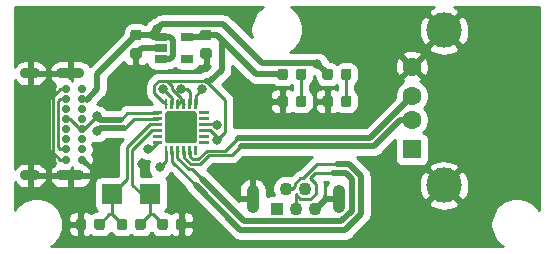
<source format=gbr>
G04 #@! TF.GenerationSoftware,KiCad,Pcbnew,(5.1.2)-1*
G04 #@! TF.CreationDate,2019-08-24T20:09:31-04:00*
G04 #@! TF.ProjectId,REV Type-C V3,52455620-5479-4706-952d-432056332e6b,rev?*
G04 #@! TF.SameCoordinates,Original*
G04 #@! TF.FileFunction,Copper,L1,Top*
G04 #@! TF.FilePolarity,Positive*
%FSLAX46Y46*%
G04 Gerber Fmt 4.6, Leading zero omitted, Abs format (unit mm)*
G04 Created by KiCad (PCBNEW (5.1.2)-1) date 2019-08-24 20:09:31*
%MOMM*%
%LPD*%
G04 APERTURE LIST*
%ADD10O,1.100000X2.400000*%
%ADD11C,1.100000*%
%ADD12R,1.100000X1.100000*%
%ADD13C,0.100000*%
%ADD14C,0.250000*%
%ADD15C,0.500000*%
%ADD16C,2.700000*%
%ADD17C,0.875000*%
%ADD18R,1.750000X1.800000*%
%ADD19R,1.060000X0.650000*%
%ADD20O,1.700000X0.900000*%
%ADD21O,2.400000X0.900000*%
%ADD22C,0.700000*%
%ADD23C,1.600000*%
%ADD24R,1.600000X1.600000*%
%ADD25C,3.000000*%
%ADD26C,0.800000*%
%ADD27C,0.250000*%
%ADD28C,0.550000*%
%ADD29C,0.200000*%
%ADD30C,0.254000*%
G04 APERTURE END LIST*
D10*
X139870000Y-82945000D03*
X132570000Y-82945000D03*
D11*
X137820000Y-83820000D03*
X137020000Y-82070000D03*
X136220000Y-83820000D03*
X135420000Y-82070000D03*
D12*
X134620000Y-83820000D03*
D13*
G36*
X124873626Y-78017801D02*
G01*
X124879693Y-78018701D01*
X124885643Y-78020191D01*
X124891418Y-78022258D01*
X124896962Y-78024880D01*
X124902223Y-78028033D01*
X124907150Y-78031687D01*
X124911694Y-78035806D01*
X124915813Y-78040350D01*
X124919467Y-78045277D01*
X124922620Y-78050538D01*
X124925242Y-78056082D01*
X124927309Y-78061857D01*
X124928799Y-78067807D01*
X124929699Y-78073874D01*
X124930000Y-78080000D01*
X124930000Y-78205000D01*
X124929699Y-78211126D01*
X124928799Y-78217193D01*
X124927309Y-78223143D01*
X124925242Y-78228918D01*
X124922620Y-78234462D01*
X124919467Y-78239723D01*
X124915813Y-78244650D01*
X124911694Y-78249194D01*
X124907150Y-78253313D01*
X124902223Y-78256967D01*
X124896962Y-78260120D01*
X124891418Y-78262742D01*
X124885643Y-78264809D01*
X124879693Y-78266299D01*
X124873626Y-78267199D01*
X124867500Y-78267500D01*
X124167500Y-78267500D01*
X124161374Y-78267199D01*
X124155307Y-78266299D01*
X124149357Y-78264809D01*
X124143582Y-78262742D01*
X124138038Y-78260120D01*
X124132777Y-78256967D01*
X124127850Y-78253313D01*
X124123306Y-78249194D01*
X124119187Y-78244650D01*
X124115533Y-78239723D01*
X124112380Y-78234462D01*
X124109758Y-78228918D01*
X124107691Y-78223143D01*
X124106201Y-78217193D01*
X124105301Y-78211126D01*
X124105000Y-78205000D01*
X124105000Y-78080000D01*
X124105301Y-78073874D01*
X124106201Y-78067807D01*
X124107691Y-78061857D01*
X124109758Y-78056082D01*
X124112380Y-78050538D01*
X124115533Y-78045277D01*
X124119187Y-78040350D01*
X124123306Y-78035806D01*
X124127850Y-78031687D01*
X124132777Y-78028033D01*
X124138038Y-78024880D01*
X124143582Y-78022258D01*
X124149357Y-78020191D01*
X124155307Y-78018701D01*
X124161374Y-78017801D01*
X124167500Y-78017500D01*
X124867500Y-78017500D01*
X124873626Y-78017801D01*
X124873626Y-78017801D01*
G37*
D14*
X124517500Y-78142500D03*
D13*
G36*
X124873626Y-77517801D02*
G01*
X124879693Y-77518701D01*
X124885643Y-77520191D01*
X124891418Y-77522258D01*
X124896962Y-77524880D01*
X124902223Y-77528033D01*
X124907150Y-77531687D01*
X124911694Y-77535806D01*
X124915813Y-77540350D01*
X124919467Y-77545277D01*
X124922620Y-77550538D01*
X124925242Y-77556082D01*
X124927309Y-77561857D01*
X124928799Y-77567807D01*
X124929699Y-77573874D01*
X124930000Y-77580000D01*
X124930000Y-77705000D01*
X124929699Y-77711126D01*
X124928799Y-77717193D01*
X124927309Y-77723143D01*
X124925242Y-77728918D01*
X124922620Y-77734462D01*
X124919467Y-77739723D01*
X124915813Y-77744650D01*
X124911694Y-77749194D01*
X124907150Y-77753313D01*
X124902223Y-77756967D01*
X124896962Y-77760120D01*
X124891418Y-77762742D01*
X124885643Y-77764809D01*
X124879693Y-77766299D01*
X124873626Y-77767199D01*
X124867500Y-77767500D01*
X124167500Y-77767500D01*
X124161374Y-77767199D01*
X124155307Y-77766299D01*
X124149357Y-77764809D01*
X124143582Y-77762742D01*
X124138038Y-77760120D01*
X124132777Y-77756967D01*
X124127850Y-77753313D01*
X124123306Y-77749194D01*
X124119187Y-77744650D01*
X124115533Y-77739723D01*
X124112380Y-77734462D01*
X124109758Y-77728918D01*
X124107691Y-77723143D01*
X124106201Y-77717193D01*
X124105301Y-77711126D01*
X124105000Y-77705000D01*
X124105000Y-77580000D01*
X124105301Y-77573874D01*
X124106201Y-77567807D01*
X124107691Y-77561857D01*
X124109758Y-77556082D01*
X124112380Y-77550538D01*
X124115533Y-77545277D01*
X124119187Y-77540350D01*
X124123306Y-77535806D01*
X124127850Y-77531687D01*
X124132777Y-77528033D01*
X124138038Y-77524880D01*
X124143582Y-77522258D01*
X124149357Y-77520191D01*
X124155307Y-77518701D01*
X124161374Y-77517801D01*
X124167500Y-77517500D01*
X124867500Y-77517500D01*
X124873626Y-77517801D01*
X124873626Y-77517801D01*
G37*
D14*
X124517500Y-77642500D03*
D13*
G36*
X124873626Y-77017801D02*
G01*
X124879693Y-77018701D01*
X124885643Y-77020191D01*
X124891418Y-77022258D01*
X124896962Y-77024880D01*
X124902223Y-77028033D01*
X124907150Y-77031687D01*
X124911694Y-77035806D01*
X124915813Y-77040350D01*
X124919467Y-77045277D01*
X124922620Y-77050538D01*
X124925242Y-77056082D01*
X124927309Y-77061857D01*
X124928799Y-77067807D01*
X124929699Y-77073874D01*
X124930000Y-77080000D01*
X124930000Y-77205000D01*
X124929699Y-77211126D01*
X124928799Y-77217193D01*
X124927309Y-77223143D01*
X124925242Y-77228918D01*
X124922620Y-77234462D01*
X124919467Y-77239723D01*
X124915813Y-77244650D01*
X124911694Y-77249194D01*
X124907150Y-77253313D01*
X124902223Y-77256967D01*
X124896962Y-77260120D01*
X124891418Y-77262742D01*
X124885643Y-77264809D01*
X124879693Y-77266299D01*
X124873626Y-77267199D01*
X124867500Y-77267500D01*
X124167500Y-77267500D01*
X124161374Y-77267199D01*
X124155307Y-77266299D01*
X124149357Y-77264809D01*
X124143582Y-77262742D01*
X124138038Y-77260120D01*
X124132777Y-77256967D01*
X124127850Y-77253313D01*
X124123306Y-77249194D01*
X124119187Y-77244650D01*
X124115533Y-77239723D01*
X124112380Y-77234462D01*
X124109758Y-77228918D01*
X124107691Y-77223143D01*
X124106201Y-77217193D01*
X124105301Y-77211126D01*
X124105000Y-77205000D01*
X124105000Y-77080000D01*
X124105301Y-77073874D01*
X124106201Y-77067807D01*
X124107691Y-77061857D01*
X124109758Y-77056082D01*
X124112380Y-77050538D01*
X124115533Y-77045277D01*
X124119187Y-77040350D01*
X124123306Y-77035806D01*
X124127850Y-77031687D01*
X124132777Y-77028033D01*
X124138038Y-77024880D01*
X124143582Y-77022258D01*
X124149357Y-77020191D01*
X124155307Y-77018701D01*
X124161374Y-77017801D01*
X124167500Y-77017500D01*
X124867500Y-77017500D01*
X124873626Y-77017801D01*
X124873626Y-77017801D01*
G37*
D14*
X124517500Y-77142500D03*
D13*
G36*
X124873626Y-76517801D02*
G01*
X124879693Y-76518701D01*
X124885643Y-76520191D01*
X124891418Y-76522258D01*
X124896962Y-76524880D01*
X124902223Y-76528033D01*
X124907150Y-76531687D01*
X124911694Y-76535806D01*
X124915813Y-76540350D01*
X124919467Y-76545277D01*
X124922620Y-76550538D01*
X124925242Y-76556082D01*
X124927309Y-76561857D01*
X124928799Y-76567807D01*
X124929699Y-76573874D01*
X124930000Y-76580000D01*
X124930000Y-76705000D01*
X124929699Y-76711126D01*
X124928799Y-76717193D01*
X124927309Y-76723143D01*
X124925242Y-76728918D01*
X124922620Y-76734462D01*
X124919467Y-76739723D01*
X124915813Y-76744650D01*
X124911694Y-76749194D01*
X124907150Y-76753313D01*
X124902223Y-76756967D01*
X124896962Y-76760120D01*
X124891418Y-76762742D01*
X124885643Y-76764809D01*
X124879693Y-76766299D01*
X124873626Y-76767199D01*
X124867500Y-76767500D01*
X124167500Y-76767500D01*
X124161374Y-76767199D01*
X124155307Y-76766299D01*
X124149357Y-76764809D01*
X124143582Y-76762742D01*
X124138038Y-76760120D01*
X124132777Y-76756967D01*
X124127850Y-76753313D01*
X124123306Y-76749194D01*
X124119187Y-76744650D01*
X124115533Y-76739723D01*
X124112380Y-76734462D01*
X124109758Y-76728918D01*
X124107691Y-76723143D01*
X124106201Y-76717193D01*
X124105301Y-76711126D01*
X124105000Y-76705000D01*
X124105000Y-76580000D01*
X124105301Y-76573874D01*
X124106201Y-76567807D01*
X124107691Y-76561857D01*
X124109758Y-76556082D01*
X124112380Y-76550538D01*
X124115533Y-76545277D01*
X124119187Y-76540350D01*
X124123306Y-76535806D01*
X124127850Y-76531687D01*
X124132777Y-76528033D01*
X124138038Y-76524880D01*
X124143582Y-76522258D01*
X124149357Y-76520191D01*
X124155307Y-76518701D01*
X124161374Y-76517801D01*
X124167500Y-76517500D01*
X124867500Y-76517500D01*
X124873626Y-76517801D01*
X124873626Y-76517801D01*
G37*
D14*
X124517500Y-76642500D03*
D13*
G36*
X124873626Y-76017801D02*
G01*
X124879693Y-76018701D01*
X124885643Y-76020191D01*
X124891418Y-76022258D01*
X124896962Y-76024880D01*
X124902223Y-76028033D01*
X124907150Y-76031687D01*
X124911694Y-76035806D01*
X124915813Y-76040350D01*
X124919467Y-76045277D01*
X124922620Y-76050538D01*
X124925242Y-76056082D01*
X124927309Y-76061857D01*
X124928799Y-76067807D01*
X124929699Y-76073874D01*
X124930000Y-76080000D01*
X124930000Y-76205000D01*
X124929699Y-76211126D01*
X124928799Y-76217193D01*
X124927309Y-76223143D01*
X124925242Y-76228918D01*
X124922620Y-76234462D01*
X124919467Y-76239723D01*
X124915813Y-76244650D01*
X124911694Y-76249194D01*
X124907150Y-76253313D01*
X124902223Y-76256967D01*
X124896962Y-76260120D01*
X124891418Y-76262742D01*
X124885643Y-76264809D01*
X124879693Y-76266299D01*
X124873626Y-76267199D01*
X124867500Y-76267500D01*
X124167500Y-76267500D01*
X124161374Y-76267199D01*
X124155307Y-76266299D01*
X124149357Y-76264809D01*
X124143582Y-76262742D01*
X124138038Y-76260120D01*
X124132777Y-76256967D01*
X124127850Y-76253313D01*
X124123306Y-76249194D01*
X124119187Y-76244650D01*
X124115533Y-76239723D01*
X124112380Y-76234462D01*
X124109758Y-76228918D01*
X124107691Y-76223143D01*
X124106201Y-76217193D01*
X124105301Y-76211126D01*
X124105000Y-76205000D01*
X124105000Y-76080000D01*
X124105301Y-76073874D01*
X124106201Y-76067807D01*
X124107691Y-76061857D01*
X124109758Y-76056082D01*
X124112380Y-76050538D01*
X124115533Y-76045277D01*
X124119187Y-76040350D01*
X124123306Y-76035806D01*
X124127850Y-76031687D01*
X124132777Y-76028033D01*
X124138038Y-76024880D01*
X124143582Y-76022258D01*
X124149357Y-76020191D01*
X124155307Y-76018701D01*
X124161374Y-76017801D01*
X124167500Y-76017500D01*
X124867500Y-76017500D01*
X124873626Y-76017801D01*
X124873626Y-76017801D01*
G37*
D14*
X124517500Y-76142500D03*
D13*
G36*
X124873626Y-75517801D02*
G01*
X124879693Y-75518701D01*
X124885643Y-75520191D01*
X124891418Y-75522258D01*
X124896962Y-75524880D01*
X124902223Y-75528033D01*
X124907150Y-75531687D01*
X124911694Y-75535806D01*
X124915813Y-75540350D01*
X124919467Y-75545277D01*
X124922620Y-75550538D01*
X124925242Y-75556082D01*
X124927309Y-75561857D01*
X124928799Y-75567807D01*
X124929699Y-75573874D01*
X124930000Y-75580000D01*
X124930000Y-75705000D01*
X124929699Y-75711126D01*
X124928799Y-75717193D01*
X124927309Y-75723143D01*
X124925242Y-75728918D01*
X124922620Y-75734462D01*
X124919467Y-75739723D01*
X124915813Y-75744650D01*
X124911694Y-75749194D01*
X124907150Y-75753313D01*
X124902223Y-75756967D01*
X124896962Y-75760120D01*
X124891418Y-75762742D01*
X124885643Y-75764809D01*
X124879693Y-75766299D01*
X124873626Y-75767199D01*
X124867500Y-75767500D01*
X124167500Y-75767500D01*
X124161374Y-75767199D01*
X124155307Y-75766299D01*
X124149357Y-75764809D01*
X124143582Y-75762742D01*
X124138038Y-75760120D01*
X124132777Y-75756967D01*
X124127850Y-75753313D01*
X124123306Y-75749194D01*
X124119187Y-75744650D01*
X124115533Y-75739723D01*
X124112380Y-75734462D01*
X124109758Y-75728918D01*
X124107691Y-75723143D01*
X124106201Y-75717193D01*
X124105301Y-75711126D01*
X124105000Y-75705000D01*
X124105000Y-75580000D01*
X124105301Y-75573874D01*
X124106201Y-75567807D01*
X124107691Y-75561857D01*
X124109758Y-75556082D01*
X124112380Y-75550538D01*
X124115533Y-75545277D01*
X124119187Y-75540350D01*
X124123306Y-75535806D01*
X124127850Y-75531687D01*
X124132777Y-75528033D01*
X124138038Y-75524880D01*
X124143582Y-75522258D01*
X124149357Y-75520191D01*
X124155307Y-75518701D01*
X124161374Y-75517801D01*
X124167500Y-75517500D01*
X124867500Y-75517500D01*
X124873626Y-75517801D01*
X124873626Y-75517801D01*
G37*
D14*
X124517500Y-75642500D03*
D13*
G36*
X125298626Y-74517801D02*
G01*
X125304693Y-74518701D01*
X125310643Y-74520191D01*
X125316418Y-74522258D01*
X125321962Y-74524880D01*
X125327223Y-74528033D01*
X125332150Y-74531687D01*
X125336694Y-74535806D01*
X125340813Y-74540350D01*
X125344467Y-74545277D01*
X125347620Y-74550538D01*
X125350242Y-74556082D01*
X125352309Y-74561857D01*
X125353799Y-74567807D01*
X125354699Y-74573874D01*
X125355000Y-74580000D01*
X125355000Y-75280000D01*
X125354699Y-75286126D01*
X125353799Y-75292193D01*
X125352309Y-75298143D01*
X125350242Y-75303918D01*
X125347620Y-75309462D01*
X125344467Y-75314723D01*
X125340813Y-75319650D01*
X125336694Y-75324194D01*
X125332150Y-75328313D01*
X125327223Y-75331967D01*
X125321962Y-75335120D01*
X125316418Y-75337742D01*
X125310643Y-75339809D01*
X125304693Y-75341299D01*
X125298626Y-75342199D01*
X125292500Y-75342500D01*
X125167500Y-75342500D01*
X125161374Y-75342199D01*
X125155307Y-75341299D01*
X125149357Y-75339809D01*
X125143582Y-75337742D01*
X125138038Y-75335120D01*
X125132777Y-75331967D01*
X125127850Y-75328313D01*
X125123306Y-75324194D01*
X125119187Y-75319650D01*
X125115533Y-75314723D01*
X125112380Y-75309462D01*
X125109758Y-75303918D01*
X125107691Y-75298143D01*
X125106201Y-75292193D01*
X125105301Y-75286126D01*
X125105000Y-75280000D01*
X125105000Y-74580000D01*
X125105301Y-74573874D01*
X125106201Y-74567807D01*
X125107691Y-74561857D01*
X125109758Y-74556082D01*
X125112380Y-74550538D01*
X125115533Y-74545277D01*
X125119187Y-74540350D01*
X125123306Y-74535806D01*
X125127850Y-74531687D01*
X125132777Y-74528033D01*
X125138038Y-74524880D01*
X125143582Y-74522258D01*
X125149357Y-74520191D01*
X125155307Y-74518701D01*
X125161374Y-74517801D01*
X125167500Y-74517500D01*
X125292500Y-74517500D01*
X125298626Y-74517801D01*
X125298626Y-74517801D01*
G37*
D14*
X125230000Y-74930000D03*
D13*
G36*
X125798626Y-74517801D02*
G01*
X125804693Y-74518701D01*
X125810643Y-74520191D01*
X125816418Y-74522258D01*
X125821962Y-74524880D01*
X125827223Y-74528033D01*
X125832150Y-74531687D01*
X125836694Y-74535806D01*
X125840813Y-74540350D01*
X125844467Y-74545277D01*
X125847620Y-74550538D01*
X125850242Y-74556082D01*
X125852309Y-74561857D01*
X125853799Y-74567807D01*
X125854699Y-74573874D01*
X125855000Y-74580000D01*
X125855000Y-75280000D01*
X125854699Y-75286126D01*
X125853799Y-75292193D01*
X125852309Y-75298143D01*
X125850242Y-75303918D01*
X125847620Y-75309462D01*
X125844467Y-75314723D01*
X125840813Y-75319650D01*
X125836694Y-75324194D01*
X125832150Y-75328313D01*
X125827223Y-75331967D01*
X125821962Y-75335120D01*
X125816418Y-75337742D01*
X125810643Y-75339809D01*
X125804693Y-75341299D01*
X125798626Y-75342199D01*
X125792500Y-75342500D01*
X125667500Y-75342500D01*
X125661374Y-75342199D01*
X125655307Y-75341299D01*
X125649357Y-75339809D01*
X125643582Y-75337742D01*
X125638038Y-75335120D01*
X125632777Y-75331967D01*
X125627850Y-75328313D01*
X125623306Y-75324194D01*
X125619187Y-75319650D01*
X125615533Y-75314723D01*
X125612380Y-75309462D01*
X125609758Y-75303918D01*
X125607691Y-75298143D01*
X125606201Y-75292193D01*
X125605301Y-75286126D01*
X125605000Y-75280000D01*
X125605000Y-74580000D01*
X125605301Y-74573874D01*
X125606201Y-74567807D01*
X125607691Y-74561857D01*
X125609758Y-74556082D01*
X125612380Y-74550538D01*
X125615533Y-74545277D01*
X125619187Y-74540350D01*
X125623306Y-74535806D01*
X125627850Y-74531687D01*
X125632777Y-74528033D01*
X125638038Y-74524880D01*
X125643582Y-74522258D01*
X125649357Y-74520191D01*
X125655307Y-74518701D01*
X125661374Y-74517801D01*
X125667500Y-74517500D01*
X125792500Y-74517500D01*
X125798626Y-74517801D01*
X125798626Y-74517801D01*
G37*
D14*
X125730000Y-74930000D03*
D13*
G36*
X126298626Y-74517801D02*
G01*
X126304693Y-74518701D01*
X126310643Y-74520191D01*
X126316418Y-74522258D01*
X126321962Y-74524880D01*
X126327223Y-74528033D01*
X126332150Y-74531687D01*
X126336694Y-74535806D01*
X126340813Y-74540350D01*
X126344467Y-74545277D01*
X126347620Y-74550538D01*
X126350242Y-74556082D01*
X126352309Y-74561857D01*
X126353799Y-74567807D01*
X126354699Y-74573874D01*
X126355000Y-74580000D01*
X126355000Y-75280000D01*
X126354699Y-75286126D01*
X126353799Y-75292193D01*
X126352309Y-75298143D01*
X126350242Y-75303918D01*
X126347620Y-75309462D01*
X126344467Y-75314723D01*
X126340813Y-75319650D01*
X126336694Y-75324194D01*
X126332150Y-75328313D01*
X126327223Y-75331967D01*
X126321962Y-75335120D01*
X126316418Y-75337742D01*
X126310643Y-75339809D01*
X126304693Y-75341299D01*
X126298626Y-75342199D01*
X126292500Y-75342500D01*
X126167500Y-75342500D01*
X126161374Y-75342199D01*
X126155307Y-75341299D01*
X126149357Y-75339809D01*
X126143582Y-75337742D01*
X126138038Y-75335120D01*
X126132777Y-75331967D01*
X126127850Y-75328313D01*
X126123306Y-75324194D01*
X126119187Y-75319650D01*
X126115533Y-75314723D01*
X126112380Y-75309462D01*
X126109758Y-75303918D01*
X126107691Y-75298143D01*
X126106201Y-75292193D01*
X126105301Y-75286126D01*
X126105000Y-75280000D01*
X126105000Y-74580000D01*
X126105301Y-74573874D01*
X126106201Y-74567807D01*
X126107691Y-74561857D01*
X126109758Y-74556082D01*
X126112380Y-74550538D01*
X126115533Y-74545277D01*
X126119187Y-74540350D01*
X126123306Y-74535806D01*
X126127850Y-74531687D01*
X126132777Y-74528033D01*
X126138038Y-74524880D01*
X126143582Y-74522258D01*
X126149357Y-74520191D01*
X126155307Y-74518701D01*
X126161374Y-74517801D01*
X126167500Y-74517500D01*
X126292500Y-74517500D01*
X126298626Y-74517801D01*
X126298626Y-74517801D01*
G37*
D14*
X126230000Y-74930000D03*
D13*
G36*
X126798626Y-74517801D02*
G01*
X126804693Y-74518701D01*
X126810643Y-74520191D01*
X126816418Y-74522258D01*
X126821962Y-74524880D01*
X126827223Y-74528033D01*
X126832150Y-74531687D01*
X126836694Y-74535806D01*
X126840813Y-74540350D01*
X126844467Y-74545277D01*
X126847620Y-74550538D01*
X126850242Y-74556082D01*
X126852309Y-74561857D01*
X126853799Y-74567807D01*
X126854699Y-74573874D01*
X126855000Y-74580000D01*
X126855000Y-75280000D01*
X126854699Y-75286126D01*
X126853799Y-75292193D01*
X126852309Y-75298143D01*
X126850242Y-75303918D01*
X126847620Y-75309462D01*
X126844467Y-75314723D01*
X126840813Y-75319650D01*
X126836694Y-75324194D01*
X126832150Y-75328313D01*
X126827223Y-75331967D01*
X126821962Y-75335120D01*
X126816418Y-75337742D01*
X126810643Y-75339809D01*
X126804693Y-75341299D01*
X126798626Y-75342199D01*
X126792500Y-75342500D01*
X126667500Y-75342500D01*
X126661374Y-75342199D01*
X126655307Y-75341299D01*
X126649357Y-75339809D01*
X126643582Y-75337742D01*
X126638038Y-75335120D01*
X126632777Y-75331967D01*
X126627850Y-75328313D01*
X126623306Y-75324194D01*
X126619187Y-75319650D01*
X126615533Y-75314723D01*
X126612380Y-75309462D01*
X126609758Y-75303918D01*
X126607691Y-75298143D01*
X126606201Y-75292193D01*
X126605301Y-75286126D01*
X126605000Y-75280000D01*
X126605000Y-74580000D01*
X126605301Y-74573874D01*
X126606201Y-74567807D01*
X126607691Y-74561857D01*
X126609758Y-74556082D01*
X126612380Y-74550538D01*
X126615533Y-74545277D01*
X126619187Y-74540350D01*
X126623306Y-74535806D01*
X126627850Y-74531687D01*
X126632777Y-74528033D01*
X126638038Y-74524880D01*
X126643582Y-74522258D01*
X126649357Y-74520191D01*
X126655307Y-74518701D01*
X126661374Y-74517801D01*
X126667500Y-74517500D01*
X126792500Y-74517500D01*
X126798626Y-74517801D01*
X126798626Y-74517801D01*
G37*
D14*
X126730000Y-74930000D03*
D13*
G36*
X127298626Y-74517801D02*
G01*
X127304693Y-74518701D01*
X127310643Y-74520191D01*
X127316418Y-74522258D01*
X127321962Y-74524880D01*
X127327223Y-74528033D01*
X127332150Y-74531687D01*
X127336694Y-74535806D01*
X127340813Y-74540350D01*
X127344467Y-74545277D01*
X127347620Y-74550538D01*
X127350242Y-74556082D01*
X127352309Y-74561857D01*
X127353799Y-74567807D01*
X127354699Y-74573874D01*
X127355000Y-74580000D01*
X127355000Y-75280000D01*
X127354699Y-75286126D01*
X127353799Y-75292193D01*
X127352309Y-75298143D01*
X127350242Y-75303918D01*
X127347620Y-75309462D01*
X127344467Y-75314723D01*
X127340813Y-75319650D01*
X127336694Y-75324194D01*
X127332150Y-75328313D01*
X127327223Y-75331967D01*
X127321962Y-75335120D01*
X127316418Y-75337742D01*
X127310643Y-75339809D01*
X127304693Y-75341299D01*
X127298626Y-75342199D01*
X127292500Y-75342500D01*
X127167500Y-75342500D01*
X127161374Y-75342199D01*
X127155307Y-75341299D01*
X127149357Y-75339809D01*
X127143582Y-75337742D01*
X127138038Y-75335120D01*
X127132777Y-75331967D01*
X127127850Y-75328313D01*
X127123306Y-75324194D01*
X127119187Y-75319650D01*
X127115533Y-75314723D01*
X127112380Y-75309462D01*
X127109758Y-75303918D01*
X127107691Y-75298143D01*
X127106201Y-75292193D01*
X127105301Y-75286126D01*
X127105000Y-75280000D01*
X127105000Y-74580000D01*
X127105301Y-74573874D01*
X127106201Y-74567807D01*
X127107691Y-74561857D01*
X127109758Y-74556082D01*
X127112380Y-74550538D01*
X127115533Y-74545277D01*
X127119187Y-74540350D01*
X127123306Y-74535806D01*
X127127850Y-74531687D01*
X127132777Y-74528033D01*
X127138038Y-74524880D01*
X127143582Y-74522258D01*
X127149357Y-74520191D01*
X127155307Y-74518701D01*
X127161374Y-74517801D01*
X127167500Y-74517500D01*
X127292500Y-74517500D01*
X127298626Y-74517801D01*
X127298626Y-74517801D01*
G37*
D14*
X127230000Y-74930000D03*
D13*
G36*
X127798626Y-74517801D02*
G01*
X127804693Y-74518701D01*
X127810643Y-74520191D01*
X127816418Y-74522258D01*
X127821962Y-74524880D01*
X127827223Y-74528033D01*
X127832150Y-74531687D01*
X127836694Y-74535806D01*
X127840813Y-74540350D01*
X127844467Y-74545277D01*
X127847620Y-74550538D01*
X127850242Y-74556082D01*
X127852309Y-74561857D01*
X127853799Y-74567807D01*
X127854699Y-74573874D01*
X127855000Y-74580000D01*
X127855000Y-75280000D01*
X127854699Y-75286126D01*
X127853799Y-75292193D01*
X127852309Y-75298143D01*
X127850242Y-75303918D01*
X127847620Y-75309462D01*
X127844467Y-75314723D01*
X127840813Y-75319650D01*
X127836694Y-75324194D01*
X127832150Y-75328313D01*
X127827223Y-75331967D01*
X127821962Y-75335120D01*
X127816418Y-75337742D01*
X127810643Y-75339809D01*
X127804693Y-75341299D01*
X127798626Y-75342199D01*
X127792500Y-75342500D01*
X127667500Y-75342500D01*
X127661374Y-75342199D01*
X127655307Y-75341299D01*
X127649357Y-75339809D01*
X127643582Y-75337742D01*
X127638038Y-75335120D01*
X127632777Y-75331967D01*
X127627850Y-75328313D01*
X127623306Y-75324194D01*
X127619187Y-75319650D01*
X127615533Y-75314723D01*
X127612380Y-75309462D01*
X127609758Y-75303918D01*
X127607691Y-75298143D01*
X127606201Y-75292193D01*
X127605301Y-75286126D01*
X127605000Y-75280000D01*
X127605000Y-74580000D01*
X127605301Y-74573874D01*
X127606201Y-74567807D01*
X127607691Y-74561857D01*
X127609758Y-74556082D01*
X127612380Y-74550538D01*
X127615533Y-74545277D01*
X127619187Y-74540350D01*
X127623306Y-74535806D01*
X127627850Y-74531687D01*
X127632777Y-74528033D01*
X127638038Y-74524880D01*
X127643582Y-74522258D01*
X127649357Y-74520191D01*
X127655307Y-74518701D01*
X127661374Y-74517801D01*
X127667500Y-74517500D01*
X127792500Y-74517500D01*
X127798626Y-74517801D01*
X127798626Y-74517801D01*
G37*
D14*
X127730000Y-74930000D03*
D13*
G36*
X128798626Y-75517801D02*
G01*
X128804693Y-75518701D01*
X128810643Y-75520191D01*
X128816418Y-75522258D01*
X128821962Y-75524880D01*
X128827223Y-75528033D01*
X128832150Y-75531687D01*
X128836694Y-75535806D01*
X128840813Y-75540350D01*
X128844467Y-75545277D01*
X128847620Y-75550538D01*
X128850242Y-75556082D01*
X128852309Y-75561857D01*
X128853799Y-75567807D01*
X128854699Y-75573874D01*
X128855000Y-75580000D01*
X128855000Y-75705000D01*
X128854699Y-75711126D01*
X128853799Y-75717193D01*
X128852309Y-75723143D01*
X128850242Y-75728918D01*
X128847620Y-75734462D01*
X128844467Y-75739723D01*
X128840813Y-75744650D01*
X128836694Y-75749194D01*
X128832150Y-75753313D01*
X128827223Y-75756967D01*
X128821962Y-75760120D01*
X128816418Y-75762742D01*
X128810643Y-75764809D01*
X128804693Y-75766299D01*
X128798626Y-75767199D01*
X128792500Y-75767500D01*
X128092500Y-75767500D01*
X128086374Y-75767199D01*
X128080307Y-75766299D01*
X128074357Y-75764809D01*
X128068582Y-75762742D01*
X128063038Y-75760120D01*
X128057777Y-75756967D01*
X128052850Y-75753313D01*
X128048306Y-75749194D01*
X128044187Y-75744650D01*
X128040533Y-75739723D01*
X128037380Y-75734462D01*
X128034758Y-75728918D01*
X128032691Y-75723143D01*
X128031201Y-75717193D01*
X128030301Y-75711126D01*
X128030000Y-75705000D01*
X128030000Y-75580000D01*
X128030301Y-75573874D01*
X128031201Y-75567807D01*
X128032691Y-75561857D01*
X128034758Y-75556082D01*
X128037380Y-75550538D01*
X128040533Y-75545277D01*
X128044187Y-75540350D01*
X128048306Y-75535806D01*
X128052850Y-75531687D01*
X128057777Y-75528033D01*
X128063038Y-75524880D01*
X128068582Y-75522258D01*
X128074357Y-75520191D01*
X128080307Y-75518701D01*
X128086374Y-75517801D01*
X128092500Y-75517500D01*
X128792500Y-75517500D01*
X128798626Y-75517801D01*
X128798626Y-75517801D01*
G37*
D14*
X128442500Y-75642500D03*
D13*
G36*
X128798626Y-76017801D02*
G01*
X128804693Y-76018701D01*
X128810643Y-76020191D01*
X128816418Y-76022258D01*
X128821962Y-76024880D01*
X128827223Y-76028033D01*
X128832150Y-76031687D01*
X128836694Y-76035806D01*
X128840813Y-76040350D01*
X128844467Y-76045277D01*
X128847620Y-76050538D01*
X128850242Y-76056082D01*
X128852309Y-76061857D01*
X128853799Y-76067807D01*
X128854699Y-76073874D01*
X128855000Y-76080000D01*
X128855000Y-76205000D01*
X128854699Y-76211126D01*
X128853799Y-76217193D01*
X128852309Y-76223143D01*
X128850242Y-76228918D01*
X128847620Y-76234462D01*
X128844467Y-76239723D01*
X128840813Y-76244650D01*
X128836694Y-76249194D01*
X128832150Y-76253313D01*
X128827223Y-76256967D01*
X128821962Y-76260120D01*
X128816418Y-76262742D01*
X128810643Y-76264809D01*
X128804693Y-76266299D01*
X128798626Y-76267199D01*
X128792500Y-76267500D01*
X128092500Y-76267500D01*
X128086374Y-76267199D01*
X128080307Y-76266299D01*
X128074357Y-76264809D01*
X128068582Y-76262742D01*
X128063038Y-76260120D01*
X128057777Y-76256967D01*
X128052850Y-76253313D01*
X128048306Y-76249194D01*
X128044187Y-76244650D01*
X128040533Y-76239723D01*
X128037380Y-76234462D01*
X128034758Y-76228918D01*
X128032691Y-76223143D01*
X128031201Y-76217193D01*
X128030301Y-76211126D01*
X128030000Y-76205000D01*
X128030000Y-76080000D01*
X128030301Y-76073874D01*
X128031201Y-76067807D01*
X128032691Y-76061857D01*
X128034758Y-76056082D01*
X128037380Y-76050538D01*
X128040533Y-76045277D01*
X128044187Y-76040350D01*
X128048306Y-76035806D01*
X128052850Y-76031687D01*
X128057777Y-76028033D01*
X128063038Y-76024880D01*
X128068582Y-76022258D01*
X128074357Y-76020191D01*
X128080307Y-76018701D01*
X128086374Y-76017801D01*
X128092500Y-76017500D01*
X128792500Y-76017500D01*
X128798626Y-76017801D01*
X128798626Y-76017801D01*
G37*
D14*
X128442500Y-76142500D03*
D13*
G36*
X128798626Y-76517801D02*
G01*
X128804693Y-76518701D01*
X128810643Y-76520191D01*
X128816418Y-76522258D01*
X128821962Y-76524880D01*
X128827223Y-76528033D01*
X128832150Y-76531687D01*
X128836694Y-76535806D01*
X128840813Y-76540350D01*
X128844467Y-76545277D01*
X128847620Y-76550538D01*
X128850242Y-76556082D01*
X128852309Y-76561857D01*
X128853799Y-76567807D01*
X128854699Y-76573874D01*
X128855000Y-76580000D01*
X128855000Y-76705000D01*
X128854699Y-76711126D01*
X128853799Y-76717193D01*
X128852309Y-76723143D01*
X128850242Y-76728918D01*
X128847620Y-76734462D01*
X128844467Y-76739723D01*
X128840813Y-76744650D01*
X128836694Y-76749194D01*
X128832150Y-76753313D01*
X128827223Y-76756967D01*
X128821962Y-76760120D01*
X128816418Y-76762742D01*
X128810643Y-76764809D01*
X128804693Y-76766299D01*
X128798626Y-76767199D01*
X128792500Y-76767500D01*
X128092500Y-76767500D01*
X128086374Y-76767199D01*
X128080307Y-76766299D01*
X128074357Y-76764809D01*
X128068582Y-76762742D01*
X128063038Y-76760120D01*
X128057777Y-76756967D01*
X128052850Y-76753313D01*
X128048306Y-76749194D01*
X128044187Y-76744650D01*
X128040533Y-76739723D01*
X128037380Y-76734462D01*
X128034758Y-76728918D01*
X128032691Y-76723143D01*
X128031201Y-76717193D01*
X128030301Y-76711126D01*
X128030000Y-76705000D01*
X128030000Y-76580000D01*
X128030301Y-76573874D01*
X128031201Y-76567807D01*
X128032691Y-76561857D01*
X128034758Y-76556082D01*
X128037380Y-76550538D01*
X128040533Y-76545277D01*
X128044187Y-76540350D01*
X128048306Y-76535806D01*
X128052850Y-76531687D01*
X128057777Y-76528033D01*
X128063038Y-76524880D01*
X128068582Y-76522258D01*
X128074357Y-76520191D01*
X128080307Y-76518701D01*
X128086374Y-76517801D01*
X128092500Y-76517500D01*
X128792500Y-76517500D01*
X128798626Y-76517801D01*
X128798626Y-76517801D01*
G37*
D14*
X128442500Y-76642500D03*
D13*
G36*
X128798626Y-77017801D02*
G01*
X128804693Y-77018701D01*
X128810643Y-77020191D01*
X128816418Y-77022258D01*
X128821962Y-77024880D01*
X128827223Y-77028033D01*
X128832150Y-77031687D01*
X128836694Y-77035806D01*
X128840813Y-77040350D01*
X128844467Y-77045277D01*
X128847620Y-77050538D01*
X128850242Y-77056082D01*
X128852309Y-77061857D01*
X128853799Y-77067807D01*
X128854699Y-77073874D01*
X128855000Y-77080000D01*
X128855000Y-77205000D01*
X128854699Y-77211126D01*
X128853799Y-77217193D01*
X128852309Y-77223143D01*
X128850242Y-77228918D01*
X128847620Y-77234462D01*
X128844467Y-77239723D01*
X128840813Y-77244650D01*
X128836694Y-77249194D01*
X128832150Y-77253313D01*
X128827223Y-77256967D01*
X128821962Y-77260120D01*
X128816418Y-77262742D01*
X128810643Y-77264809D01*
X128804693Y-77266299D01*
X128798626Y-77267199D01*
X128792500Y-77267500D01*
X128092500Y-77267500D01*
X128086374Y-77267199D01*
X128080307Y-77266299D01*
X128074357Y-77264809D01*
X128068582Y-77262742D01*
X128063038Y-77260120D01*
X128057777Y-77256967D01*
X128052850Y-77253313D01*
X128048306Y-77249194D01*
X128044187Y-77244650D01*
X128040533Y-77239723D01*
X128037380Y-77234462D01*
X128034758Y-77228918D01*
X128032691Y-77223143D01*
X128031201Y-77217193D01*
X128030301Y-77211126D01*
X128030000Y-77205000D01*
X128030000Y-77080000D01*
X128030301Y-77073874D01*
X128031201Y-77067807D01*
X128032691Y-77061857D01*
X128034758Y-77056082D01*
X128037380Y-77050538D01*
X128040533Y-77045277D01*
X128044187Y-77040350D01*
X128048306Y-77035806D01*
X128052850Y-77031687D01*
X128057777Y-77028033D01*
X128063038Y-77024880D01*
X128068582Y-77022258D01*
X128074357Y-77020191D01*
X128080307Y-77018701D01*
X128086374Y-77017801D01*
X128092500Y-77017500D01*
X128792500Y-77017500D01*
X128798626Y-77017801D01*
X128798626Y-77017801D01*
G37*
D14*
X128442500Y-77142500D03*
D13*
G36*
X128798626Y-77517801D02*
G01*
X128804693Y-77518701D01*
X128810643Y-77520191D01*
X128816418Y-77522258D01*
X128821962Y-77524880D01*
X128827223Y-77528033D01*
X128832150Y-77531687D01*
X128836694Y-77535806D01*
X128840813Y-77540350D01*
X128844467Y-77545277D01*
X128847620Y-77550538D01*
X128850242Y-77556082D01*
X128852309Y-77561857D01*
X128853799Y-77567807D01*
X128854699Y-77573874D01*
X128855000Y-77580000D01*
X128855000Y-77705000D01*
X128854699Y-77711126D01*
X128853799Y-77717193D01*
X128852309Y-77723143D01*
X128850242Y-77728918D01*
X128847620Y-77734462D01*
X128844467Y-77739723D01*
X128840813Y-77744650D01*
X128836694Y-77749194D01*
X128832150Y-77753313D01*
X128827223Y-77756967D01*
X128821962Y-77760120D01*
X128816418Y-77762742D01*
X128810643Y-77764809D01*
X128804693Y-77766299D01*
X128798626Y-77767199D01*
X128792500Y-77767500D01*
X128092500Y-77767500D01*
X128086374Y-77767199D01*
X128080307Y-77766299D01*
X128074357Y-77764809D01*
X128068582Y-77762742D01*
X128063038Y-77760120D01*
X128057777Y-77756967D01*
X128052850Y-77753313D01*
X128048306Y-77749194D01*
X128044187Y-77744650D01*
X128040533Y-77739723D01*
X128037380Y-77734462D01*
X128034758Y-77728918D01*
X128032691Y-77723143D01*
X128031201Y-77717193D01*
X128030301Y-77711126D01*
X128030000Y-77705000D01*
X128030000Y-77580000D01*
X128030301Y-77573874D01*
X128031201Y-77567807D01*
X128032691Y-77561857D01*
X128034758Y-77556082D01*
X128037380Y-77550538D01*
X128040533Y-77545277D01*
X128044187Y-77540350D01*
X128048306Y-77535806D01*
X128052850Y-77531687D01*
X128057777Y-77528033D01*
X128063038Y-77524880D01*
X128068582Y-77522258D01*
X128074357Y-77520191D01*
X128080307Y-77518701D01*
X128086374Y-77517801D01*
X128092500Y-77517500D01*
X128792500Y-77517500D01*
X128798626Y-77517801D01*
X128798626Y-77517801D01*
G37*
D14*
X128442500Y-77642500D03*
D13*
G36*
X128798626Y-78017801D02*
G01*
X128804693Y-78018701D01*
X128810643Y-78020191D01*
X128816418Y-78022258D01*
X128821962Y-78024880D01*
X128827223Y-78028033D01*
X128832150Y-78031687D01*
X128836694Y-78035806D01*
X128840813Y-78040350D01*
X128844467Y-78045277D01*
X128847620Y-78050538D01*
X128850242Y-78056082D01*
X128852309Y-78061857D01*
X128853799Y-78067807D01*
X128854699Y-78073874D01*
X128855000Y-78080000D01*
X128855000Y-78205000D01*
X128854699Y-78211126D01*
X128853799Y-78217193D01*
X128852309Y-78223143D01*
X128850242Y-78228918D01*
X128847620Y-78234462D01*
X128844467Y-78239723D01*
X128840813Y-78244650D01*
X128836694Y-78249194D01*
X128832150Y-78253313D01*
X128827223Y-78256967D01*
X128821962Y-78260120D01*
X128816418Y-78262742D01*
X128810643Y-78264809D01*
X128804693Y-78266299D01*
X128798626Y-78267199D01*
X128792500Y-78267500D01*
X128092500Y-78267500D01*
X128086374Y-78267199D01*
X128080307Y-78266299D01*
X128074357Y-78264809D01*
X128068582Y-78262742D01*
X128063038Y-78260120D01*
X128057777Y-78256967D01*
X128052850Y-78253313D01*
X128048306Y-78249194D01*
X128044187Y-78244650D01*
X128040533Y-78239723D01*
X128037380Y-78234462D01*
X128034758Y-78228918D01*
X128032691Y-78223143D01*
X128031201Y-78217193D01*
X128030301Y-78211126D01*
X128030000Y-78205000D01*
X128030000Y-78080000D01*
X128030301Y-78073874D01*
X128031201Y-78067807D01*
X128032691Y-78061857D01*
X128034758Y-78056082D01*
X128037380Y-78050538D01*
X128040533Y-78045277D01*
X128044187Y-78040350D01*
X128048306Y-78035806D01*
X128052850Y-78031687D01*
X128057777Y-78028033D01*
X128063038Y-78024880D01*
X128068582Y-78022258D01*
X128074357Y-78020191D01*
X128080307Y-78018701D01*
X128086374Y-78017801D01*
X128092500Y-78017500D01*
X128792500Y-78017500D01*
X128798626Y-78017801D01*
X128798626Y-78017801D01*
G37*
D14*
X128442500Y-78142500D03*
D13*
G36*
X127798626Y-78442801D02*
G01*
X127804693Y-78443701D01*
X127810643Y-78445191D01*
X127816418Y-78447258D01*
X127821962Y-78449880D01*
X127827223Y-78453033D01*
X127832150Y-78456687D01*
X127836694Y-78460806D01*
X127840813Y-78465350D01*
X127844467Y-78470277D01*
X127847620Y-78475538D01*
X127850242Y-78481082D01*
X127852309Y-78486857D01*
X127853799Y-78492807D01*
X127854699Y-78498874D01*
X127855000Y-78505000D01*
X127855000Y-79205000D01*
X127854699Y-79211126D01*
X127853799Y-79217193D01*
X127852309Y-79223143D01*
X127850242Y-79228918D01*
X127847620Y-79234462D01*
X127844467Y-79239723D01*
X127840813Y-79244650D01*
X127836694Y-79249194D01*
X127832150Y-79253313D01*
X127827223Y-79256967D01*
X127821962Y-79260120D01*
X127816418Y-79262742D01*
X127810643Y-79264809D01*
X127804693Y-79266299D01*
X127798626Y-79267199D01*
X127792500Y-79267500D01*
X127667500Y-79267500D01*
X127661374Y-79267199D01*
X127655307Y-79266299D01*
X127649357Y-79264809D01*
X127643582Y-79262742D01*
X127638038Y-79260120D01*
X127632777Y-79256967D01*
X127627850Y-79253313D01*
X127623306Y-79249194D01*
X127619187Y-79244650D01*
X127615533Y-79239723D01*
X127612380Y-79234462D01*
X127609758Y-79228918D01*
X127607691Y-79223143D01*
X127606201Y-79217193D01*
X127605301Y-79211126D01*
X127605000Y-79205000D01*
X127605000Y-78505000D01*
X127605301Y-78498874D01*
X127606201Y-78492807D01*
X127607691Y-78486857D01*
X127609758Y-78481082D01*
X127612380Y-78475538D01*
X127615533Y-78470277D01*
X127619187Y-78465350D01*
X127623306Y-78460806D01*
X127627850Y-78456687D01*
X127632777Y-78453033D01*
X127638038Y-78449880D01*
X127643582Y-78447258D01*
X127649357Y-78445191D01*
X127655307Y-78443701D01*
X127661374Y-78442801D01*
X127667500Y-78442500D01*
X127792500Y-78442500D01*
X127798626Y-78442801D01*
X127798626Y-78442801D01*
G37*
D14*
X127730000Y-78855000D03*
D13*
G36*
X127298626Y-78442801D02*
G01*
X127304693Y-78443701D01*
X127310643Y-78445191D01*
X127316418Y-78447258D01*
X127321962Y-78449880D01*
X127327223Y-78453033D01*
X127332150Y-78456687D01*
X127336694Y-78460806D01*
X127340813Y-78465350D01*
X127344467Y-78470277D01*
X127347620Y-78475538D01*
X127350242Y-78481082D01*
X127352309Y-78486857D01*
X127353799Y-78492807D01*
X127354699Y-78498874D01*
X127355000Y-78505000D01*
X127355000Y-79205000D01*
X127354699Y-79211126D01*
X127353799Y-79217193D01*
X127352309Y-79223143D01*
X127350242Y-79228918D01*
X127347620Y-79234462D01*
X127344467Y-79239723D01*
X127340813Y-79244650D01*
X127336694Y-79249194D01*
X127332150Y-79253313D01*
X127327223Y-79256967D01*
X127321962Y-79260120D01*
X127316418Y-79262742D01*
X127310643Y-79264809D01*
X127304693Y-79266299D01*
X127298626Y-79267199D01*
X127292500Y-79267500D01*
X127167500Y-79267500D01*
X127161374Y-79267199D01*
X127155307Y-79266299D01*
X127149357Y-79264809D01*
X127143582Y-79262742D01*
X127138038Y-79260120D01*
X127132777Y-79256967D01*
X127127850Y-79253313D01*
X127123306Y-79249194D01*
X127119187Y-79244650D01*
X127115533Y-79239723D01*
X127112380Y-79234462D01*
X127109758Y-79228918D01*
X127107691Y-79223143D01*
X127106201Y-79217193D01*
X127105301Y-79211126D01*
X127105000Y-79205000D01*
X127105000Y-78505000D01*
X127105301Y-78498874D01*
X127106201Y-78492807D01*
X127107691Y-78486857D01*
X127109758Y-78481082D01*
X127112380Y-78475538D01*
X127115533Y-78470277D01*
X127119187Y-78465350D01*
X127123306Y-78460806D01*
X127127850Y-78456687D01*
X127132777Y-78453033D01*
X127138038Y-78449880D01*
X127143582Y-78447258D01*
X127149357Y-78445191D01*
X127155307Y-78443701D01*
X127161374Y-78442801D01*
X127167500Y-78442500D01*
X127292500Y-78442500D01*
X127298626Y-78442801D01*
X127298626Y-78442801D01*
G37*
D14*
X127230000Y-78855000D03*
D13*
G36*
X126798626Y-78442801D02*
G01*
X126804693Y-78443701D01*
X126810643Y-78445191D01*
X126816418Y-78447258D01*
X126821962Y-78449880D01*
X126827223Y-78453033D01*
X126832150Y-78456687D01*
X126836694Y-78460806D01*
X126840813Y-78465350D01*
X126844467Y-78470277D01*
X126847620Y-78475538D01*
X126850242Y-78481082D01*
X126852309Y-78486857D01*
X126853799Y-78492807D01*
X126854699Y-78498874D01*
X126855000Y-78505000D01*
X126855000Y-79205000D01*
X126854699Y-79211126D01*
X126853799Y-79217193D01*
X126852309Y-79223143D01*
X126850242Y-79228918D01*
X126847620Y-79234462D01*
X126844467Y-79239723D01*
X126840813Y-79244650D01*
X126836694Y-79249194D01*
X126832150Y-79253313D01*
X126827223Y-79256967D01*
X126821962Y-79260120D01*
X126816418Y-79262742D01*
X126810643Y-79264809D01*
X126804693Y-79266299D01*
X126798626Y-79267199D01*
X126792500Y-79267500D01*
X126667500Y-79267500D01*
X126661374Y-79267199D01*
X126655307Y-79266299D01*
X126649357Y-79264809D01*
X126643582Y-79262742D01*
X126638038Y-79260120D01*
X126632777Y-79256967D01*
X126627850Y-79253313D01*
X126623306Y-79249194D01*
X126619187Y-79244650D01*
X126615533Y-79239723D01*
X126612380Y-79234462D01*
X126609758Y-79228918D01*
X126607691Y-79223143D01*
X126606201Y-79217193D01*
X126605301Y-79211126D01*
X126605000Y-79205000D01*
X126605000Y-78505000D01*
X126605301Y-78498874D01*
X126606201Y-78492807D01*
X126607691Y-78486857D01*
X126609758Y-78481082D01*
X126612380Y-78475538D01*
X126615533Y-78470277D01*
X126619187Y-78465350D01*
X126623306Y-78460806D01*
X126627850Y-78456687D01*
X126632777Y-78453033D01*
X126638038Y-78449880D01*
X126643582Y-78447258D01*
X126649357Y-78445191D01*
X126655307Y-78443701D01*
X126661374Y-78442801D01*
X126667500Y-78442500D01*
X126792500Y-78442500D01*
X126798626Y-78442801D01*
X126798626Y-78442801D01*
G37*
D14*
X126730000Y-78855000D03*
D13*
G36*
X126298626Y-78442801D02*
G01*
X126304693Y-78443701D01*
X126310643Y-78445191D01*
X126316418Y-78447258D01*
X126321962Y-78449880D01*
X126327223Y-78453033D01*
X126332150Y-78456687D01*
X126336694Y-78460806D01*
X126340813Y-78465350D01*
X126344467Y-78470277D01*
X126347620Y-78475538D01*
X126350242Y-78481082D01*
X126352309Y-78486857D01*
X126353799Y-78492807D01*
X126354699Y-78498874D01*
X126355000Y-78505000D01*
X126355000Y-79205000D01*
X126354699Y-79211126D01*
X126353799Y-79217193D01*
X126352309Y-79223143D01*
X126350242Y-79228918D01*
X126347620Y-79234462D01*
X126344467Y-79239723D01*
X126340813Y-79244650D01*
X126336694Y-79249194D01*
X126332150Y-79253313D01*
X126327223Y-79256967D01*
X126321962Y-79260120D01*
X126316418Y-79262742D01*
X126310643Y-79264809D01*
X126304693Y-79266299D01*
X126298626Y-79267199D01*
X126292500Y-79267500D01*
X126167500Y-79267500D01*
X126161374Y-79267199D01*
X126155307Y-79266299D01*
X126149357Y-79264809D01*
X126143582Y-79262742D01*
X126138038Y-79260120D01*
X126132777Y-79256967D01*
X126127850Y-79253313D01*
X126123306Y-79249194D01*
X126119187Y-79244650D01*
X126115533Y-79239723D01*
X126112380Y-79234462D01*
X126109758Y-79228918D01*
X126107691Y-79223143D01*
X126106201Y-79217193D01*
X126105301Y-79211126D01*
X126105000Y-79205000D01*
X126105000Y-78505000D01*
X126105301Y-78498874D01*
X126106201Y-78492807D01*
X126107691Y-78486857D01*
X126109758Y-78481082D01*
X126112380Y-78475538D01*
X126115533Y-78470277D01*
X126119187Y-78465350D01*
X126123306Y-78460806D01*
X126127850Y-78456687D01*
X126132777Y-78453033D01*
X126138038Y-78449880D01*
X126143582Y-78447258D01*
X126149357Y-78445191D01*
X126155307Y-78443701D01*
X126161374Y-78442801D01*
X126167500Y-78442500D01*
X126292500Y-78442500D01*
X126298626Y-78442801D01*
X126298626Y-78442801D01*
G37*
D14*
X126230000Y-78855000D03*
D13*
G36*
X125798626Y-78442801D02*
G01*
X125804693Y-78443701D01*
X125810643Y-78445191D01*
X125816418Y-78447258D01*
X125821962Y-78449880D01*
X125827223Y-78453033D01*
X125832150Y-78456687D01*
X125836694Y-78460806D01*
X125840813Y-78465350D01*
X125844467Y-78470277D01*
X125847620Y-78475538D01*
X125850242Y-78481082D01*
X125852309Y-78486857D01*
X125853799Y-78492807D01*
X125854699Y-78498874D01*
X125855000Y-78505000D01*
X125855000Y-79205000D01*
X125854699Y-79211126D01*
X125853799Y-79217193D01*
X125852309Y-79223143D01*
X125850242Y-79228918D01*
X125847620Y-79234462D01*
X125844467Y-79239723D01*
X125840813Y-79244650D01*
X125836694Y-79249194D01*
X125832150Y-79253313D01*
X125827223Y-79256967D01*
X125821962Y-79260120D01*
X125816418Y-79262742D01*
X125810643Y-79264809D01*
X125804693Y-79266299D01*
X125798626Y-79267199D01*
X125792500Y-79267500D01*
X125667500Y-79267500D01*
X125661374Y-79267199D01*
X125655307Y-79266299D01*
X125649357Y-79264809D01*
X125643582Y-79262742D01*
X125638038Y-79260120D01*
X125632777Y-79256967D01*
X125627850Y-79253313D01*
X125623306Y-79249194D01*
X125619187Y-79244650D01*
X125615533Y-79239723D01*
X125612380Y-79234462D01*
X125609758Y-79228918D01*
X125607691Y-79223143D01*
X125606201Y-79217193D01*
X125605301Y-79211126D01*
X125605000Y-79205000D01*
X125605000Y-78505000D01*
X125605301Y-78498874D01*
X125606201Y-78492807D01*
X125607691Y-78486857D01*
X125609758Y-78481082D01*
X125612380Y-78475538D01*
X125615533Y-78470277D01*
X125619187Y-78465350D01*
X125623306Y-78460806D01*
X125627850Y-78456687D01*
X125632777Y-78453033D01*
X125638038Y-78449880D01*
X125643582Y-78447258D01*
X125649357Y-78445191D01*
X125655307Y-78443701D01*
X125661374Y-78442801D01*
X125667500Y-78442500D01*
X125792500Y-78442500D01*
X125798626Y-78442801D01*
X125798626Y-78442801D01*
G37*
D14*
X125730000Y-78855000D03*
D13*
G36*
X125298626Y-78442801D02*
G01*
X125304693Y-78443701D01*
X125310643Y-78445191D01*
X125316418Y-78447258D01*
X125321962Y-78449880D01*
X125327223Y-78453033D01*
X125332150Y-78456687D01*
X125336694Y-78460806D01*
X125340813Y-78465350D01*
X125344467Y-78470277D01*
X125347620Y-78475538D01*
X125350242Y-78481082D01*
X125352309Y-78486857D01*
X125353799Y-78492807D01*
X125354699Y-78498874D01*
X125355000Y-78505000D01*
X125355000Y-79205000D01*
X125354699Y-79211126D01*
X125353799Y-79217193D01*
X125352309Y-79223143D01*
X125350242Y-79228918D01*
X125347620Y-79234462D01*
X125344467Y-79239723D01*
X125340813Y-79244650D01*
X125336694Y-79249194D01*
X125332150Y-79253313D01*
X125327223Y-79256967D01*
X125321962Y-79260120D01*
X125316418Y-79262742D01*
X125310643Y-79264809D01*
X125304693Y-79266299D01*
X125298626Y-79267199D01*
X125292500Y-79267500D01*
X125167500Y-79267500D01*
X125161374Y-79267199D01*
X125155307Y-79266299D01*
X125149357Y-79264809D01*
X125143582Y-79262742D01*
X125138038Y-79260120D01*
X125132777Y-79256967D01*
X125127850Y-79253313D01*
X125123306Y-79249194D01*
X125119187Y-79244650D01*
X125115533Y-79239723D01*
X125112380Y-79234462D01*
X125109758Y-79228918D01*
X125107691Y-79223143D01*
X125106201Y-79217193D01*
X125105301Y-79211126D01*
X125105000Y-79205000D01*
X125105000Y-78505000D01*
X125105301Y-78498874D01*
X125106201Y-78492807D01*
X125107691Y-78486857D01*
X125109758Y-78481082D01*
X125112380Y-78475538D01*
X125115533Y-78470277D01*
X125119187Y-78465350D01*
X125123306Y-78460806D01*
X125127850Y-78456687D01*
X125132777Y-78453033D01*
X125138038Y-78449880D01*
X125143582Y-78447258D01*
X125149357Y-78445191D01*
X125155307Y-78443701D01*
X125161374Y-78442801D01*
X125167500Y-78442500D01*
X125292500Y-78442500D01*
X125298626Y-78442801D01*
X125298626Y-78442801D01*
G37*
D14*
X125230000Y-78855000D03*
D15*
X127580000Y-75792500D03*
X127580000Y-76892500D03*
X127580000Y-77992500D03*
X126480000Y-75792500D03*
X126480000Y-76892500D03*
X126480000Y-77992500D03*
X125380000Y-75792500D03*
X125380000Y-76892500D03*
X125380000Y-77992500D03*
D13*
G36*
X127604503Y-75543704D02*
G01*
X127628772Y-75547304D01*
X127652570Y-75553265D01*
X127675670Y-75561530D01*
X127697849Y-75572020D01*
X127718892Y-75584633D01*
X127738598Y-75599248D01*
X127756776Y-75615724D01*
X127773252Y-75633902D01*
X127787867Y-75653608D01*
X127800480Y-75674651D01*
X127810970Y-75696830D01*
X127819235Y-75719930D01*
X127825196Y-75743728D01*
X127828796Y-75767997D01*
X127830000Y-75792501D01*
X127830000Y-77992499D01*
X127828796Y-78017003D01*
X127825196Y-78041272D01*
X127819235Y-78065070D01*
X127810970Y-78088170D01*
X127800480Y-78110349D01*
X127787867Y-78131392D01*
X127773252Y-78151098D01*
X127756776Y-78169276D01*
X127738598Y-78185752D01*
X127718892Y-78200367D01*
X127697849Y-78212980D01*
X127675670Y-78223470D01*
X127652570Y-78231735D01*
X127628772Y-78237696D01*
X127604503Y-78241296D01*
X127579999Y-78242500D01*
X125380001Y-78242500D01*
X125355497Y-78241296D01*
X125331228Y-78237696D01*
X125307430Y-78231735D01*
X125284330Y-78223470D01*
X125262151Y-78212980D01*
X125241108Y-78200367D01*
X125221402Y-78185752D01*
X125203224Y-78169276D01*
X125186748Y-78151098D01*
X125172133Y-78131392D01*
X125159520Y-78110349D01*
X125149030Y-78088170D01*
X125140765Y-78065070D01*
X125134804Y-78041272D01*
X125131204Y-78017003D01*
X125130000Y-77992499D01*
X125130000Y-75792501D01*
X125131204Y-75767997D01*
X125134804Y-75743728D01*
X125140765Y-75719930D01*
X125149030Y-75696830D01*
X125159520Y-75674651D01*
X125172133Y-75653608D01*
X125186748Y-75633902D01*
X125203224Y-75615724D01*
X125221402Y-75599248D01*
X125241108Y-75584633D01*
X125262151Y-75572020D01*
X125284330Y-75561530D01*
X125307430Y-75553265D01*
X125331228Y-75547304D01*
X125355497Y-75543704D01*
X125380001Y-75542500D01*
X127579999Y-75542500D01*
X127604503Y-75543704D01*
X127604503Y-75543704D01*
G37*
D16*
X126480000Y-76892500D03*
D13*
G36*
X122967691Y-70201053D02*
G01*
X122988926Y-70204203D01*
X123009750Y-70209419D01*
X123029962Y-70216651D01*
X123049368Y-70225830D01*
X123067781Y-70236866D01*
X123085024Y-70249654D01*
X123100930Y-70264070D01*
X123115346Y-70279976D01*
X123128134Y-70297219D01*
X123139170Y-70315632D01*
X123148349Y-70335038D01*
X123155581Y-70355250D01*
X123160797Y-70376074D01*
X123163947Y-70397309D01*
X123165000Y-70418750D01*
X123165000Y-70856250D01*
X123163947Y-70877691D01*
X123160797Y-70898926D01*
X123155581Y-70919750D01*
X123148349Y-70939962D01*
X123139170Y-70959368D01*
X123128134Y-70977781D01*
X123115346Y-70995024D01*
X123100930Y-71010930D01*
X123085024Y-71025346D01*
X123067781Y-71038134D01*
X123049368Y-71049170D01*
X123029962Y-71058349D01*
X123009750Y-71065581D01*
X122988926Y-71070797D01*
X122967691Y-71073947D01*
X122946250Y-71075000D01*
X122433750Y-71075000D01*
X122412309Y-71073947D01*
X122391074Y-71070797D01*
X122370250Y-71065581D01*
X122350038Y-71058349D01*
X122330632Y-71049170D01*
X122312219Y-71038134D01*
X122294976Y-71025346D01*
X122279070Y-71010930D01*
X122264654Y-70995024D01*
X122251866Y-70977781D01*
X122240830Y-70959368D01*
X122231651Y-70939962D01*
X122224419Y-70919750D01*
X122219203Y-70898926D01*
X122216053Y-70877691D01*
X122215000Y-70856250D01*
X122215000Y-70418750D01*
X122216053Y-70397309D01*
X122219203Y-70376074D01*
X122224419Y-70355250D01*
X122231651Y-70335038D01*
X122240830Y-70315632D01*
X122251866Y-70297219D01*
X122264654Y-70279976D01*
X122279070Y-70264070D01*
X122294976Y-70249654D01*
X122312219Y-70236866D01*
X122330632Y-70225830D01*
X122350038Y-70216651D01*
X122370250Y-70209419D01*
X122391074Y-70204203D01*
X122412309Y-70201053D01*
X122433750Y-70200000D01*
X122946250Y-70200000D01*
X122967691Y-70201053D01*
X122967691Y-70201053D01*
G37*
D17*
X122690000Y-70637500D03*
D13*
G36*
X122967691Y-68626053D02*
G01*
X122988926Y-68629203D01*
X123009750Y-68634419D01*
X123029962Y-68641651D01*
X123049368Y-68650830D01*
X123067781Y-68661866D01*
X123085024Y-68674654D01*
X123100930Y-68689070D01*
X123115346Y-68704976D01*
X123128134Y-68722219D01*
X123139170Y-68740632D01*
X123148349Y-68760038D01*
X123155581Y-68780250D01*
X123160797Y-68801074D01*
X123163947Y-68822309D01*
X123165000Y-68843750D01*
X123165000Y-69281250D01*
X123163947Y-69302691D01*
X123160797Y-69323926D01*
X123155581Y-69344750D01*
X123148349Y-69364962D01*
X123139170Y-69384368D01*
X123128134Y-69402781D01*
X123115346Y-69420024D01*
X123100930Y-69435930D01*
X123085024Y-69450346D01*
X123067781Y-69463134D01*
X123049368Y-69474170D01*
X123029962Y-69483349D01*
X123009750Y-69490581D01*
X122988926Y-69495797D01*
X122967691Y-69498947D01*
X122946250Y-69500000D01*
X122433750Y-69500000D01*
X122412309Y-69498947D01*
X122391074Y-69495797D01*
X122370250Y-69490581D01*
X122350038Y-69483349D01*
X122330632Y-69474170D01*
X122312219Y-69463134D01*
X122294976Y-69450346D01*
X122279070Y-69435930D01*
X122264654Y-69420024D01*
X122251866Y-69402781D01*
X122240830Y-69384368D01*
X122231651Y-69364962D01*
X122224419Y-69344750D01*
X122219203Y-69323926D01*
X122216053Y-69302691D01*
X122215000Y-69281250D01*
X122215000Y-68843750D01*
X122216053Y-68822309D01*
X122219203Y-68801074D01*
X122224419Y-68780250D01*
X122231651Y-68760038D01*
X122240830Y-68740632D01*
X122251866Y-68722219D01*
X122264654Y-68704976D01*
X122279070Y-68689070D01*
X122294976Y-68674654D01*
X122312219Y-68661866D01*
X122330632Y-68650830D01*
X122350038Y-68641651D01*
X122370250Y-68634419D01*
X122391074Y-68629203D01*
X122412309Y-68626053D01*
X122433750Y-68625000D01*
X122946250Y-68625000D01*
X122967691Y-68626053D01*
X122967691Y-68626053D01*
G37*
D17*
X122690000Y-69062500D03*
D18*
X120650000Y-82550000D03*
X123900000Y-82550000D03*
D19*
X127000000Y-69220000D03*
X127000000Y-71120000D03*
X124800000Y-71120000D03*
X124800000Y-70170000D03*
X124800000Y-69220000D03*
D13*
G36*
X135342691Y-71916053D02*
G01*
X135363926Y-71919203D01*
X135384750Y-71924419D01*
X135404962Y-71931651D01*
X135424368Y-71940830D01*
X135442781Y-71951866D01*
X135460024Y-71964654D01*
X135475930Y-71979070D01*
X135490346Y-71994976D01*
X135503134Y-72012219D01*
X135514170Y-72030632D01*
X135523349Y-72050038D01*
X135530581Y-72070250D01*
X135535797Y-72091074D01*
X135538947Y-72112309D01*
X135540000Y-72133750D01*
X135540000Y-72646250D01*
X135538947Y-72667691D01*
X135535797Y-72688926D01*
X135530581Y-72709750D01*
X135523349Y-72729962D01*
X135514170Y-72749368D01*
X135503134Y-72767781D01*
X135490346Y-72785024D01*
X135475930Y-72800930D01*
X135460024Y-72815346D01*
X135442781Y-72828134D01*
X135424368Y-72839170D01*
X135404962Y-72848349D01*
X135384750Y-72855581D01*
X135363926Y-72860797D01*
X135342691Y-72863947D01*
X135321250Y-72865000D01*
X134883750Y-72865000D01*
X134862309Y-72863947D01*
X134841074Y-72860797D01*
X134820250Y-72855581D01*
X134800038Y-72848349D01*
X134780632Y-72839170D01*
X134762219Y-72828134D01*
X134744976Y-72815346D01*
X134729070Y-72800930D01*
X134714654Y-72785024D01*
X134701866Y-72767781D01*
X134690830Y-72749368D01*
X134681651Y-72729962D01*
X134674419Y-72709750D01*
X134669203Y-72688926D01*
X134666053Y-72667691D01*
X134665000Y-72646250D01*
X134665000Y-72133750D01*
X134666053Y-72112309D01*
X134669203Y-72091074D01*
X134674419Y-72070250D01*
X134681651Y-72050038D01*
X134690830Y-72030632D01*
X134701866Y-72012219D01*
X134714654Y-71994976D01*
X134729070Y-71979070D01*
X134744976Y-71964654D01*
X134762219Y-71951866D01*
X134780632Y-71940830D01*
X134800038Y-71931651D01*
X134820250Y-71924419D01*
X134841074Y-71919203D01*
X134862309Y-71916053D01*
X134883750Y-71915000D01*
X135321250Y-71915000D01*
X135342691Y-71916053D01*
X135342691Y-71916053D01*
G37*
D17*
X135102500Y-72390000D03*
D13*
G36*
X136917691Y-71916053D02*
G01*
X136938926Y-71919203D01*
X136959750Y-71924419D01*
X136979962Y-71931651D01*
X136999368Y-71940830D01*
X137017781Y-71951866D01*
X137035024Y-71964654D01*
X137050930Y-71979070D01*
X137065346Y-71994976D01*
X137078134Y-72012219D01*
X137089170Y-72030632D01*
X137098349Y-72050038D01*
X137105581Y-72070250D01*
X137110797Y-72091074D01*
X137113947Y-72112309D01*
X137115000Y-72133750D01*
X137115000Y-72646250D01*
X137113947Y-72667691D01*
X137110797Y-72688926D01*
X137105581Y-72709750D01*
X137098349Y-72729962D01*
X137089170Y-72749368D01*
X137078134Y-72767781D01*
X137065346Y-72785024D01*
X137050930Y-72800930D01*
X137035024Y-72815346D01*
X137017781Y-72828134D01*
X136999368Y-72839170D01*
X136979962Y-72848349D01*
X136959750Y-72855581D01*
X136938926Y-72860797D01*
X136917691Y-72863947D01*
X136896250Y-72865000D01*
X136458750Y-72865000D01*
X136437309Y-72863947D01*
X136416074Y-72860797D01*
X136395250Y-72855581D01*
X136375038Y-72848349D01*
X136355632Y-72839170D01*
X136337219Y-72828134D01*
X136319976Y-72815346D01*
X136304070Y-72800930D01*
X136289654Y-72785024D01*
X136276866Y-72767781D01*
X136265830Y-72749368D01*
X136256651Y-72729962D01*
X136249419Y-72709750D01*
X136244203Y-72688926D01*
X136241053Y-72667691D01*
X136240000Y-72646250D01*
X136240000Y-72133750D01*
X136241053Y-72112309D01*
X136244203Y-72091074D01*
X136249419Y-72070250D01*
X136256651Y-72050038D01*
X136265830Y-72030632D01*
X136276866Y-72012219D01*
X136289654Y-71994976D01*
X136304070Y-71979070D01*
X136319976Y-71964654D01*
X136337219Y-71951866D01*
X136355632Y-71940830D01*
X136375038Y-71931651D01*
X136395250Y-71924419D01*
X136416074Y-71919203D01*
X136437309Y-71916053D01*
X136458750Y-71915000D01*
X136896250Y-71915000D01*
X136917691Y-71916053D01*
X136917691Y-71916053D01*
G37*
D17*
X136677500Y-72390000D03*
D13*
G36*
X139152691Y-71916053D02*
G01*
X139173926Y-71919203D01*
X139194750Y-71924419D01*
X139214962Y-71931651D01*
X139234368Y-71940830D01*
X139252781Y-71951866D01*
X139270024Y-71964654D01*
X139285930Y-71979070D01*
X139300346Y-71994976D01*
X139313134Y-72012219D01*
X139324170Y-72030632D01*
X139333349Y-72050038D01*
X139340581Y-72070250D01*
X139345797Y-72091074D01*
X139348947Y-72112309D01*
X139350000Y-72133750D01*
X139350000Y-72646250D01*
X139348947Y-72667691D01*
X139345797Y-72688926D01*
X139340581Y-72709750D01*
X139333349Y-72729962D01*
X139324170Y-72749368D01*
X139313134Y-72767781D01*
X139300346Y-72785024D01*
X139285930Y-72800930D01*
X139270024Y-72815346D01*
X139252781Y-72828134D01*
X139234368Y-72839170D01*
X139214962Y-72848349D01*
X139194750Y-72855581D01*
X139173926Y-72860797D01*
X139152691Y-72863947D01*
X139131250Y-72865000D01*
X138693750Y-72865000D01*
X138672309Y-72863947D01*
X138651074Y-72860797D01*
X138630250Y-72855581D01*
X138610038Y-72848349D01*
X138590632Y-72839170D01*
X138572219Y-72828134D01*
X138554976Y-72815346D01*
X138539070Y-72800930D01*
X138524654Y-72785024D01*
X138511866Y-72767781D01*
X138500830Y-72749368D01*
X138491651Y-72729962D01*
X138484419Y-72709750D01*
X138479203Y-72688926D01*
X138476053Y-72667691D01*
X138475000Y-72646250D01*
X138475000Y-72133750D01*
X138476053Y-72112309D01*
X138479203Y-72091074D01*
X138484419Y-72070250D01*
X138491651Y-72050038D01*
X138500830Y-72030632D01*
X138511866Y-72012219D01*
X138524654Y-71994976D01*
X138539070Y-71979070D01*
X138554976Y-71964654D01*
X138572219Y-71951866D01*
X138590632Y-71940830D01*
X138610038Y-71931651D01*
X138630250Y-71924419D01*
X138651074Y-71919203D01*
X138672309Y-71916053D01*
X138693750Y-71915000D01*
X139131250Y-71915000D01*
X139152691Y-71916053D01*
X139152691Y-71916053D01*
G37*
D17*
X138912500Y-72390000D03*
D13*
G36*
X140727691Y-71916053D02*
G01*
X140748926Y-71919203D01*
X140769750Y-71924419D01*
X140789962Y-71931651D01*
X140809368Y-71940830D01*
X140827781Y-71951866D01*
X140845024Y-71964654D01*
X140860930Y-71979070D01*
X140875346Y-71994976D01*
X140888134Y-72012219D01*
X140899170Y-72030632D01*
X140908349Y-72050038D01*
X140915581Y-72070250D01*
X140920797Y-72091074D01*
X140923947Y-72112309D01*
X140925000Y-72133750D01*
X140925000Y-72646250D01*
X140923947Y-72667691D01*
X140920797Y-72688926D01*
X140915581Y-72709750D01*
X140908349Y-72729962D01*
X140899170Y-72749368D01*
X140888134Y-72767781D01*
X140875346Y-72785024D01*
X140860930Y-72800930D01*
X140845024Y-72815346D01*
X140827781Y-72828134D01*
X140809368Y-72839170D01*
X140789962Y-72848349D01*
X140769750Y-72855581D01*
X140748926Y-72860797D01*
X140727691Y-72863947D01*
X140706250Y-72865000D01*
X140268750Y-72865000D01*
X140247309Y-72863947D01*
X140226074Y-72860797D01*
X140205250Y-72855581D01*
X140185038Y-72848349D01*
X140165632Y-72839170D01*
X140147219Y-72828134D01*
X140129976Y-72815346D01*
X140114070Y-72800930D01*
X140099654Y-72785024D01*
X140086866Y-72767781D01*
X140075830Y-72749368D01*
X140066651Y-72729962D01*
X140059419Y-72709750D01*
X140054203Y-72688926D01*
X140051053Y-72667691D01*
X140050000Y-72646250D01*
X140050000Y-72133750D01*
X140051053Y-72112309D01*
X140054203Y-72091074D01*
X140059419Y-72070250D01*
X140066651Y-72050038D01*
X140075830Y-72030632D01*
X140086866Y-72012219D01*
X140099654Y-71994976D01*
X140114070Y-71979070D01*
X140129976Y-71964654D01*
X140147219Y-71951866D01*
X140165632Y-71940830D01*
X140185038Y-71931651D01*
X140205250Y-71924419D01*
X140226074Y-71919203D01*
X140247309Y-71916053D01*
X140268750Y-71915000D01*
X140706250Y-71915000D01*
X140727691Y-71916053D01*
X140727691Y-71916053D01*
G37*
D17*
X140487500Y-72390000D03*
D13*
G36*
X123302691Y-84616053D02*
G01*
X123323926Y-84619203D01*
X123344750Y-84624419D01*
X123364962Y-84631651D01*
X123384368Y-84640830D01*
X123402781Y-84651866D01*
X123420024Y-84664654D01*
X123435930Y-84679070D01*
X123450346Y-84694976D01*
X123463134Y-84712219D01*
X123474170Y-84730632D01*
X123483349Y-84750038D01*
X123490581Y-84770250D01*
X123495797Y-84791074D01*
X123498947Y-84812309D01*
X123500000Y-84833750D01*
X123500000Y-85346250D01*
X123498947Y-85367691D01*
X123495797Y-85388926D01*
X123490581Y-85409750D01*
X123483349Y-85429962D01*
X123474170Y-85449368D01*
X123463134Y-85467781D01*
X123450346Y-85485024D01*
X123435930Y-85500930D01*
X123420024Y-85515346D01*
X123402781Y-85528134D01*
X123384368Y-85539170D01*
X123364962Y-85548349D01*
X123344750Y-85555581D01*
X123323926Y-85560797D01*
X123302691Y-85563947D01*
X123281250Y-85565000D01*
X122843750Y-85565000D01*
X122822309Y-85563947D01*
X122801074Y-85560797D01*
X122780250Y-85555581D01*
X122760038Y-85548349D01*
X122740632Y-85539170D01*
X122722219Y-85528134D01*
X122704976Y-85515346D01*
X122689070Y-85500930D01*
X122674654Y-85485024D01*
X122661866Y-85467781D01*
X122650830Y-85449368D01*
X122641651Y-85429962D01*
X122634419Y-85409750D01*
X122629203Y-85388926D01*
X122626053Y-85367691D01*
X122625000Y-85346250D01*
X122625000Y-84833750D01*
X122626053Y-84812309D01*
X122629203Y-84791074D01*
X122634419Y-84770250D01*
X122641651Y-84750038D01*
X122650830Y-84730632D01*
X122661866Y-84712219D01*
X122674654Y-84694976D01*
X122689070Y-84679070D01*
X122704976Y-84664654D01*
X122722219Y-84651866D01*
X122740632Y-84640830D01*
X122760038Y-84631651D01*
X122780250Y-84624419D01*
X122801074Y-84619203D01*
X122822309Y-84616053D01*
X122843750Y-84615000D01*
X123281250Y-84615000D01*
X123302691Y-84616053D01*
X123302691Y-84616053D01*
G37*
D17*
X123062500Y-85090000D03*
D13*
G36*
X121727691Y-84616053D02*
G01*
X121748926Y-84619203D01*
X121769750Y-84624419D01*
X121789962Y-84631651D01*
X121809368Y-84640830D01*
X121827781Y-84651866D01*
X121845024Y-84664654D01*
X121860930Y-84679070D01*
X121875346Y-84694976D01*
X121888134Y-84712219D01*
X121899170Y-84730632D01*
X121908349Y-84750038D01*
X121915581Y-84770250D01*
X121920797Y-84791074D01*
X121923947Y-84812309D01*
X121925000Y-84833750D01*
X121925000Y-85346250D01*
X121923947Y-85367691D01*
X121920797Y-85388926D01*
X121915581Y-85409750D01*
X121908349Y-85429962D01*
X121899170Y-85449368D01*
X121888134Y-85467781D01*
X121875346Y-85485024D01*
X121860930Y-85500930D01*
X121845024Y-85515346D01*
X121827781Y-85528134D01*
X121809368Y-85539170D01*
X121789962Y-85548349D01*
X121769750Y-85555581D01*
X121748926Y-85560797D01*
X121727691Y-85563947D01*
X121706250Y-85565000D01*
X121268750Y-85565000D01*
X121247309Y-85563947D01*
X121226074Y-85560797D01*
X121205250Y-85555581D01*
X121185038Y-85548349D01*
X121165632Y-85539170D01*
X121147219Y-85528134D01*
X121129976Y-85515346D01*
X121114070Y-85500930D01*
X121099654Y-85485024D01*
X121086866Y-85467781D01*
X121075830Y-85449368D01*
X121066651Y-85429962D01*
X121059419Y-85409750D01*
X121054203Y-85388926D01*
X121051053Y-85367691D01*
X121050000Y-85346250D01*
X121050000Y-84833750D01*
X121051053Y-84812309D01*
X121054203Y-84791074D01*
X121059419Y-84770250D01*
X121066651Y-84750038D01*
X121075830Y-84730632D01*
X121086866Y-84712219D01*
X121099654Y-84694976D01*
X121114070Y-84679070D01*
X121129976Y-84664654D01*
X121147219Y-84651866D01*
X121165632Y-84640830D01*
X121185038Y-84631651D01*
X121205250Y-84624419D01*
X121226074Y-84619203D01*
X121247309Y-84616053D01*
X121268750Y-84615000D01*
X121706250Y-84615000D01*
X121727691Y-84616053D01*
X121727691Y-84616053D01*
G37*
D17*
X121487500Y-85090000D03*
D20*
X113750000Y-80960000D03*
X113750000Y-72310000D03*
D21*
X117130000Y-80960000D03*
X117130000Y-72310000D03*
D22*
X116760000Y-77060000D03*
X116760000Y-79610000D03*
X116760000Y-78760000D03*
X116760000Y-77910000D03*
X116760000Y-73660000D03*
X116760000Y-75360000D03*
X116760000Y-76210000D03*
X116760000Y-74510000D03*
X118110000Y-79610000D03*
X118110000Y-78760000D03*
X118110000Y-77910000D03*
X118110000Y-77060000D03*
X118110000Y-76210000D03*
X118110000Y-75360000D03*
X118110000Y-74510000D03*
X118110000Y-73660000D03*
D23*
X146050000Y-71740000D03*
X146050000Y-74240000D03*
X146050000Y-76240000D03*
D24*
X146050000Y-78740000D03*
D25*
X148760000Y-81810000D03*
X148760000Y-68670000D03*
D13*
G36*
X136917691Y-74206053D02*
G01*
X136938926Y-74209203D01*
X136959750Y-74214419D01*
X136979962Y-74221651D01*
X136999368Y-74230830D01*
X137017781Y-74241866D01*
X137035024Y-74254654D01*
X137050930Y-74269070D01*
X137065346Y-74284976D01*
X137078134Y-74302219D01*
X137089170Y-74320632D01*
X137098349Y-74340038D01*
X137105581Y-74360250D01*
X137110797Y-74381074D01*
X137113947Y-74402309D01*
X137115000Y-74423750D01*
X137115000Y-74936250D01*
X137113947Y-74957691D01*
X137110797Y-74978926D01*
X137105581Y-74999750D01*
X137098349Y-75019962D01*
X137089170Y-75039368D01*
X137078134Y-75057781D01*
X137065346Y-75075024D01*
X137050930Y-75090930D01*
X137035024Y-75105346D01*
X137017781Y-75118134D01*
X136999368Y-75129170D01*
X136979962Y-75138349D01*
X136959750Y-75145581D01*
X136938926Y-75150797D01*
X136917691Y-75153947D01*
X136896250Y-75155000D01*
X136458750Y-75155000D01*
X136437309Y-75153947D01*
X136416074Y-75150797D01*
X136395250Y-75145581D01*
X136375038Y-75138349D01*
X136355632Y-75129170D01*
X136337219Y-75118134D01*
X136319976Y-75105346D01*
X136304070Y-75090930D01*
X136289654Y-75075024D01*
X136276866Y-75057781D01*
X136265830Y-75039368D01*
X136256651Y-75019962D01*
X136249419Y-74999750D01*
X136244203Y-74978926D01*
X136241053Y-74957691D01*
X136240000Y-74936250D01*
X136240000Y-74423750D01*
X136241053Y-74402309D01*
X136244203Y-74381074D01*
X136249419Y-74360250D01*
X136256651Y-74340038D01*
X136265830Y-74320632D01*
X136276866Y-74302219D01*
X136289654Y-74284976D01*
X136304070Y-74269070D01*
X136319976Y-74254654D01*
X136337219Y-74241866D01*
X136355632Y-74230830D01*
X136375038Y-74221651D01*
X136395250Y-74214419D01*
X136416074Y-74209203D01*
X136437309Y-74206053D01*
X136458750Y-74205000D01*
X136896250Y-74205000D01*
X136917691Y-74206053D01*
X136917691Y-74206053D01*
G37*
D17*
X136677500Y-74680000D03*
D13*
G36*
X135342691Y-74206053D02*
G01*
X135363926Y-74209203D01*
X135384750Y-74214419D01*
X135404962Y-74221651D01*
X135424368Y-74230830D01*
X135442781Y-74241866D01*
X135460024Y-74254654D01*
X135475930Y-74269070D01*
X135490346Y-74284976D01*
X135503134Y-74302219D01*
X135514170Y-74320632D01*
X135523349Y-74340038D01*
X135530581Y-74360250D01*
X135535797Y-74381074D01*
X135538947Y-74402309D01*
X135540000Y-74423750D01*
X135540000Y-74936250D01*
X135538947Y-74957691D01*
X135535797Y-74978926D01*
X135530581Y-74999750D01*
X135523349Y-75019962D01*
X135514170Y-75039368D01*
X135503134Y-75057781D01*
X135490346Y-75075024D01*
X135475930Y-75090930D01*
X135460024Y-75105346D01*
X135442781Y-75118134D01*
X135424368Y-75129170D01*
X135404962Y-75138349D01*
X135384750Y-75145581D01*
X135363926Y-75150797D01*
X135342691Y-75153947D01*
X135321250Y-75155000D01*
X134883750Y-75155000D01*
X134862309Y-75153947D01*
X134841074Y-75150797D01*
X134820250Y-75145581D01*
X134800038Y-75138349D01*
X134780632Y-75129170D01*
X134762219Y-75118134D01*
X134744976Y-75105346D01*
X134729070Y-75090930D01*
X134714654Y-75075024D01*
X134701866Y-75057781D01*
X134690830Y-75039368D01*
X134681651Y-75019962D01*
X134674419Y-74999750D01*
X134669203Y-74978926D01*
X134666053Y-74957691D01*
X134665000Y-74936250D01*
X134665000Y-74423750D01*
X134666053Y-74402309D01*
X134669203Y-74381074D01*
X134674419Y-74360250D01*
X134681651Y-74340038D01*
X134690830Y-74320632D01*
X134701866Y-74302219D01*
X134714654Y-74284976D01*
X134729070Y-74269070D01*
X134744976Y-74254654D01*
X134762219Y-74241866D01*
X134780632Y-74230830D01*
X134800038Y-74221651D01*
X134820250Y-74214419D01*
X134841074Y-74209203D01*
X134862309Y-74206053D01*
X134883750Y-74205000D01*
X135321250Y-74205000D01*
X135342691Y-74206053D01*
X135342691Y-74206053D01*
G37*
D17*
X135102500Y-74680000D03*
D13*
G36*
X140727691Y-74206053D02*
G01*
X140748926Y-74209203D01*
X140769750Y-74214419D01*
X140789962Y-74221651D01*
X140809368Y-74230830D01*
X140827781Y-74241866D01*
X140845024Y-74254654D01*
X140860930Y-74269070D01*
X140875346Y-74284976D01*
X140888134Y-74302219D01*
X140899170Y-74320632D01*
X140908349Y-74340038D01*
X140915581Y-74360250D01*
X140920797Y-74381074D01*
X140923947Y-74402309D01*
X140925000Y-74423750D01*
X140925000Y-74936250D01*
X140923947Y-74957691D01*
X140920797Y-74978926D01*
X140915581Y-74999750D01*
X140908349Y-75019962D01*
X140899170Y-75039368D01*
X140888134Y-75057781D01*
X140875346Y-75075024D01*
X140860930Y-75090930D01*
X140845024Y-75105346D01*
X140827781Y-75118134D01*
X140809368Y-75129170D01*
X140789962Y-75138349D01*
X140769750Y-75145581D01*
X140748926Y-75150797D01*
X140727691Y-75153947D01*
X140706250Y-75155000D01*
X140268750Y-75155000D01*
X140247309Y-75153947D01*
X140226074Y-75150797D01*
X140205250Y-75145581D01*
X140185038Y-75138349D01*
X140165632Y-75129170D01*
X140147219Y-75118134D01*
X140129976Y-75105346D01*
X140114070Y-75090930D01*
X140099654Y-75075024D01*
X140086866Y-75057781D01*
X140075830Y-75039368D01*
X140066651Y-75019962D01*
X140059419Y-74999750D01*
X140054203Y-74978926D01*
X140051053Y-74957691D01*
X140050000Y-74936250D01*
X140050000Y-74423750D01*
X140051053Y-74402309D01*
X140054203Y-74381074D01*
X140059419Y-74360250D01*
X140066651Y-74340038D01*
X140075830Y-74320632D01*
X140086866Y-74302219D01*
X140099654Y-74284976D01*
X140114070Y-74269070D01*
X140129976Y-74254654D01*
X140147219Y-74241866D01*
X140165632Y-74230830D01*
X140185038Y-74221651D01*
X140205250Y-74214419D01*
X140226074Y-74209203D01*
X140247309Y-74206053D01*
X140268750Y-74205000D01*
X140706250Y-74205000D01*
X140727691Y-74206053D01*
X140727691Y-74206053D01*
G37*
D17*
X140487500Y-74680000D03*
D13*
G36*
X139152691Y-74206053D02*
G01*
X139173926Y-74209203D01*
X139194750Y-74214419D01*
X139214962Y-74221651D01*
X139234368Y-74230830D01*
X139252781Y-74241866D01*
X139270024Y-74254654D01*
X139285930Y-74269070D01*
X139300346Y-74284976D01*
X139313134Y-74302219D01*
X139324170Y-74320632D01*
X139333349Y-74340038D01*
X139340581Y-74360250D01*
X139345797Y-74381074D01*
X139348947Y-74402309D01*
X139350000Y-74423750D01*
X139350000Y-74936250D01*
X139348947Y-74957691D01*
X139345797Y-74978926D01*
X139340581Y-74999750D01*
X139333349Y-75019962D01*
X139324170Y-75039368D01*
X139313134Y-75057781D01*
X139300346Y-75075024D01*
X139285930Y-75090930D01*
X139270024Y-75105346D01*
X139252781Y-75118134D01*
X139234368Y-75129170D01*
X139214962Y-75138349D01*
X139194750Y-75145581D01*
X139173926Y-75150797D01*
X139152691Y-75153947D01*
X139131250Y-75155000D01*
X138693750Y-75155000D01*
X138672309Y-75153947D01*
X138651074Y-75150797D01*
X138630250Y-75145581D01*
X138610038Y-75138349D01*
X138590632Y-75129170D01*
X138572219Y-75118134D01*
X138554976Y-75105346D01*
X138539070Y-75090930D01*
X138524654Y-75075024D01*
X138511866Y-75057781D01*
X138500830Y-75039368D01*
X138491651Y-75019962D01*
X138484419Y-74999750D01*
X138479203Y-74978926D01*
X138476053Y-74957691D01*
X138475000Y-74936250D01*
X138475000Y-74423750D01*
X138476053Y-74402309D01*
X138479203Y-74381074D01*
X138484419Y-74360250D01*
X138491651Y-74340038D01*
X138500830Y-74320632D01*
X138511866Y-74302219D01*
X138524654Y-74284976D01*
X138539070Y-74269070D01*
X138554976Y-74254654D01*
X138572219Y-74241866D01*
X138590632Y-74230830D01*
X138610038Y-74221651D01*
X138630250Y-74214419D01*
X138651074Y-74209203D01*
X138672309Y-74206053D01*
X138693750Y-74205000D01*
X139131250Y-74205000D01*
X139152691Y-74206053D01*
X139152691Y-74206053D01*
G37*
D17*
X138912500Y-74680000D03*
D13*
G36*
X128897691Y-70201053D02*
G01*
X128918926Y-70204203D01*
X128939750Y-70209419D01*
X128959962Y-70216651D01*
X128979368Y-70225830D01*
X128997781Y-70236866D01*
X129015024Y-70249654D01*
X129030930Y-70264070D01*
X129045346Y-70279976D01*
X129058134Y-70297219D01*
X129069170Y-70315632D01*
X129078349Y-70335038D01*
X129085581Y-70355250D01*
X129090797Y-70376074D01*
X129093947Y-70397309D01*
X129095000Y-70418750D01*
X129095000Y-70856250D01*
X129093947Y-70877691D01*
X129090797Y-70898926D01*
X129085581Y-70919750D01*
X129078349Y-70939962D01*
X129069170Y-70959368D01*
X129058134Y-70977781D01*
X129045346Y-70995024D01*
X129030930Y-71010930D01*
X129015024Y-71025346D01*
X128997781Y-71038134D01*
X128979368Y-71049170D01*
X128959962Y-71058349D01*
X128939750Y-71065581D01*
X128918926Y-71070797D01*
X128897691Y-71073947D01*
X128876250Y-71075000D01*
X128363750Y-71075000D01*
X128342309Y-71073947D01*
X128321074Y-71070797D01*
X128300250Y-71065581D01*
X128280038Y-71058349D01*
X128260632Y-71049170D01*
X128242219Y-71038134D01*
X128224976Y-71025346D01*
X128209070Y-71010930D01*
X128194654Y-70995024D01*
X128181866Y-70977781D01*
X128170830Y-70959368D01*
X128161651Y-70939962D01*
X128154419Y-70919750D01*
X128149203Y-70898926D01*
X128146053Y-70877691D01*
X128145000Y-70856250D01*
X128145000Y-70418750D01*
X128146053Y-70397309D01*
X128149203Y-70376074D01*
X128154419Y-70355250D01*
X128161651Y-70335038D01*
X128170830Y-70315632D01*
X128181866Y-70297219D01*
X128194654Y-70279976D01*
X128209070Y-70264070D01*
X128224976Y-70249654D01*
X128242219Y-70236866D01*
X128260632Y-70225830D01*
X128280038Y-70216651D01*
X128300250Y-70209419D01*
X128321074Y-70204203D01*
X128342309Y-70201053D01*
X128363750Y-70200000D01*
X128876250Y-70200000D01*
X128897691Y-70201053D01*
X128897691Y-70201053D01*
G37*
D17*
X128620000Y-70637500D03*
D13*
G36*
X128897691Y-68626053D02*
G01*
X128918926Y-68629203D01*
X128939750Y-68634419D01*
X128959962Y-68641651D01*
X128979368Y-68650830D01*
X128997781Y-68661866D01*
X129015024Y-68674654D01*
X129030930Y-68689070D01*
X129045346Y-68704976D01*
X129058134Y-68722219D01*
X129069170Y-68740632D01*
X129078349Y-68760038D01*
X129085581Y-68780250D01*
X129090797Y-68801074D01*
X129093947Y-68822309D01*
X129095000Y-68843750D01*
X129095000Y-69281250D01*
X129093947Y-69302691D01*
X129090797Y-69323926D01*
X129085581Y-69344750D01*
X129078349Y-69364962D01*
X129069170Y-69384368D01*
X129058134Y-69402781D01*
X129045346Y-69420024D01*
X129030930Y-69435930D01*
X129015024Y-69450346D01*
X128997781Y-69463134D01*
X128979368Y-69474170D01*
X128959962Y-69483349D01*
X128939750Y-69490581D01*
X128918926Y-69495797D01*
X128897691Y-69498947D01*
X128876250Y-69500000D01*
X128363750Y-69500000D01*
X128342309Y-69498947D01*
X128321074Y-69495797D01*
X128300250Y-69490581D01*
X128280038Y-69483349D01*
X128260632Y-69474170D01*
X128242219Y-69463134D01*
X128224976Y-69450346D01*
X128209070Y-69435930D01*
X128194654Y-69420024D01*
X128181866Y-69402781D01*
X128170830Y-69384368D01*
X128161651Y-69364962D01*
X128154419Y-69344750D01*
X128149203Y-69323926D01*
X128146053Y-69302691D01*
X128145000Y-69281250D01*
X128145000Y-68843750D01*
X128146053Y-68822309D01*
X128149203Y-68801074D01*
X128154419Y-68780250D01*
X128161651Y-68760038D01*
X128170830Y-68740632D01*
X128181866Y-68722219D01*
X128194654Y-68704976D01*
X128209070Y-68689070D01*
X128224976Y-68674654D01*
X128242219Y-68661866D01*
X128260632Y-68650830D01*
X128280038Y-68641651D01*
X128300250Y-68634419D01*
X128321074Y-68629203D01*
X128342309Y-68626053D01*
X128363750Y-68625000D01*
X128876250Y-68625000D01*
X128897691Y-68626053D01*
X128897691Y-68626053D01*
G37*
D17*
X128620000Y-69062500D03*
D13*
G36*
X118267691Y-84616053D02*
G01*
X118288926Y-84619203D01*
X118309750Y-84624419D01*
X118329962Y-84631651D01*
X118349368Y-84640830D01*
X118367781Y-84651866D01*
X118385024Y-84664654D01*
X118400930Y-84679070D01*
X118415346Y-84694976D01*
X118428134Y-84712219D01*
X118439170Y-84730632D01*
X118448349Y-84750038D01*
X118455581Y-84770250D01*
X118460797Y-84791074D01*
X118463947Y-84812309D01*
X118465000Y-84833750D01*
X118465000Y-85346250D01*
X118463947Y-85367691D01*
X118460797Y-85388926D01*
X118455581Y-85409750D01*
X118448349Y-85429962D01*
X118439170Y-85449368D01*
X118428134Y-85467781D01*
X118415346Y-85485024D01*
X118400930Y-85500930D01*
X118385024Y-85515346D01*
X118367781Y-85528134D01*
X118349368Y-85539170D01*
X118329962Y-85548349D01*
X118309750Y-85555581D01*
X118288926Y-85560797D01*
X118267691Y-85563947D01*
X118246250Y-85565000D01*
X117808750Y-85565000D01*
X117787309Y-85563947D01*
X117766074Y-85560797D01*
X117745250Y-85555581D01*
X117725038Y-85548349D01*
X117705632Y-85539170D01*
X117687219Y-85528134D01*
X117669976Y-85515346D01*
X117654070Y-85500930D01*
X117639654Y-85485024D01*
X117626866Y-85467781D01*
X117615830Y-85449368D01*
X117606651Y-85429962D01*
X117599419Y-85409750D01*
X117594203Y-85388926D01*
X117591053Y-85367691D01*
X117590000Y-85346250D01*
X117590000Y-84833750D01*
X117591053Y-84812309D01*
X117594203Y-84791074D01*
X117599419Y-84770250D01*
X117606651Y-84750038D01*
X117615830Y-84730632D01*
X117626866Y-84712219D01*
X117639654Y-84694976D01*
X117654070Y-84679070D01*
X117669976Y-84664654D01*
X117687219Y-84651866D01*
X117705632Y-84640830D01*
X117725038Y-84631651D01*
X117745250Y-84624419D01*
X117766074Y-84619203D01*
X117787309Y-84616053D01*
X117808750Y-84615000D01*
X118246250Y-84615000D01*
X118267691Y-84616053D01*
X118267691Y-84616053D01*
G37*
D17*
X118027500Y-85090000D03*
D13*
G36*
X119842691Y-84616053D02*
G01*
X119863926Y-84619203D01*
X119884750Y-84624419D01*
X119904962Y-84631651D01*
X119924368Y-84640830D01*
X119942781Y-84651866D01*
X119960024Y-84664654D01*
X119975930Y-84679070D01*
X119990346Y-84694976D01*
X120003134Y-84712219D01*
X120014170Y-84730632D01*
X120023349Y-84750038D01*
X120030581Y-84770250D01*
X120035797Y-84791074D01*
X120038947Y-84812309D01*
X120040000Y-84833750D01*
X120040000Y-85346250D01*
X120038947Y-85367691D01*
X120035797Y-85388926D01*
X120030581Y-85409750D01*
X120023349Y-85429962D01*
X120014170Y-85449368D01*
X120003134Y-85467781D01*
X119990346Y-85485024D01*
X119975930Y-85500930D01*
X119960024Y-85515346D01*
X119942781Y-85528134D01*
X119924368Y-85539170D01*
X119904962Y-85548349D01*
X119884750Y-85555581D01*
X119863926Y-85560797D01*
X119842691Y-85563947D01*
X119821250Y-85565000D01*
X119383750Y-85565000D01*
X119362309Y-85563947D01*
X119341074Y-85560797D01*
X119320250Y-85555581D01*
X119300038Y-85548349D01*
X119280632Y-85539170D01*
X119262219Y-85528134D01*
X119244976Y-85515346D01*
X119229070Y-85500930D01*
X119214654Y-85485024D01*
X119201866Y-85467781D01*
X119190830Y-85449368D01*
X119181651Y-85429962D01*
X119174419Y-85409750D01*
X119169203Y-85388926D01*
X119166053Y-85367691D01*
X119165000Y-85346250D01*
X119165000Y-84833750D01*
X119166053Y-84812309D01*
X119169203Y-84791074D01*
X119174419Y-84770250D01*
X119181651Y-84750038D01*
X119190830Y-84730632D01*
X119201866Y-84712219D01*
X119214654Y-84694976D01*
X119229070Y-84679070D01*
X119244976Y-84664654D01*
X119262219Y-84651866D01*
X119280632Y-84640830D01*
X119300038Y-84631651D01*
X119320250Y-84624419D01*
X119341074Y-84619203D01*
X119362309Y-84616053D01*
X119383750Y-84615000D01*
X119821250Y-84615000D01*
X119842691Y-84616053D01*
X119842691Y-84616053D01*
G37*
D17*
X119602500Y-85090000D03*
D13*
G36*
X126757691Y-84616053D02*
G01*
X126778926Y-84619203D01*
X126799750Y-84624419D01*
X126819962Y-84631651D01*
X126839368Y-84640830D01*
X126857781Y-84651866D01*
X126875024Y-84664654D01*
X126890930Y-84679070D01*
X126905346Y-84694976D01*
X126918134Y-84712219D01*
X126929170Y-84730632D01*
X126938349Y-84750038D01*
X126945581Y-84770250D01*
X126950797Y-84791074D01*
X126953947Y-84812309D01*
X126955000Y-84833750D01*
X126955000Y-85346250D01*
X126953947Y-85367691D01*
X126950797Y-85388926D01*
X126945581Y-85409750D01*
X126938349Y-85429962D01*
X126929170Y-85449368D01*
X126918134Y-85467781D01*
X126905346Y-85485024D01*
X126890930Y-85500930D01*
X126875024Y-85515346D01*
X126857781Y-85528134D01*
X126839368Y-85539170D01*
X126819962Y-85548349D01*
X126799750Y-85555581D01*
X126778926Y-85560797D01*
X126757691Y-85563947D01*
X126736250Y-85565000D01*
X126298750Y-85565000D01*
X126277309Y-85563947D01*
X126256074Y-85560797D01*
X126235250Y-85555581D01*
X126215038Y-85548349D01*
X126195632Y-85539170D01*
X126177219Y-85528134D01*
X126159976Y-85515346D01*
X126144070Y-85500930D01*
X126129654Y-85485024D01*
X126116866Y-85467781D01*
X126105830Y-85449368D01*
X126096651Y-85429962D01*
X126089419Y-85409750D01*
X126084203Y-85388926D01*
X126081053Y-85367691D01*
X126080000Y-85346250D01*
X126080000Y-84833750D01*
X126081053Y-84812309D01*
X126084203Y-84791074D01*
X126089419Y-84770250D01*
X126096651Y-84750038D01*
X126105830Y-84730632D01*
X126116866Y-84712219D01*
X126129654Y-84694976D01*
X126144070Y-84679070D01*
X126159976Y-84664654D01*
X126177219Y-84651866D01*
X126195632Y-84640830D01*
X126215038Y-84631651D01*
X126235250Y-84624419D01*
X126256074Y-84619203D01*
X126277309Y-84616053D01*
X126298750Y-84615000D01*
X126736250Y-84615000D01*
X126757691Y-84616053D01*
X126757691Y-84616053D01*
G37*
D17*
X126517500Y-85090000D03*
D13*
G36*
X125182691Y-84616053D02*
G01*
X125203926Y-84619203D01*
X125224750Y-84624419D01*
X125244962Y-84631651D01*
X125264368Y-84640830D01*
X125282781Y-84651866D01*
X125300024Y-84664654D01*
X125315930Y-84679070D01*
X125330346Y-84694976D01*
X125343134Y-84712219D01*
X125354170Y-84730632D01*
X125363349Y-84750038D01*
X125370581Y-84770250D01*
X125375797Y-84791074D01*
X125378947Y-84812309D01*
X125380000Y-84833750D01*
X125380000Y-85346250D01*
X125378947Y-85367691D01*
X125375797Y-85388926D01*
X125370581Y-85409750D01*
X125363349Y-85429962D01*
X125354170Y-85449368D01*
X125343134Y-85467781D01*
X125330346Y-85485024D01*
X125315930Y-85500930D01*
X125300024Y-85515346D01*
X125282781Y-85528134D01*
X125264368Y-85539170D01*
X125244962Y-85548349D01*
X125224750Y-85555581D01*
X125203926Y-85560797D01*
X125182691Y-85563947D01*
X125161250Y-85565000D01*
X124723750Y-85565000D01*
X124702309Y-85563947D01*
X124681074Y-85560797D01*
X124660250Y-85555581D01*
X124640038Y-85548349D01*
X124620632Y-85539170D01*
X124602219Y-85528134D01*
X124584976Y-85515346D01*
X124569070Y-85500930D01*
X124554654Y-85485024D01*
X124541866Y-85467781D01*
X124530830Y-85449368D01*
X124521651Y-85429962D01*
X124514419Y-85409750D01*
X124509203Y-85388926D01*
X124506053Y-85367691D01*
X124505000Y-85346250D01*
X124505000Y-84833750D01*
X124506053Y-84812309D01*
X124509203Y-84791074D01*
X124514419Y-84770250D01*
X124521651Y-84750038D01*
X124530830Y-84730632D01*
X124541866Y-84712219D01*
X124554654Y-84694976D01*
X124569070Y-84679070D01*
X124584976Y-84664654D01*
X124602219Y-84651866D01*
X124620632Y-84640830D01*
X124640038Y-84631651D01*
X124660250Y-84624419D01*
X124681074Y-84619203D01*
X124702309Y-84616053D01*
X124723750Y-84615000D01*
X125161250Y-84615000D01*
X125182691Y-84616053D01*
X125182691Y-84616053D01*
G37*
D17*
X124942500Y-85090000D03*
D26*
X129540000Y-76700000D03*
X123190000Y-80010000D03*
X120650000Y-80010000D03*
X121920000Y-73660000D03*
X123190000Y-72390000D03*
X120650000Y-74930000D03*
X120650000Y-78740000D03*
X134620000Y-76200000D03*
X134620000Y-80010000D03*
X132080000Y-80010000D03*
X132080000Y-76200000D03*
X138036250Y-71513750D03*
X124460000Y-68580000D03*
X124710000Y-80260000D03*
X129540000Y-77970000D03*
X119380000Y-77220000D03*
X119380000Y-75950000D03*
X128270000Y-73660000D03*
X126500000Y-73660000D03*
X123746847Y-78740000D03*
X124972500Y-73660000D03*
D27*
X129482500Y-76642500D02*
X129540000Y-76700000D01*
X128442500Y-76642500D02*
X129482500Y-76642500D01*
X116265026Y-79610000D02*
X116760000Y-79610000D01*
X115634990Y-78979964D02*
X116265026Y-79610000D01*
X115634990Y-74290036D02*
X115634990Y-78979964D01*
X116265026Y-73660000D02*
X115634990Y-74290036D01*
X116760000Y-73660000D02*
X116265026Y-73660000D01*
D28*
X123157500Y-70170000D02*
X124800000Y-70170000D01*
X122690000Y-70637500D02*
X123157500Y-70170000D01*
D27*
X123900000Y-82525000D02*
X123900000Y-82550000D01*
X123900000Y-84252500D02*
X123062500Y-85090000D01*
X123900000Y-82550000D02*
X123900000Y-84252500D01*
X124105000Y-84252500D02*
X124942500Y-85090000D01*
X123900000Y-84252500D02*
X124105000Y-84252500D01*
X124005000Y-77142500D02*
X124517500Y-77142500D01*
X122370010Y-78777490D02*
X124005000Y-77142500D01*
X122370010Y-78777490D02*
X122370010Y-80010000D01*
X122370010Y-80010000D02*
X122370010Y-81466400D01*
X122370010Y-81466400D02*
X122370010Y-81730010D01*
X122370010Y-81730010D02*
X123190000Y-82550000D01*
X120650000Y-84252500D02*
X121487500Y-85090000D01*
X120650000Y-82550000D02*
X120650000Y-84252500D01*
X120440000Y-84252500D02*
X119602500Y-85090000D01*
X120650000Y-84252500D02*
X120440000Y-84252500D01*
X123868590Y-76642500D02*
X121920000Y-78591090D01*
X124517500Y-76642500D02*
X123868590Y-76642500D01*
X121920000Y-78591090D02*
X121920000Y-81280000D01*
X121920000Y-81280000D02*
X120650000Y-82550000D01*
D28*
X125560002Y-71120000D02*
X124800000Y-71120000D01*
X125805001Y-70875001D02*
X125560002Y-71120000D01*
X125805001Y-69464999D02*
X125805001Y-70875001D01*
X125560002Y-69220000D02*
X125805001Y-69464999D01*
X124800000Y-69220000D02*
X125560002Y-69220000D01*
X130083616Y-68149990D02*
X124890010Y-68149990D01*
X133373616Y-71439990D02*
X130083616Y-68149990D01*
X137962490Y-71439990D02*
X133373616Y-71439990D01*
X138912500Y-72390000D02*
X138671250Y-72148750D01*
X138671250Y-72148750D02*
X138036250Y-71513750D01*
X138036250Y-71513750D02*
X137962490Y-71439990D01*
D27*
X116265026Y-78760000D02*
X116760000Y-78760000D01*
X116084999Y-78579973D02*
X116265026Y-78760000D01*
X116084999Y-74690027D02*
X116084999Y-78579973D01*
X116265026Y-74510000D02*
X116084999Y-74690027D01*
X116760000Y-74510000D02*
X116265026Y-74510000D01*
D28*
X123977500Y-69062500D02*
X124460000Y-68580000D01*
X122690000Y-69062500D02*
X123977500Y-69062500D01*
X124135000Y-69220000D02*
X123977500Y-69062500D01*
X124800000Y-69220000D02*
X124135000Y-69220000D01*
X119380000Y-73660000D02*
X118505001Y-74534999D01*
X122690000Y-69062500D02*
X119380000Y-72372500D01*
X119380000Y-72372500D02*
X119380000Y-73660000D01*
X124460000Y-68580000D02*
X124890010Y-68149990D01*
D27*
X125004999Y-74704999D02*
X125230000Y-74930000D01*
X126230000Y-74930000D02*
X126455001Y-74704999D01*
X126504999Y-74704999D02*
X126455001Y-74704999D01*
X126730000Y-74930000D02*
X126504999Y-74704999D01*
X125320501Y-72934999D02*
X125730000Y-73344498D01*
X124247499Y-73311999D02*
X124624499Y-72934999D01*
X124247499Y-74008001D02*
X124247499Y-73311999D01*
X125004999Y-74704999D02*
X124944497Y-74704999D01*
X124944497Y-74704999D02*
X124247499Y-74008001D01*
X126504999Y-74434999D02*
X126504999Y-74704999D01*
X125730000Y-73660000D02*
X126504999Y-74434999D01*
X125730000Y-73344498D02*
X125730000Y-73660000D01*
D28*
X127000000Y-69220000D02*
X127205000Y-69220000D01*
X135102500Y-72390000D02*
X132867500Y-72390000D01*
D27*
X129540000Y-77727500D02*
X129540000Y-77970000D01*
X128955000Y-77142500D02*
X129540000Y-77727500D01*
X128442500Y-77142500D02*
X128955000Y-77142500D01*
X125230000Y-79740000D02*
X124710000Y-80260000D01*
X125230000Y-78855000D02*
X125230000Y-79740000D01*
D28*
X128080000Y-69220000D02*
X128400000Y-68900000D01*
X127000000Y-69220000D02*
X128080000Y-69220000D01*
X129540000Y-69062500D02*
X128620000Y-69062500D01*
D27*
X129939999Y-77570001D02*
X129540000Y-77970000D01*
X124624499Y-72934999D02*
X125185001Y-72934999D01*
X125185001Y-72934999D02*
X125320501Y-72934999D01*
X125185001Y-72934999D02*
X128618001Y-72934999D01*
X128618001Y-72934999D02*
X130265001Y-74581999D01*
X130265001Y-74581999D02*
X130265001Y-77244999D01*
X130265001Y-77244999D02*
X129939999Y-77570001D01*
D28*
X128618001Y-72934999D02*
X128995001Y-72934999D01*
X129933750Y-71996250D02*
X129933750Y-69456250D01*
X128995001Y-72934999D02*
X129933750Y-71996250D01*
X132867500Y-72390000D02*
X129933750Y-69456250D01*
X129933750Y-69456250D02*
X129540000Y-69062500D01*
D29*
X127230000Y-78855000D02*
X127205000Y-78880000D01*
D27*
X127230000Y-78855000D02*
X127279990Y-78855000D01*
D28*
X141250000Y-77750000D02*
X142540000Y-77750000D01*
X142540000Y-77750000D02*
X144552045Y-75737955D01*
X144552045Y-75737955D02*
X146050000Y-74240000D01*
X140690000Y-77750000D02*
X131297954Y-77750000D01*
D27*
X130192954Y-78855000D02*
X128690522Y-78855000D01*
X128690522Y-78855000D02*
X127953012Y-79592510D01*
X127953012Y-79592510D02*
X127506988Y-79592510D01*
X127506988Y-79592510D02*
X127279990Y-79365512D01*
X127279990Y-79365512D02*
X127279990Y-78855000D01*
X131297954Y-77750000D02*
X130192954Y-78855000D01*
D28*
X140690000Y-77750000D02*
X141250000Y-77750000D01*
D29*
X126730000Y-78855000D02*
X126755000Y-78880000D01*
D27*
X126730000Y-78855000D02*
X126779990Y-78904990D01*
D28*
X145054092Y-76240000D02*
X146050000Y-76240000D01*
X142834092Y-78460000D02*
X145054092Y-76240000D01*
X141250000Y-78460000D02*
X142834092Y-78460000D01*
X140690000Y-78460000D02*
X131592046Y-78460000D01*
D27*
X127337165Y-80002501D02*
X126779990Y-79445326D01*
X128122835Y-80002501D02*
X127337165Y-80002501D01*
X126779990Y-79445326D02*
X126779990Y-78904990D01*
X128860336Y-79265000D02*
X128122835Y-80002501D01*
X131592046Y-78460000D02*
X130787046Y-79265000D01*
X130787046Y-79265000D02*
X128860336Y-79265000D01*
D28*
X140690000Y-78460000D02*
X141250000Y-78460000D01*
D27*
X140487500Y-72390000D02*
X140487500Y-74930000D01*
X136677500Y-72390000D02*
X136677500Y-74930000D01*
D29*
X126230000Y-78855000D02*
X126205000Y-78880000D01*
D28*
X140069582Y-84845001D02*
X131835001Y-84845001D01*
X140970000Y-81280000D02*
X140970000Y-83944583D01*
X140970000Y-83944583D02*
X140069582Y-84845001D01*
X131835001Y-84845001D02*
X131544990Y-84554990D01*
X131544990Y-84554990D02*
X128270000Y-81280000D01*
X140450010Y-80760010D02*
X139389336Y-80760010D01*
X140970000Y-81280000D02*
X140450010Y-80760010D01*
D27*
X137384915Y-81194999D02*
X137819904Y-80760010D01*
X137440001Y-81194999D02*
X137384915Y-81194999D01*
X136220000Y-82565002D02*
X136599999Y-82945001D01*
X136220000Y-83820000D02*
X136220000Y-82565002D01*
X136599999Y-82945001D02*
X137440001Y-82945001D01*
X137440001Y-82945001D02*
X137895001Y-82490001D01*
X137819904Y-80760010D02*
X139389336Y-80760010D01*
X137895001Y-82490001D02*
X137895001Y-81649999D01*
X137895001Y-81649999D02*
X137440001Y-81194999D01*
X126185000Y-78900000D02*
X126185000Y-79486746D01*
X126230000Y-78855000D02*
X126185000Y-78900000D01*
X126185000Y-79486746D02*
X127150764Y-80452510D01*
X127150764Y-80452510D02*
X127442510Y-80452510D01*
X127442510Y-80452510D02*
X128270000Y-81280000D01*
D29*
X125730000Y-78855000D02*
X125755000Y-78880000D01*
D28*
X140380246Y-85595011D02*
X131524336Y-85595010D01*
X131524336Y-85595010D02*
X131234325Y-85304999D01*
X131234325Y-85304999D02*
X127739663Y-81810337D01*
X141720010Y-80969336D02*
X140760674Y-80010000D01*
X141720010Y-84255247D02*
X141720010Y-80969336D01*
X141562628Y-84412628D02*
X141720010Y-84255247D01*
X141562628Y-84412628D02*
X140380246Y-85595011D01*
X140760674Y-80010000D02*
X139700000Y-80010000D01*
D27*
X136805087Y-81194999D02*
X137990086Y-80010000D01*
X136144999Y-81649999D02*
X136599999Y-81194999D01*
X135930086Y-82070000D02*
X136144999Y-81855087D01*
X135420000Y-82070000D02*
X135930086Y-82070000D01*
X136599999Y-81194999D02*
X136805087Y-81194999D01*
X136144999Y-81855087D02*
X136144999Y-81649999D01*
X137990086Y-80010000D02*
X139700000Y-80010000D01*
X125775000Y-79845674D02*
X127739663Y-81810337D01*
X125775000Y-78900000D02*
X125775000Y-79845674D01*
X125730000Y-78855000D02*
X125775000Y-78900000D01*
D28*
X119380000Y-77220000D02*
X119660000Y-76940000D01*
X119660000Y-76940000D02*
X121682046Y-76940000D01*
D27*
X124472500Y-76097500D02*
X124517500Y-76142500D01*
X121682046Y-77042500D02*
X122524546Y-76200000D01*
X122524546Y-76200000D02*
X124472500Y-76200000D01*
X117960998Y-77060000D02*
X118110000Y-77060000D01*
X117110998Y-76210000D02*
X117960998Y-77060000D01*
X116760000Y-76210000D02*
X117110998Y-76210000D01*
X118270000Y-77060000D02*
X119380000Y-75950000D01*
X118110000Y-77060000D02*
X118270000Y-77060000D01*
D28*
X119660000Y-76230000D02*
X121387954Y-76230000D01*
X119380000Y-75950000D02*
X119660000Y-76230000D01*
D27*
X124472500Y-75687500D02*
X124517500Y-75642500D01*
X121975454Y-75642500D02*
X124517500Y-75642500D01*
X121387954Y-76230000D02*
X121930454Y-75687500D01*
X127730000Y-74200000D02*
X128270000Y-73660000D01*
X127730000Y-74930000D02*
X127730000Y-74200000D01*
X127230000Y-74930000D02*
X127230000Y-73890000D01*
X127000000Y-73660000D02*
X126366410Y-73660000D01*
X127230000Y-73890000D02*
X127000000Y-73660000D01*
X123920000Y-78740000D02*
X124517500Y-78142500D01*
X123920000Y-78740000D02*
X123746847Y-78740000D01*
X125730000Y-74417500D02*
X124972500Y-73660000D01*
X125730000Y-74930000D02*
X125730000Y-74417500D01*
D30*
G36*
X133195271Y-66843962D02*
G01*
X132883962Y-67155271D01*
X132639369Y-67521331D01*
X132470890Y-67928075D01*
X132385000Y-68359872D01*
X132385000Y-68800128D01*
X132470890Y-69231925D01*
X132483905Y-69263345D01*
X130758703Y-67538144D01*
X130730197Y-67503409D01*
X130591631Y-67389692D01*
X130433543Y-67305192D01*
X130262007Y-67253157D01*
X130128320Y-67239990D01*
X130128318Y-67239990D01*
X130083616Y-67235587D01*
X130038914Y-67239990D01*
X124934712Y-67239990D01*
X124890010Y-67235587D01*
X124845308Y-67239990D01*
X124845306Y-67239990D01*
X124711619Y-67253157D01*
X124540083Y-67305192D01*
X124381995Y-67389692D01*
X124243429Y-67503409D01*
X124214923Y-67538144D01*
X124170823Y-67582244D01*
X124158102Y-67584774D01*
X123969744Y-67662795D01*
X123800226Y-67776063D01*
X123656063Y-67920226D01*
X123542795Y-68089744D01*
X123516800Y-68152500D01*
X123448072Y-68152500D01*
X123422275Y-68131329D01*
X123274142Y-68052150D01*
X123113408Y-68003392D01*
X122946250Y-67986928D01*
X122433750Y-67986928D01*
X122266592Y-68003392D01*
X122105858Y-68052150D01*
X121957725Y-68131329D01*
X121827885Y-68237885D01*
X121721329Y-68367725D01*
X121642150Y-68515858D01*
X121593392Y-68676592D01*
X121576928Y-68843750D01*
X121576928Y-68888638D01*
X118774532Y-71691035D01*
X118737014Y-71632592D01*
X118588391Y-71478413D01*
X118412545Y-71356191D01*
X118216233Y-71270624D01*
X118007000Y-71225000D01*
X117257000Y-71225000D01*
X117257000Y-72183000D01*
X117277000Y-72183000D01*
X117277000Y-72437000D01*
X117257000Y-72437000D01*
X117257000Y-72983392D01*
X117250912Y-72989480D01*
X117234216Y-72791233D01*
X117055616Y-72715411D01*
X117003000Y-72704464D01*
X117003000Y-72437000D01*
X115462498Y-72437000D01*
X115335592Y-72604001D01*
X115407298Y-72807197D01*
X115522986Y-72987408D01*
X115671609Y-73141587D01*
X115847455Y-73263809D01*
X115856445Y-73267728D01*
X115815411Y-73364384D01*
X115775890Y-73554344D01*
X115774187Y-73748364D01*
X115803959Y-73905220D01*
X115725025Y-73969999D01*
X115701222Y-73999003D01*
X115574002Y-74126223D01*
X115544998Y-74150026D01*
X115489870Y-74217201D01*
X115450025Y-74265751D01*
X115431586Y-74300248D01*
X115379453Y-74397781D01*
X115335996Y-74541042D01*
X115324999Y-74652695D01*
X115324999Y-74652705D01*
X115321323Y-74690027D01*
X115324999Y-74727350D01*
X115325000Y-78542641D01*
X115321323Y-78579973D01*
X115325000Y-78617306D01*
X115335997Y-78728959D01*
X115343061Y-78752247D01*
X115379453Y-78872219D01*
X115450025Y-79004249D01*
X115513431Y-79081508D01*
X115544999Y-79119974D01*
X115573997Y-79143772D01*
X115701222Y-79270997D01*
X115725025Y-79300001D01*
X115804785Y-79365458D01*
X115775890Y-79504344D01*
X115774187Y-79698364D01*
X115810368Y-79888989D01*
X115856178Y-80002389D01*
X115847455Y-80006191D01*
X115671609Y-80128413D01*
X115522986Y-80282592D01*
X115407298Y-80462803D01*
X115335592Y-80665999D01*
X115462498Y-80833000D01*
X117003000Y-80833000D01*
X117003000Y-80566463D01*
X117038989Y-80559632D01*
X117218893Y-80486957D01*
X117234216Y-80478767D01*
X117250912Y-80280520D01*
X117257000Y-80286608D01*
X117257000Y-80833000D01*
X118797502Y-80833000D01*
X118924408Y-80665999D01*
X118852702Y-80462803D01*
X118737014Y-80282592D01*
X118588391Y-80128413D01*
X118412545Y-80006191D01*
X118260170Y-79939775D01*
X118110000Y-79789605D01*
X118095858Y-79803748D01*
X118037110Y-79745000D01*
X118207014Y-79745000D01*
X118388504Y-79708899D01*
X118780517Y-80100912D01*
X118978767Y-80084216D01*
X119054589Y-79905616D01*
X119094110Y-79715656D01*
X119095813Y-79521636D01*
X119059632Y-79331011D01*
X119000385Y-79184349D01*
X119057147Y-79047314D01*
X119095000Y-78857014D01*
X119095000Y-78662986D01*
X119057147Y-78472686D01*
X119000116Y-78335000D01*
X119053883Y-78205194D01*
X119078102Y-78215226D01*
X119278061Y-78255000D01*
X119481939Y-78255000D01*
X119681898Y-78215226D01*
X119870256Y-78137205D01*
X120039774Y-78023937D01*
X120183937Y-77879774D01*
X120203831Y-77850000D01*
X121586289Y-77850000D01*
X121409002Y-78027286D01*
X121379999Y-78051089D01*
X121326364Y-78116444D01*
X121285026Y-78166814D01*
X121240815Y-78249526D01*
X121214454Y-78298844D01*
X121170997Y-78442105D01*
X121160000Y-78553758D01*
X121160000Y-78553768D01*
X121156324Y-78591090D01*
X121160000Y-78628413D01*
X121160001Y-80965197D01*
X121113270Y-81011928D01*
X119775000Y-81011928D01*
X119650518Y-81024188D01*
X119530820Y-81060498D01*
X119420506Y-81119463D01*
X119323815Y-81198815D01*
X119244463Y-81295506D01*
X119185498Y-81405820D01*
X119149188Y-81525518D01*
X119136928Y-81650000D01*
X119136928Y-83450000D01*
X119149188Y-83574482D01*
X119185498Y-83694180D01*
X119244463Y-83804494D01*
X119323815Y-83901185D01*
X119416108Y-83976928D01*
X119383750Y-83976928D01*
X119216592Y-83993392D01*
X119055858Y-84042150D01*
X118907725Y-84121329D01*
X118886070Y-84139100D01*
X118819494Y-84084463D01*
X118709180Y-84025498D01*
X118589482Y-83989188D01*
X118465000Y-83976928D01*
X118313250Y-83980000D01*
X118154500Y-84138750D01*
X118154500Y-84963000D01*
X118174500Y-84963000D01*
X118174500Y-85217000D01*
X118154500Y-85217000D01*
X118154500Y-86041250D01*
X118313250Y-86200000D01*
X118465000Y-86203072D01*
X118589482Y-86190812D01*
X118709180Y-86154502D01*
X118819494Y-86095537D01*
X118886070Y-86040900D01*
X118907725Y-86058671D01*
X119055858Y-86137850D01*
X119216592Y-86186608D01*
X119383750Y-86203072D01*
X119821250Y-86203072D01*
X119988408Y-86186608D01*
X120149142Y-86137850D01*
X120297275Y-86058671D01*
X120427115Y-85952115D01*
X120533671Y-85822275D01*
X120545000Y-85801080D01*
X120556329Y-85822275D01*
X120662885Y-85952115D01*
X120792725Y-86058671D01*
X120940858Y-86137850D01*
X121101592Y-86186608D01*
X121268750Y-86203072D01*
X121706250Y-86203072D01*
X121873408Y-86186608D01*
X122034142Y-86137850D01*
X122182275Y-86058671D01*
X122275000Y-85982574D01*
X122367725Y-86058671D01*
X122515858Y-86137850D01*
X122676592Y-86186608D01*
X122843750Y-86203072D01*
X123281250Y-86203072D01*
X123448408Y-86186608D01*
X123609142Y-86137850D01*
X123757275Y-86058671D01*
X123887115Y-85952115D01*
X123993671Y-85822275D01*
X124002500Y-85805757D01*
X124011329Y-85822275D01*
X124117885Y-85952115D01*
X124247725Y-86058671D01*
X124395858Y-86137850D01*
X124556592Y-86186608D01*
X124723750Y-86203072D01*
X125161250Y-86203072D01*
X125328408Y-86186608D01*
X125489142Y-86137850D01*
X125637275Y-86058671D01*
X125658930Y-86040900D01*
X125725506Y-86095537D01*
X125835820Y-86154502D01*
X125955518Y-86190812D01*
X126080000Y-86203072D01*
X126231750Y-86200000D01*
X126390500Y-86041250D01*
X126390500Y-85217000D01*
X126644500Y-85217000D01*
X126644500Y-86041250D01*
X126803250Y-86200000D01*
X126955000Y-86203072D01*
X127079482Y-86190812D01*
X127199180Y-86154502D01*
X127309494Y-86095537D01*
X127406185Y-86016185D01*
X127485537Y-85919494D01*
X127544502Y-85809180D01*
X127580812Y-85689482D01*
X127593072Y-85565000D01*
X127590000Y-85375750D01*
X127431250Y-85217000D01*
X126644500Y-85217000D01*
X126390500Y-85217000D01*
X126370500Y-85217000D01*
X126370500Y-84963000D01*
X126390500Y-84963000D01*
X126390500Y-84138750D01*
X126644500Y-84138750D01*
X126644500Y-84963000D01*
X127431250Y-84963000D01*
X127590000Y-84804250D01*
X127593072Y-84615000D01*
X127580812Y-84490518D01*
X127544502Y-84370820D01*
X127485537Y-84260506D01*
X127406185Y-84163815D01*
X127309494Y-84084463D01*
X127199180Y-84025498D01*
X127079482Y-83989188D01*
X126955000Y-83976928D01*
X126803250Y-83980000D01*
X126644500Y-84138750D01*
X126390500Y-84138750D01*
X126231750Y-83980000D01*
X126080000Y-83976928D01*
X125955518Y-83989188D01*
X125835820Y-84025498D01*
X125725506Y-84084463D01*
X125658930Y-84139100D01*
X125637275Y-84121329D01*
X125489142Y-84042150D01*
X125328408Y-83993392D01*
X125161250Y-83976928D01*
X125133892Y-83976928D01*
X125226185Y-83901185D01*
X125305537Y-83804494D01*
X125364502Y-83694180D01*
X125400812Y-83574482D01*
X125413072Y-83450000D01*
X125413072Y-81650000D01*
X125400812Y-81525518D01*
X125364502Y-81405820D01*
X125305537Y-81295506D01*
X125226185Y-81198815D01*
X125199988Y-81177316D01*
X125200256Y-81177205D01*
X125369774Y-81063937D01*
X125513937Y-80919774D01*
X125618223Y-80763698D01*
X126842785Y-81988261D01*
X126842831Y-81988728D01*
X126894865Y-82160263D01*
X126979365Y-82318352D01*
X127064586Y-82422193D01*
X130622468Y-85980076D01*
X130622473Y-85980080D01*
X130849257Y-86206865D01*
X130877755Y-86241590D01*
X131016321Y-86355307D01*
X131174409Y-86439807D01*
X131260177Y-86465824D01*
X131345944Y-86491842D01*
X131524335Y-86509413D01*
X131569047Y-86505009D01*
X140335544Y-86505011D01*
X140380246Y-86509414D01*
X140424948Y-86505011D01*
X140424949Y-86505011D01*
X140558636Y-86491844D01*
X140730172Y-86439809D01*
X140888260Y-86355309D01*
X141026826Y-86241592D01*
X141055327Y-86206863D01*
X142237705Y-85024485D01*
X142237708Y-85024481D01*
X142331856Y-84930334D01*
X142366591Y-84901828D01*
X142480308Y-84763262D01*
X142564808Y-84605174D01*
X142616843Y-84433638D01*
X142630010Y-84299951D01*
X142630010Y-84299950D01*
X142634413Y-84255250D01*
X142630010Y-84210546D01*
X142630010Y-83301653D01*
X147447952Y-83301653D01*
X147603962Y-83617214D01*
X147978745Y-83808020D01*
X148383551Y-83922044D01*
X148802824Y-83954902D01*
X149220451Y-83905334D01*
X149620383Y-83775243D01*
X149916038Y-83617214D01*
X150072048Y-83301653D01*
X148760000Y-81989605D01*
X147447952Y-83301653D01*
X142630010Y-83301653D01*
X142630010Y-81852824D01*
X146615098Y-81852824D01*
X146664666Y-82270451D01*
X146794757Y-82670383D01*
X146952786Y-82966038D01*
X147268347Y-83122048D01*
X148580395Y-81810000D01*
X148939605Y-81810000D01*
X150251653Y-83122048D01*
X150567214Y-82966038D01*
X150758020Y-82591255D01*
X150872044Y-82186449D01*
X150904902Y-81767176D01*
X150855334Y-81349549D01*
X150725243Y-80949617D01*
X150567214Y-80653962D01*
X150251653Y-80497952D01*
X148939605Y-81810000D01*
X148580395Y-81810000D01*
X147268347Y-80497952D01*
X146952786Y-80653962D01*
X146761980Y-81028745D01*
X146647956Y-81433551D01*
X146615098Y-81852824D01*
X142630010Y-81852824D01*
X142630010Y-81014038D01*
X142634413Y-80969336D01*
X142629554Y-80920000D01*
X142616843Y-80790945D01*
X142564808Y-80619409D01*
X142552196Y-80595813D01*
X142480308Y-80461320D01*
X142437357Y-80408985D01*
X142366591Y-80322755D01*
X142361220Y-80318347D01*
X147447952Y-80318347D01*
X148760000Y-81630395D01*
X150072048Y-80318347D01*
X149916038Y-80002786D01*
X149541255Y-79811980D01*
X149136449Y-79697956D01*
X148717176Y-79665098D01*
X148299549Y-79714666D01*
X147899617Y-79844757D01*
X147603962Y-80002786D01*
X147447952Y-80318347D01*
X142361220Y-80318347D01*
X142331861Y-80294253D01*
X141435761Y-79398154D01*
X141412656Y-79370000D01*
X142789390Y-79370000D01*
X142834092Y-79374403D01*
X142878794Y-79370000D01*
X142878796Y-79370000D01*
X143012483Y-79356833D01*
X143184019Y-79304798D01*
X143342107Y-79220298D01*
X143480673Y-79106581D01*
X143509179Y-79071846D01*
X144611928Y-77969098D01*
X144611928Y-79540000D01*
X144624188Y-79664482D01*
X144660498Y-79784180D01*
X144719463Y-79894494D01*
X144798815Y-79991185D01*
X144895506Y-80070537D01*
X145005820Y-80129502D01*
X145125518Y-80165812D01*
X145250000Y-80178072D01*
X146850000Y-80178072D01*
X146974482Y-80165812D01*
X147094180Y-80129502D01*
X147204494Y-80070537D01*
X147301185Y-79991185D01*
X147380537Y-79894494D01*
X147439502Y-79784180D01*
X147475812Y-79664482D01*
X147488072Y-79540000D01*
X147488072Y-77940000D01*
X147475812Y-77815518D01*
X147439502Y-77695820D01*
X147380537Y-77585506D01*
X147301185Y-77488815D01*
X147204494Y-77409463D01*
X147094180Y-77350498D01*
X146998057Y-77321339D01*
X147164637Y-77154759D01*
X147321680Y-76919727D01*
X147429853Y-76658574D01*
X147485000Y-76381335D01*
X147485000Y-76098665D01*
X147429853Y-75821426D01*
X147321680Y-75560273D01*
X147164637Y-75325241D01*
X147079396Y-75240000D01*
X147164637Y-75154759D01*
X147321680Y-74919727D01*
X147429853Y-74658574D01*
X147485000Y-74381335D01*
X147485000Y-74098665D01*
X147429853Y-73821426D01*
X147321680Y-73560273D01*
X147164637Y-73325241D01*
X146964759Y-73125363D01*
X146764131Y-72991308D01*
X146791514Y-72976671D01*
X146863097Y-72732702D01*
X146050000Y-71919605D01*
X145236903Y-72732702D01*
X145308486Y-72976671D01*
X145337341Y-72990324D01*
X145135241Y-73125363D01*
X144935363Y-73325241D01*
X144778320Y-73560273D01*
X144670147Y-73821426D01*
X144615000Y-74098665D01*
X144615000Y-74381335D01*
X144616117Y-74386950D01*
X143940193Y-75062874D01*
X143940188Y-75062878D01*
X142163067Y-76840000D01*
X131253250Y-76840000D01*
X131119563Y-76853167D01*
X131025001Y-76881852D01*
X131025001Y-75155000D01*
X134026928Y-75155000D01*
X134039188Y-75279482D01*
X134075498Y-75399180D01*
X134134463Y-75509494D01*
X134213815Y-75606185D01*
X134310506Y-75685537D01*
X134420820Y-75744502D01*
X134540518Y-75780812D01*
X134665000Y-75793072D01*
X134816750Y-75790000D01*
X134975500Y-75631250D01*
X134975500Y-74807000D01*
X134188750Y-74807000D01*
X134030000Y-74965750D01*
X134026928Y-75155000D01*
X131025001Y-75155000D01*
X131025001Y-74619324D01*
X131028677Y-74581999D01*
X131025001Y-74544674D01*
X131025001Y-74544666D01*
X131014004Y-74433013D01*
X130970547Y-74289752D01*
X130925246Y-74205000D01*
X134026928Y-74205000D01*
X134030000Y-74394250D01*
X134188750Y-74553000D01*
X134975500Y-74553000D01*
X134975500Y-73728750D01*
X134816750Y-73570000D01*
X134665000Y-73566928D01*
X134540518Y-73579188D01*
X134420820Y-73615498D01*
X134310506Y-73674463D01*
X134213815Y-73753815D01*
X134134463Y-73850506D01*
X134075498Y-73960820D01*
X134039188Y-74080518D01*
X134026928Y-74205000D01*
X130925246Y-74205000D01*
X130899975Y-74157723D01*
X130805002Y-74041998D01*
X130776005Y-74018201D01*
X129987368Y-73229565D01*
X130545602Y-72671331D01*
X130580331Y-72642831D01*
X130694048Y-72504265D01*
X130778548Y-72346177D01*
X130830583Y-72174641D01*
X130843750Y-72040954D01*
X130843750Y-72040953D01*
X130848153Y-71996250D01*
X130843750Y-71951546D01*
X130843750Y-71653184D01*
X132192418Y-73001852D01*
X132220919Y-73036581D01*
X132311499Y-73110918D01*
X132359484Y-73150298D01*
X132484833Y-73217298D01*
X132517573Y-73234798D01*
X132689109Y-73286833D01*
X132822796Y-73300000D01*
X132822797Y-73300000D01*
X132867499Y-73304403D01*
X132912201Y-73300000D01*
X134336234Y-73300000D01*
X134407725Y-73358671D01*
X134555858Y-73437850D01*
X134716592Y-73486608D01*
X134883750Y-73503072D01*
X135321250Y-73503072D01*
X135488408Y-73486608D01*
X135649142Y-73437850D01*
X135797275Y-73358671D01*
X135890000Y-73282574D01*
X135917500Y-73305143D01*
X135917501Y-73693344D01*
X135894494Y-73674463D01*
X135784180Y-73615498D01*
X135664482Y-73579188D01*
X135540000Y-73566928D01*
X135388250Y-73570000D01*
X135229500Y-73728750D01*
X135229500Y-74553000D01*
X135249500Y-74553000D01*
X135249500Y-74807000D01*
X135229500Y-74807000D01*
X135229500Y-75631250D01*
X135388250Y-75790000D01*
X135540000Y-75793072D01*
X135664482Y-75780812D01*
X135784180Y-75744502D01*
X135894494Y-75685537D01*
X135961070Y-75630900D01*
X135982725Y-75648671D01*
X136130858Y-75727850D01*
X136291592Y-75776608D01*
X136458750Y-75793072D01*
X136896250Y-75793072D01*
X137063408Y-75776608D01*
X137224142Y-75727850D01*
X137372275Y-75648671D01*
X137502115Y-75542115D01*
X137608671Y-75412275D01*
X137687850Y-75264142D01*
X137720957Y-75155000D01*
X137836928Y-75155000D01*
X137849188Y-75279482D01*
X137885498Y-75399180D01*
X137944463Y-75509494D01*
X138023815Y-75606185D01*
X138120506Y-75685537D01*
X138230820Y-75744502D01*
X138350518Y-75780812D01*
X138475000Y-75793072D01*
X138626750Y-75790000D01*
X138785500Y-75631250D01*
X138785500Y-74807000D01*
X137998750Y-74807000D01*
X137840000Y-74965750D01*
X137836928Y-75155000D01*
X137720957Y-75155000D01*
X137736608Y-75103408D01*
X137753072Y-74936250D01*
X137753072Y-74423750D01*
X137736608Y-74256592D01*
X137720958Y-74205000D01*
X137836928Y-74205000D01*
X137840000Y-74394250D01*
X137998750Y-74553000D01*
X138785500Y-74553000D01*
X138785500Y-73728750D01*
X138626750Y-73570000D01*
X138475000Y-73566928D01*
X138350518Y-73579188D01*
X138230820Y-73615498D01*
X138120506Y-73674463D01*
X138023815Y-73753815D01*
X137944463Y-73850506D01*
X137885498Y-73960820D01*
X137849188Y-74080518D01*
X137836928Y-74205000D01*
X137720958Y-74205000D01*
X137687850Y-74095858D01*
X137608671Y-73947725D01*
X137502115Y-73817885D01*
X137437500Y-73764857D01*
X137437500Y-73305143D01*
X137502115Y-73252115D01*
X137608671Y-73122275D01*
X137687850Y-72974142D01*
X137736608Y-72813408D01*
X137753072Y-72646250D01*
X137753072Y-72517506D01*
X137836928Y-72601362D01*
X137836928Y-72646250D01*
X137853392Y-72813408D01*
X137902150Y-72974142D01*
X137981329Y-73122275D01*
X138087885Y-73252115D01*
X138217725Y-73358671D01*
X138365858Y-73437850D01*
X138526592Y-73486608D01*
X138693750Y-73503072D01*
X139131250Y-73503072D01*
X139298408Y-73486608D01*
X139459142Y-73437850D01*
X139607275Y-73358671D01*
X139700000Y-73282574D01*
X139727500Y-73305143D01*
X139727501Y-73693344D01*
X139704494Y-73674463D01*
X139594180Y-73615498D01*
X139474482Y-73579188D01*
X139350000Y-73566928D01*
X139198250Y-73570000D01*
X139039500Y-73728750D01*
X139039500Y-74553000D01*
X139059500Y-74553000D01*
X139059500Y-74807000D01*
X139039500Y-74807000D01*
X139039500Y-75631250D01*
X139198250Y-75790000D01*
X139350000Y-75793072D01*
X139474482Y-75780812D01*
X139594180Y-75744502D01*
X139704494Y-75685537D01*
X139771070Y-75630900D01*
X139792725Y-75648671D01*
X139940858Y-75727850D01*
X140101592Y-75776608D01*
X140268750Y-75793072D01*
X140706250Y-75793072D01*
X140873408Y-75776608D01*
X141034142Y-75727850D01*
X141182275Y-75648671D01*
X141312115Y-75542115D01*
X141418671Y-75412275D01*
X141497850Y-75264142D01*
X141546608Y-75103408D01*
X141563072Y-74936250D01*
X141563072Y-74423750D01*
X141546608Y-74256592D01*
X141497850Y-74095858D01*
X141418671Y-73947725D01*
X141312115Y-73817885D01*
X141247500Y-73764857D01*
X141247500Y-73305143D01*
X141312115Y-73252115D01*
X141418671Y-73122275D01*
X141497850Y-72974142D01*
X141546608Y-72813408D01*
X141563072Y-72646250D01*
X141563072Y-72133750D01*
X141546608Y-71966592D01*
X141499262Y-71810512D01*
X144609783Y-71810512D01*
X144651213Y-72090130D01*
X144746397Y-72356292D01*
X144813329Y-72481514D01*
X145057298Y-72553097D01*
X145870395Y-71740000D01*
X146229605Y-71740000D01*
X147042702Y-72553097D01*
X147286671Y-72481514D01*
X147407571Y-72226004D01*
X147476300Y-71951816D01*
X147490217Y-71669488D01*
X147448787Y-71389870D01*
X147353603Y-71123708D01*
X147286671Y-70998486D01*
X147042702Y-70926903D01*
X146229605Y-71740000D01*
X145870395Y-71740000D01*
X145057298Y-70926903D01*
X144813329Y-70998486D01*
X144692429Y-71253996D01*
X144623700Y-71528184D01*
X144609783Y-71810512D01*
X141499262Y-71810512D01*
X141497850Y-71805858D01*
X141418671Y-71657725D01*
X141312115Y-71527885D01*
X141182275Y-71421329D01*
X141034142Y-71342150D01*
X140873408Y-71293392D01*
X140706250Y-71276928D01*
X140268750Y-71276928D01*
X140101592Y-71293392D01*
X139940858Y-71342150D01*
X139792725Y-71421329D01*
X139700000Y-71497426D01*
X139607275Y-71421329D01*
X139459142Y-71342150D01*
X139298408Y-71293392D01*
X139131250Y-71276928D01*
X139086362Y-71276928D01*
X139034006Y-71224573D01*
X139031476Y-71211852D01*
X138953455Y-71023494D01*
X138840187Y-70853976D01*
X138733509Y-70747298D01*
X145236903Y-70747298D01*
X146050000Y-71560395D01*
X146863097Y-70747298D01*
X146791514Y-70503329D01*
X146536004Y-70382429D01*
X146261816Y-70313700D01*
X145979488Y-70299783D01*
X145699870Y-70341213D01*
X145433708Y-70436397D01*
X145308486Y-70503329D01*
X145236903Y-70747298D01*
X138733509Y-70747298D01*
X138696024Y-70709813D01*
X138526506Y-70596545D01*
X138338148Y-70518524D01*
X138138189Y-70478750D01*
X137934311Y-70478750D01*
X137734352Y-70518524D01*
X137706671Y-70529990D01*
X135724527Y-70529990D01*
X136044729Y-70316038D01*
X136199114Y-70161653D01*
X147447952Y-70161653D01*
X147603962Y-70477214D01*
X147978745Y-70668020D01*
X148383551Y-70782044D01*
X148802824Y-70814902D01*
X149220451Y-70765334D01*
X149620383Y-70635243D01*
X149916038Y-70477214D01*
X150072048Y-70161653D01*
X148760000Y-68849605D01*
X147447952Y-70161653D01*
X136199114Y-70161653D01*
X136356038Y-70004729D01*
X136600631Y-69638669D01*
X136769110Y-69231925D01*
X136855000Y-68800128D01*
X136855000Y-68712824D01*
X146615098Y-68712824D01*
X146664666Y-69130451D01*
X146794757Y-69530383D01*
X146952786Y-69826038D01*
X147268347Y-69982048D01*
X148580395Y-68670000D01*
X148939605Y-68670000D01*
X150251653Y-69982048D01*
X150567214Y-69826038D01*
X150758020Y-69451255D01*
X150872044Y-69046449D01*
X150904902Y-68627176D01*
X150855334Y-68209549D01*
X150725243Y-67809617D01*
X150567214Y-67513962D01*
X150251653Y-67357952D01*
X148939605Y-68670000D01*
X148580395Y-68670000D01*
X147268347Y-67357952D01*
X146952786Y-67513962D01*
X146761980Y-67888745D01*
X146647956Y-68293551D01*
X146615098Y-68712824D01*
X136855000Y-68712824D01*
X136855000Y-68359872D01*
X136769110Y-67928075D01*
X136600631Y-67521331D01*
X136356038Y-67155271D01*
X136044729Y-66843962D01*
X135829274Y-66700000D01*
X147914241Y-66700000D01*
X147899617Y-66704757D01*
X147603962Y-66862786D01*
X147447952Y-67178347D01*
X148760000Y-68490395D01*
X150072048Y-67178347D01*
X149916038Y-66862786D01*
X149596292Y-66700000D01*
X156820000Y-66700000D01*
X156820001Y-83880727D01*
X156676038Y-83665271D01*
X156364729Y-83353962D01*
X155998669Y-83109369D01*
X155591925Y-82940890D01*
X155160128Y-82855000D01*
X154719872Y-82855000D01*
X154288075Y-82940890D01*
X153881331Y-83109369D01*
X153515271Y-83353962D01*
X153203962Y-83665271D01*
X152959369Y-84031331D01*
X152790890Y-84438075D01*
X152705000Y-84869872D01*
X152705000Y-85310128D01*
X152790890Y-85741925D01*
X152959369Y-86148669D01*
X153203962Y-86514729D01*
X153515271Y-86826038D01*
X153730726Y-86970000D01*
X115509274Y-86970000D01*
X115724729Y-86826038D01*
X116036038Y-86514729D01*
X116280631Y-86148669D01*
X116449110Y-85741925D01*
X116484302Y-85565000D01*
X116951928Y-85565000D01*
X116964188Y-85689482D01*
X117000498Y-85809180D01*
X117059463Y-85919494D01*
X117138815Y-86016185D01*
X117235506Y-86095537D01*
X117345820Y-86154502D01*
X117465518Y-86190812D01*
X117590000Y-86203072D01*
X117741750Y-86200000D01*
X117900500Y-86041250D01*
X117900500Y-85217000D01*
X117113750Y-85217000D01*
X116955000Y-85375750D01*
X116951928Y-85565000D01*
X116484302Y-85565000D01*
X116535000Y-85310128D01*
X116535000Y-84869872D01*
X116484303Y-84615000D01*
X116951928Y-84615000D01*
X116955000Y-84804250D01*
X117113750Y-84963000D01*
X117900500Y-84963000D01*
X117900500Y-84138750D01*
X117741750Y-83980000D01*
X117590000Y-83976928D01*
X117465518Y-83989188D01*
X117345820Y-84025498D01*
X117235506Y-84084463D01*
X117138815Y-84163815D01*
X117059463Y-84260506D01*
X117000498Y-84370820D01*
X116964188Y-84490518D01*
X116951928Y-84615000D01*
X116484303Y-84615000D01*
X116449110Y-84438075D01*
X116280631Y-84031331D01*
X116036038Y-83665271D01*
X115724729Y-83353962D01*
X115358669Y-83109369D01*
X114951925Y-82940890D01*
X114520128Y-82855000D01*
X114079872Y-82855000D01*
X113648075Y-82940890D01*
X113241331Y-83109369D01*
X112875271Y-83353962D01*
X112563962Y-83665271D01*
X112420000Y-83880726D01*
X112420000Y-81523715D01*
X112492986Y-81637408D01*
X112641609Y-81791587D01*
X112817455Y-81913809D01*
X113013767Y-81999376D01*
X113223000Y-82045000D01*
X113623000Y-82045000D01*
X113623000Y-81087000D01*
X113877000Y-81087000D01*
X113877000Y-82045000D01*
X114277000Y-82045000D01*
X114486233Y-81999376D01*
X114682545Y-81913809D01*
X114858391Y-81791587D01*
X115007014Y-81637408D01*
X115122702Y-81457197D01*
X115194408Y-81254001D01*
X115335592Y-81254001D01*
X115407298Y-81457197D01*
X115522986Y-81637408D01*
X115671609Y-81791587D01*
X115847455Y-81913809D01*
X116043767Y-81999376D01*
X116253000Y-82045000D01*
X117003000Y-82045000D01*
X117003000Y-81087000D01*
X117257000Y-81087000D01*
X117257000Y-82045000D01*
X118007000Y-82045000D01*
X118216233Y-81999376D01*
X118412545Y-81913809D01*
X118588391Y-81791587D01*
X118737014Y-81637408D01*
X118852702Y-81457197D01*
X118924408Y-81254001D01*
X118797502Y-81087000D01*
X117257000Y-81087000D01*
X117003000Y-81087000D01*
X115462498Y-81087000D01*
X115335592Y-81254001D01*
X115194408Y-81254001D01*
X115067502Y-81087000D01*
X113877000Y-81087000D01*
X113623000Y-81087000D01*
X113603000Y-81087000D01*
X113603000Y-80833000D01*
X113623000Y-80833000D01*
X113623000Y-79875000D01*
X113877000Y-79875000D01*
X113877000Y-80833000D01*
X115067502Y-80833000D01*
X115194408Y-80665999D01*
X115122702Y-80462803D01*
X115007014Y-80282592D01*
X114858391Y-80128413D01*
X114682545Y-80006191D01*
X114486233Y-79920624D01*
X114277000Y-79875000D01*
X113877000Y-79875000D01*
X113623000Y-79875000D01*
X113223000Y-79875000D01*
X113013767Y-79920624D01*
X112817455Y-80006191D01*
X112641609Y-80128413D01*
X112492986Y-80282592D01*
X112420000Y-80396285D01*
X112420000Y-72873715D01*
X112492986Y-72987408D01*
X112641609Y-73141587D01*
X112817455Y-73263809D01*
X113013767Y-73349376D01*
X113223000Y-73395000D01*
X113623000Y-73395000D01*
X113623000Y-72437000D01*
X113877000Y-72437000D01*
X113877000Y-73395000D01*
X114277000Y-73395000D01*
X114486233Y-73349376D01*
X114682545Y-73263809D01*
X114858391Y-73141587D01*
X115007014Y-72987408D01*
X115122702Y-72807197D01*
X115194408Y-72604001D01*
X115067502Y-72437000D01*
X113877000Y-72437000D01*
X113623000Y-72437000D01*
X113603000Y-72437000D01*
X113603000Y-72183000D01*
X113623000Y-72183000D01*
X113623000Y-71225000D01*
X113877000Y-71225000D01*
X113877000Y-72183000D01*
X115067502Y-72183000D01*
X115194408Y-72015999D01*
X115335592Y-72015999D01*
X115462498Y-72183000D01*
X117003000Y-72183000D01*
X117003000Y-71225000D01*
X116253000Y-71225000D01*
X116043767Y-71270624D01*
X115847455Y-71356191D01*
X115671609Y-71478413D01*
X115522986Y-71632592D01*
X115407298Y-71812803D01*
X115335592Y-72015999D01*
X115194408Y-72015999D01*
X115122702Y-71812803D01*
X115007014Y-71632592D01*
X114858391Y-71478413D01*
X114682545Y-71356191D01*
X114486233Y-71270624D01*
X114277000Y-71225000D01*
X113877000Y-71225000D01*
X113623000Y-71225000D01*
X113223000Y-71225000D01*
X113013767Y-71270624D01*
X112817455Y-71356191D01*
X112641609Y-71478413D01*
X112492986Y-71632592D01*
X112420000Y-71746285D01*
X112420000Y-66700000D01*
X133410726Y-66700000D01*
X133195271Y-66843962D01*
X133195271Y-66843962D01*
G37*
X133195271Y-66843962D02*
X132883962Y-67155271D01*
X132639369Y-67521331D01*
X132470890Y-67928075D01*
X132385000Y-68359872D01*
X132385000Y-68800128D01*
X132470890Y-69231925D01*
X132483905Y-69263345D01*
X130758703Y-67538144D01*
X130730197Y-67503409D01*
X130591631Y-67389692D01*
X130433543Y-67305192D01*
X130262007Y-67253157D01*
X130128320Y-67239990D01*
X130128318Y-67239990D01*
X130083616Y-67235587D01*
X130038914Y-67239990D01*
X124934712Y-67239990D01*
X124890010Y-67235587D01*
X124845308Y-67239990D01*
X124845306Y-67239990D01*
X124711619Y-67253157D01*
X124540083Y-67305192D01*
X124381995Y-67389692D01*
X124243429Y-67503409D01*
X124214923Y-67538144D01*
X124170823Y-67582244D01*
X124158102Y-67584774D01*
X123969744Y-67662795D01*
X123800226Y-67776063D01*
X123656063Y-67920226D01*
X123542795Y-68089744D01*
X123516800Y-68152500D01*
X123448072Y-68152500D01*
X123422275Y-68131329D01*
X123274142Y-68052150D01*
X123113408Y-68003392D01*
X122946250Y-67986928D01*
X122433750Y-67986928D01*
X122266592Y-68003392D01*
X122105858Y-68052150D01*
X121957725Y-68131329D01*
X121827885Y-68237885D01*
X121721329Y-68367725D01*
X121642150Y-68515858D01*
X121593392Y-68676592D01*
X121576928Y-68843750D01*
X121576928Y-68888638D01*
X118774532Y-71691035D01*
X118737014Y-71632592D01*
X118588391Y-71478413D01*
X118412545Y-71356191D01*
X118216233Y-71270624D01*
X118007000Y-71225000D01*
X117257000Y-71225000D01*
X117257000Y-72183000D01*
X117277000Y-72183000D01*
X117277000Y-72437000D01*
X117257000Y-72437000D01*
X117257000Y-72983392D01*
X117250912Y-72989480D01*
X117234216Y-72791233D01*
X117055616Y-72715411D01*
X117003000Y-72704464D01*
X117003000Y-72437000D01*
X115462498Y-72437000D01*
X115335592Y-72604001D01*
X115407298Y-72807197D01*
X115522986Y-72987408D01*
X115671609Y-73141587D01*
X115847455Y-73263809D01*
X115856445Y-73267728D01*
X115815411Y-73364384D01*
X115775890Y-73554344D01*
X115774187Y-73748364D01*
X115803959Y-73905220D01*
X115725025Y-73969999D01*
X115701222Y-73999003D01*
X115574002Y-74126223D01*
X115544998Y-74150026D01*
X115489870Y-74217201D01*
X115450025Y-74265751D01*
X115431586Y-74300248D01*
X115379453Y-74397781D01*
X115335996Y-74541042D01*
X115324999Y-74652695D01*
X115324999Y-74652705D01*
X115321323Y-74690027D01*
X115324999Y-74727350D01*
X115325000Y-78542641D01*
X115321323Y-78579973D01*
X115325000Y-78617306D01*
X115335997Y-78728959D01*
X115343061Y-78752247D01*
X115379453Y-78872219D01*
X115450025Y-79004249D01*
X115513431Y-79081508D01*
X115544999Y-79119974D01*
X115573997Y-79143772D01*
X115701222Y-79270997D01*
X115725025Y-79300001D01*
X115804785Y-79365458D01*
X115775890Y-79504344D01*
X115774187Y-79698364D01*
X115810368Y-79888989D01*
X115856178Y-80002389D01*
X115847455Y-80006191D01*
X115671609Y-80128413D01*
X115522986Y-80282592D01*
X115407298Y-80462803D01*
X115335592Y-80665999D01*
X115462498Y-80833000D01*
X117003000Y-80833000D01*
X117003000Y-80566463D01*
X117038989Y-80559632D01*
X117218893Y-80486957D01*
X117234216Y-80478767D01*
X117250912Y-80280520D01*
X117257000Y-80286608D01*
X117257000Y-80833000D01*
X118797502Y-80833000D01*
X118924408Y-80665999D01*
X118852702Y-80462803D01*
X118737014Y-80282592D01*
X118588391Y-80128413D01*
X118412545Y-80006191D01*
X118260170Y-79939775D01*
X118110000Y-79789605D01*
X118095858Y-79803748D01*
X118037110Y-79745000D01*
X118207014Y-79745000D01*
X118388504Y-79708899D01*
X118780517Y-80100912D01*
X118978767Y-80084216D01*
X119054589Y-79905616D01*
X119094110Y-79715656D01*
X119095813Y-79521636D01*
X119059632Y-79331011D01*
X119000385Y-79184349D01*
X119057147Y-79047314D01*
X119095000Y-78857014D01*
X119095000Y-78662986D01*
X119057147Y-78472686D01*
X119000116Y-78335000D01*
X119053883Y-78205194D01*
X119078102Y-78215226D01*
X119278061Y-78255000D01*
X119481939Y-78255000D01*
X119681898Y-78215226D01*
X119870256Y-78137205D01*
X120039774Y-78023937D01*
X120183937Y-77879774D01*
X120203831Y-77850000D01*
X121586289Y-77850000D01*
X121409002Y-78027286D01*
X121379999Y-78051089D01*
X121326364Y-78116444D01*
X121285026Y-78166814D01*
X121240815Y-78249526D01*
X121214454Y-78298844D01*
X121170997Y-78442105D01*
X121160000Y-78553758D01*
X121160000Y-78553768D01*
X121156324Y-78591090D01*
X121160000Y-78628413D01*
X121160001Y-80965197D01*
X121113270Y-81011928D01*
X119775000Y-81011928D01*
X119650518Y-81024188D01*
X119530820Y-81060498D01*
X119420506Y-81119463D01*
X119323815Y-81198815D01*
X119244463Y-81295506D01*
X119185498Y-81405820D01*
X119149188Y-81525518D01*
X119136928Y-81650000D01*
X119136928Y-83450000D01*
X119149188Y-83574482D01*
X119185498Y-83694180D01*
X119244463Y-83804494D01*
X119323815Y-83901185D01*
X119416108Y-83976928D01*
X119383750Y-83976928D01*
X119216592Y-83993392D01*
X119055858Y-84042150D01*
X118907725Y-84121329D01*
X118886070Y-84139100D01*
X118819494Y-84084463D01*
X118709180Y-84025498D01*
X118589482Y-83989188D01*
X118465000Y-83976928D01*
X118313250Y-83980000D01*
X118154500Y-84138750D01*
X118154500Y-84963000D01*
X118174500Y-84963000D01*
X118174500Y-85217000D01*
X118154500Y-85217000D01*
X118154500Y-86041250D01*
X118313250Y-86200000D01*
X118465000Y-86203072D01*
X118589482Y-86190812D01*
X118709180Y-86154502D01*
X118819494Y-86095537D01*
X118886070Y-86040900D01*
X118907725Y-86058671D01*
X119055858Y-86137850D01*
X119216592Y-86186608D01*
X119383750Y-86203072D01*
X119821250Y-86203072D01*
X119988408Y-86186608D01*
X120149142Y-86137850D01*
X120297275Y-86058671D01*
X120427115Y-85952115D01*
X120533671Y-85822275D01*
X120545000Y-85801080D01*
X120556329Y-85822275D01*
X120662885Y-85952115D01*
X120792725Y-86058671D01*
X120940858Y-86137850D01*
X121101592Y-86186608D01*
X121268750Y-86203072D01*
X121706250Y-86203072D01*
X121873408Y-86186608D01*
X122034142Y-86137850D01*
X122182275Y-86058671D01*
X122275000Y-85982574D01*
X122367725Y-86058671D01*
X122515858Y-86137850D01*
X122676592Y-86186608D01*
X122843750Y-86203072D01*
X123281250Y-86203072D01*
X123448408Y-86186608D01*
X123609142Y-86137850D01*
X123757275Y-86058671D01*
X123887115Y-85952115D01*
X123993671Y-85822275D01*
X124002500Y-85805757D01*
X124011329Y-85822275D01*
X124117885Y-85952115D01*
X124247725Y-86058671D01*
X124395858Y-86137850D01*
X124556592Y-86186608D01*
X124723750Y-86203072D01*
X125161250Y-86203072D01*
X125328408Y-86186608D01*
X125489142Y-86137850D01*
X125637275Y-86058671D01*
X125658930Y-86040900D01*
X125725506Y-86095537D01*
X125835820Y-86154502D01*
X125955518Y-86190812D01*
X126080000Y-86203072D01*
X126231750Y-86200000D01*
X126390500Y-86041250D01*
X126390500Y-85217000D01*
X126644500Y-85217000D01*
X126644500Y-86041250D01*
X126803250Y-86200000D01*
X126955000Y-86203072D01*
X127079482Y-86190812D01*
X127199180Y-86154502D01*
X127309494Y-86095537D01*
X127406185Y-86016185D01*
X127485537Y-85919494D01*
X127544502Y-85809180D01*
X127580812Y-85689482D01*
X127593072Y-85565000D01*
X127590000Y-85375750D01*
X127431250Y-85217000D01*
X126644500Y-85217000D01*
X126390500Y-85217000D01*
X126370500Y-85217000D01*
X126370500Y-84963000D01*
X126390500Y-84963000D01*
X126390500Y-84138750D01*
X126644500Y-84138750D01*
X126644500Y-84963000D01*
X127431250Y-84963000D01*
X127590000Y-84804250D01*
X127593072Y-84615000D01*
X127580812Y-84490518D01*
X127544502Y-84370820D01*
X127485537Y-84260506D01*
X127406185Y-84163815D01*
X127309494Y-84084463D01*
X127199180Y-84025498D01*
X127079482Y-83989188D01*
X126955000Y-83976928D01*
X126803250Y-83980000D01*
X126644500Y-84138750D01*
X126390500Y-84138750D01*
X126231750Y-83980000D01*
X126080000Y-83976928D01*
X125955518Y-83989188D01*
X125835820Y-84025498D01*
X125725506Y-84084463D01*
X125658930Y-84139100D01*
X125637275Y-84121329D01*
X125489142Y-84042150D01*
X125328408Y-83993392D01*
X125161250Y-83976928D01*
X125133892Y-83976928D01*
X125226185Y-83901185D01*
X125305537Y-83804494D01*
X125364502Y-83694180D01*
X125400812Y-83574482D01*
X125413072Y-83450000D01*
X125413072Y-81650000D01*
X125400812Y-81525518D01*
X125364502Y-81405820D01*
X125305537Y-81295506D01*
X125226185Y-81198815D01*
X125199988Y-81177316D01*
X125200256Y-81177205D01*
X125369774Y-81063937D01*
X125513937Y-80919774D01*
X125618223Y-80763698D01*
X126842785Y-81988261D01*
X126842831Y-81988728D01*
X126894865Y-82160263D01*
X126979365Y-82318352D01*
X127064586Y-82422193D01*
X130622468Y-85980076D01*
X130622473Y-85980080D01*
X130849257Y-86206865D01*
X130877755Y-86241590D01*
X131016321Y-86355307D01*
X131174409Y-86439807D01*
X131260177Y-86465824D01*
X131345944Y-86491842D01*
X131524335Y-86509413D01*
X131569047Y-86505009D01*
X140335544Y-86505011D01*
X140380246Y-86509414D01*
X140424948Y-86505011D01*
X140424949Y-86505011D01*
X140558636Y-86491844D01*
X140730172Y-86439809D01*
X140888260Y-86355309D01*
X141026826Y-86241592D01*
X141055327Y-86206863D01*
X142237705Y-85024485D01*
X142237708Y-85024481D01*
X142331856Y-84930334D01*
X142366591Y-84901828D01*
X142480308Y-84763262D01*
X142564808Y-84605174D01*
X142616843Y-84433638D01*
X142630010Y-84299951D01*
X142630010Y-84299950D01*
X142634413Y-84255250D01*
X142630010Y-84210546D01*
X142630010Y-83301653D01*
X147447952Y-83301653D01*
X147603962Y-83617214D01*
X147978745Y-83808020D01*
X148383551Y-83922044D01*
X148802824Y-83954902D01*
X149220451Y-83905334D01*
X149620383Y-83775243D01*
X149916038Y-83617214D01*
X150072048Y-83301653D01*
X148760000Y-81989605D01*
X147447952Y-83301653D01*
X142630010Y-83301653D01*
X142630010Y-81852824D01*
X146615098Y-81852824D01*
X146664666Y-82270451D01*
X146794757Y-82670383D01*
X146952786Y-82966038D01*
X147268347Y-83122048D01*
X148580395Y-81810000D01*
X148939605Y-81810000D01*
X150251653Y-83122048D01*
X150567214Y-82966038D01*
X150758020Y-82591255D01*
X150872044Y-82186449D01*
X150904902Y-81767176D01*
X150855334Y-81349549D01*
X150725243Y-80949617D01*
X150567214Y-80653962D01*
X150251653Y-80497952D01*
X148939605Y-81810000D01*
X148580395Y-81810000D01*
X147268347Y-80497952D01*
X146952786Y-80653962D01*
X146761980Y-81028745D01*
X146647956Y-81433551D01*
X146615098Y-81852824D01*
X142630010Y-81852824D01*
X142630010Y-81014038D01*
X142634413Y-80969336D01*
X142629554Y-80920000D01*
X142616843Y-80790945D01*
X142564808Y-80619409D01*
X142552196Y-80595813D01*
X142480308Y-80461320D01*
X142437357Y-80408985D01*
X142366591Y-80322755D01*
X142361220Y-80318347D01*
X147447952Y-80318347D01*
X148760000Y-81630395D01*
X150072048Y-80318347D01*
X149916038Y-80002786D01*
X149541255Y-79811980D01*
X149136449Y-79697956D01*
X148717176Y-79665098D01*
X148299549Y-79714666D01*
X147899617Y-79844757D01*
X147603962Y-80002786D01*
X147447952Y-80318347D01*
X142361220Y-80318347D01*
X142331861Y-80294253D01*
X141435761Y-79398154D01*
X141412656Y-79370000D01*
X142789390Y-79370000D01*
X142834092Y-79374403D01*
X142878794Y-79370000D01*
X142878796Y-79370000D01*
X143012483Y-79356833D01*
X143184019Y-79304798D01*
X143342107Y-79220298D01*
X143480673Y-79106581D01*
X143509179Y-79071846D01*
X144611928Y-77969098D01*
X144611928Y-79540000D01*
X144624188Y-79664482D01*
X144660498Y-79784180D01*
X144719463Y-79894494D01*
X144798815Y-79991185D01*
X144895506Y-80070537D01*
X145005820Y-80129502D01*
X145125518Y-80165812D01*
X145250000Y-80178072D01*
X146850000Y-80178072D01*
X146974482Y-80165812D01*
X147094180Y-80129502D01*
X147204494Y-80070537D01*
X147301185Y-79991185D01*
X147380537Y-79894494D01*
X147439502Y-79784180D01*
X147475812Y-79664482D01*
X147488072Y-79540000D01*
X147488072Y-77940000D01*
X147475812Y-77815518D01*
X147439502Y-77695820D01*
X147380537Y-77585506D01*
X147301185Y-77488815D01*
X147204494Y-77409463D01*
X147094180Y-77350498D01*
X146998057Y-77321339D01*
X147164637Y-77154759D01*
X147321680Y-76919727D01*
X147429853Y-76658574D01*
X147485000Y-76381335D01*
X147485000Y-76098665D01*
X147429853Y-75821426D01*
X147321680Y-75560273D01*
X147164637Y-75325241D01*
X147079396Y-75240000D01*
X147164637Y-75154759D01*
X147321680Y-74919727D01*
X147429853Y-74658574D01*
X147485000Y-74381335D01*
X147485000Y-74098665D01*
X147429853Y-73821426D01*
X147321680Y-73560273D01*
X147164637Y-73325241D01*
X146964759Y-73125363D01*
X146764131Y-72991308D01*
X146791514Y-72976671D01*
X146863097Y-72732702D01*
X146050000Y-71919605D01*
X145236903Y-72732702D01*
X145308486Y-72976671D01*
X145337341Y-72990324D01*
X145135241Y-73125363D01*
X144935363Y-73325241D01*
X144778320Y-73560273D01*
X144670147Y-73821426D01*
X144615000Y-74098665D01*
X144615000Y-74381335D01*
X144616117Y-74386950D01*
X143940193Y-75062874D01*
X143940188Y-75062878D01*
X142163067Y-76840000D01*
X131253250Y-76840000D01*
X131119563Y-76853167D01*
X131025001Y-76881852D01*
X131025001Y-75155000D01*
X134026928Y-75155000D01*
X134039188Y-75279482D01*
X134075498Y-75399180D01*
X134134463Y-75509494D01*
X134213815Y-75606185D01*
X134310506Y-75685537D01*
X134420820Y-75744502D01*
X134540518Y-75780812D01*
X134665000Y-75793072D01*
X134816750Y-75790000D01*
X134975500Y-75631250D01*
X134975500Y-74807000D01*
X134188750Y-74807000D01*
X134030000Y-74965750D01*
X134026928Y-75155000D01*
X131025001Y-75155000D01*
X131025001Y-74619324D01*
X131028677Y-74581999D01*
X131025001Y-74544674D01*
X131025001Y-74544666D01*
X131014004Y-74433013D01*
X130970547Y-74289752D01*
X130925246Y-74205000D01*
X134026928Y-74205000D01*
X134030000Y-74394250D01*
X134188750Y-74553000D01*
X134975500Y-74553000D01*
X134975500Y-73728750D01*
X134816750Y-73570000D01*
X134665000Y-73566928D01*
X134540518Y-73579188D01*
X134420820Y-73615498D01*
X134310506Y-73674463D01*
X134213815Y-73753815D01*
X134134463Y-73850506D01*
X134075498Y-73960820D01*
X134039188Y-74080518D01*
X134026928Y-74205000D01*
X130925246Y-74205000D01*
X130899975Y-74157723D01*
X130805002Y-74041998D01*
X130776005Y-74018201D01*
X129987368Y-73229565D01*
X130545602Y-72671331D01*
X130580331Y-72642831D01*
X130694048Y-72504265D01*
X130778548Y-72346177D01*
X130830583Y-72174641D01*
X130843750Y-72040954D01*
X130843750Y-72040953D01*
X130848153Y-71996250D01*
X130843750Y-71951546D01*
X130843750Y-71653184D01*
X132192418Y-73001852D01*
X132220919Y-73036581D01*
X132311499Y-73110918D01*
X132359484Y-73150298D01*
X132484833Y-73217298D01*
X132517573Y-73234798D01*
X132689109Y-73286833D01*
X132822796Y-73300000D01*
X132822797Y-73300000D01*
X132867499Y-73304403D01*
X132912201Y-73300000D01*
X134336234Y-73300000D01*
X134407725Y-73358671D01*
X134555858Y-73437850D01*
X134716592Y-73486608D01*
X134883750Y-73503072D01*
X135321250Y-73503072D01*
X135488408Y-73486608D01*
X135649142Y-73437850D01*
X135797275Y-73358671D01*
X135890000Y-73282574D01*
X135917500Y-73305143D01*
X135917501Y-73693344D01*
X135894494Y-73674463D01*
X135784180Y-73615498D01*
X135664482Y-73579188D01*
X135540000Y-73566928D01*
X135388250Y-73570000D01*
X135229500Y-73728750D01*
X135229500Y-74553000D01*
X135249500Y-74553000D01*
X135249500Y-74807000D01*
X135229500Y-74807000D01*
X135229500Y-75631250D01*
X135388250Y-75790000D01*
X135540000Y-75793072D01*
X135664482Y-75780812D01*
X135784180Y-75744502D01*
X135894494Y-75685537D01*
X135961070Y-75630900D01*
X135982725Y-75648671D01*
X136130858Y-75727850D01*
X136291592Y-75776608D01*
X136458750Y-75793072D01*
X136896250Y-75793072D01*
X137063408Y-75776608D01*
X137224142Y-75727850D01*
X137372275Y-75648671D01*
X137502115Y-75542115D01*
X137608671Y-75412275D01*
X137687850Y-75264142D01*
X137720957Y-75155000D01*
X137836928Y-75155000D01*
X137849188Y-75279482D01*
X137885498Y-75399180D01*
X137944463Y-75509494D01*
X138023815Y-75606185D01*
X138120506Y-75685537D01*
X138230820Y-75744502D01*
X138350518Y-75780812D01*
X138475000Y-75793072D01*
X138626750Y-75790000D01*
X138785500Y-75631250D01*
X138785500Y-74807000D01*
X137998750Y-74807000D01*
X137840000Y-74965750D01*
X137836928Y-75155000D01*
X137720957Y-75155000D01*
X137736608Y-75103408D01*
X137753072Y-74936250D01*
X137753072Y-74423750D01*
X137736608Y-74256592D01*
X137720958Y-74205000D01*
X137836928Y-74205000D01*
X137840000Y-74394250D01*
X137998750Y-74553000D01*
X138785500Y-74553000D01*
X138785500Y-73728750D01*
X138626750Y-73570000D01*
X138475000Y-73566928D01*
X138350518Y-73579188D01*
X138230820Y-73615498D01*
X138120506Y-73674463D01*
X138023815Y-73753815D01*
X137944463Y-73850506D01*
X137885498Y-73960820D01*
X137849188Y-74080518D01*
X137836928Y-74205000D01*
X137720958Y-74205000D01*
X137687850Y-74095858D01*
X137608671Y-73947725D01*
X137502115Y-73817885D01*
X137437500Y-73764857D01*
X137437500Y-73305143D01*
X137502115Y-73252115D01*
X137608671Y-73122275D01*
X137687850Y-72974142D01*
X137736608Y-72813408D01*
X137753072Y-72646250D01*
X137753072Y-72517506D01*
X137836928Y-72601362D01*
X137836928Y-72646250D01*
X137853392Y-72813408D01*
X137902150Y-72974142D01*
X137981329Y-73122275D01*
X138087885Y-73252115D01*
X138217725Y-73358671D01*
X138365858Y-73437850D01*
X138526592Y-73486608D01*
X138693750Y-73503072D01*
X139131250Y-73503072D01*
X139298408Y-73486608D01*
X139459142Y-73437850D01*
X139607275Y-73358671D01*
X139700000Y-73282574D01*
X139727500Y-73305143D01*
X139727501Y-73693344D01*
X139704494Y-73674463D01*
X139594180Y-73615498D01*
X139474482Y-73579188D01*
X139350000Y-73566928D01*
X139198250Y-73570000D01*
X139039500Y-73728750D01*
X139039500Y-74553000D01*
X139059500Y-74553000D01*
X139059500Y-74807000D01*
X139039500Y-74807000D01*
X139039500Y-75631250D01*
X139198250Y-75790000D01*
X139350000Y-75793072D01*
X139474482Y-75780812D01*
X139594180Y-75744502D01*
X139704494Y-75685537D01*
X139771070Y-75630900D01*
X139792725Y-75648671D01*
X139940858Y-75727850D01*
X140101592Y-75776608D01*
X140268750Y-75793072D01*
X140706250Y-75793072D01*
X140873408Y-75776608D01*
X141034142Y-75727850D01*
X141182275Y-75648671D01*
X141312115Y-75542115D01*
X141418671Y-75412275D01*
X141497850Y-75264142D01*
X141546608Y-75103408D01*
X141563072Y-74936250D01*
X141563072Y-74423750D01*
X141546608Y-74256592D01*
X141497850Y-74095858D01*
X141418671Y-73947725D01*
X141312115Y-73817885D01*
X141247500Y-73764857D01*
X141247500Y-73305143D01*
X141312115Y-73252115D01*
X141418671Y-73122275D01*
X141497850Y-72974142D01*
X141546608Y-72813408D01*
X141563072Y-72646250D01*
X141563072Y-72133750D01*
X141546608Y-71966592D01*
X141499262Y-71810512D01*
X144609783Y-71810512D01*
X144651213Y-72090130D01*
X144746397Y-72356292D01*
X144813329Y-72481514D01*
X145057298Y-72553097D01*
X145870395Y-71740000D01*
X146229605Y-71740000D01*
X147042702Y-72553097D01*
X147286671Y-72481514D01*
X147407571Y-72226004D01*
X147476300Y-71951816D01*
X147490217Y-71669488D01*
X147448787Y-71389870D01*
X147353603Y-71123708D01*
X147286671Y-70998486D01*
X147042702Y-70926903D01*
X146229605Y-71740000D01*
X145870395Y-71740000D01*
X145057298Y-70926903D01*
X144813329Y-70998486D01*
X144692429Y-71253996D01*
X144623700Y-71528184D01*
X144609783Y-71810512D01*
X141499262Y-71810512D01*
X141497850Y-71805858D01*
X141418671Y-71657725D01*
X141312115Y-71527885D01*
X141182275Y-71421329D01*
X141034142Y-71342150D01*
X140873408Y-71293392D01*
X140706250Y-71276928D01*
X140268750Y-71276928D01*
X140101592Y-71293392D01*
X139940858Y-71342150D01*
X139792725Y-71421329D01*
X139700000Y-71497426D01*
X139607275Y-71421329D01*
X139459142Y-71342150D01*
X139298408Y-71293392D01*
X139131250Y-71276928D01*
X139086362Y-71276928D01*
X139034006Y-71224573D01*
X139031476Y-71211852D01*
X138953455Y-71023494D01*
X138840187Y-70853976D01*
X138733509Y-70747298D01*
X145236903Y-70747298D01*
X146050000Y-71560395D01*
X146863097Y-70747298D01*
X146791514Y-70503329D01*
X146536004Y-70382429D01*
X146261816Y-70313700D01*
X145979488Y-70299783D01*
X145699870Y-70341213D01*
X145433708Y-70436397D01*
X145308486Y-70503329D01*
X145236903Y-70747298D01*
X138733509Y-70747298D01*
X138696024Y-70709813D01*
X138526506Y-70596545D01*
X138338148Y-70518524D01*
X138138189Y-70478750D01*
X137934311Y-70478750D01*
X137734352Y-70518524D01*
X137706671Y-70529990D01*
X135724527Y-70529990D01*
X136044729Y-70316038D01*
X136199114Y-70161653D01*
X147447952Y-70161653D01*
X147603962Y-70477214D01*
X147978745Y-70668020D01*
X148383551Y-70782044D01*
X148802824Y-70814902D01*
X149220451Y-70765334D01*
X149620383Y-70635243D01*
X149916038Y-70477214D01*
X150072048Y-70161653D01*
X148760000Y-68849605D01*
X147447952Y-70161653D01*
X136199114Y-70161653D01*
X136356038Y-70004729D01*
X136600631Y-69638669D01*
X136769110Y-69231925D01*
X136855000Y-68800128D01*
X136855000Y-68712824D01*
X146615098Y-68712824D01*
X146664666Y-69130451D01*
X146794757Y-69530383D01*
X146952786Y-69826038D01*
X147268347Y-69982048D01*
X148580395Y-68670000D01*
X148939605Y-68670000D01*
X150251653Y-69982048D01*
X150567214Y-69826038D01*
X150758020Y-69451255D01*
X150872044Y-69046449D01*
X150904902Y-68627176D01*
X150855334Y-68209549D01*
X150725243Y-67809617D01*
X150567214Y-67513962D01*
X150251653Y-67357952D01*
X148939605Y-68670000D01*
X148580395Y-68670000D01*
X147268347Y-67357952D01*
X146952786Y-67513962D01*
X146761980Y-67888745D01*
X146647956Y-68293551D01*
X146615098Y-68712824D01*
X136855000Y-68712824D01*
X136855000Y-68359872D01*
X136769110Y-67928075D01*
X136600631Y-67521331D01*
X136356038Y-67155271D01*
X136044729Y-66843962D01*
X135829274Y-66700000D01*
X147914241Y-66700000D01*
X147899617Y-66704757D01*
X147603962Y-66862786D01*
X147447952Y-67178347D01*
X148760000Y-68490395D01*
X150072048Y-67178347D01*
X149916038Y-66862786D01*
X149596292Y-66700000D01*
X156820000Y-66700000D01*
X156820001Y-83880727D01*
X156676038Y-83665271D01*
X156364729Y-83353962D01*
X155998669Y-83109369D01*
X155591925Y-82940890D01*
X155160128Y-82855000D01*
X154719872Y-82855000D01*
X154288075Y-82940890D01*
X153881331Y-83109369D01*
X153515271Y-83353962D01*
X153203962Y-83665271D01*
X152959369Y-84031331D01*
X152790890Y-84438075D01*
X152705000Y-84869872D01*
X152705000Y-85310128D01*
X152790890Y-85741925D01*
X152959369Y-86148669D01*
X153203962Y-86514729D01*
X153515271Y-86826038D01*
X153730726Y-86970000D01*
X115509274Y-86970000D01*
X115724729Y-86826038D01*
X116036038Y-86514729D01*
X116280631Y-86148669D01*
X116449110Y-85741925D01*
X116484302Y-85565000D01*
X116951928Y-85565000D01*
X116964188Y-85689482D01*
X117000498Y-85809180D01*
X117059463Y-85919494D01*
X117138815Y-86016185D01*
X117235506Y-86095537D01*
X117345820Y-86154502D01*
X117465518Y-86190812D01*
X117590000Y-86203072D01*
X117741750Y-86200000D01*
X117900500Y-86041250D01*
X117900500Y-85217000D01*
X117113750Y-85217000D01*
X116955000Y-85375750D01*
X116951928Y-85565000D01*
X116484302Y-85565000D01*
X116535000Y-85310128D01*
X116535000Y-84869872D01*
X116484303Y-84615000D01*
X116951928Y-84615000D01*
X116955000Y-84804250D01*
X117113750Y-84963000D01*
X117900500Y-84963000D01*
X117900500Y-84138750D01*
X117741750Y-83980000D01*
X117590000Y-83976928D01*
X117465518Y-83989188D01*
X117345820Y-84025498D01*
X117235506Y-84084463D01*
X117138815Y-84163815D01*
X117059463Y-84260506D01*
X117000498Y-84370820D01*
X116964188Y-84490518D01*
X116951928Y-84615000D01*
X116484303Y-84615000D01*
X116449110Y-84438075D01*
X116280631Y-84031331D01*
X116036038Y-83665271D01*
X115724729Y-83353962D01*
X115358669Y-83109369D01*
X114951925Y-82940890D01*
X114520128Y-82855000D01*
X114079872Y-82855000D01*
X113648075Y-82940890D01*
X113241331Y-83109369D01*
X112875271Y-83353962D01*
X112563962Y-83665271D01*
X112420000Y-83880726D01*
X112420000Y-81523715D01*
X112492986Y-81637408D01*
X112641609Y-81791587D01*
X112817455Y-81913809D01*
X113013767Y-81999376D01*
X113223000Y-82045000D01*
X113623000Y-82045000D01*
X113623000Y-81087000D01*
X113877000Y-81087000D01*
X113877000Y-82045000D01*
X114277000Y-82045000D01*
X114486233Y-81999376D01*
X114682545Y-81913809D01*
X114858391Y-81791587D01*
X115007014Y-81637408D01*
X115122702Y-81457197D01*
X115194408Y-81254001D01*
X115335592Y-81254001D01*
X115407298Y-81457197D01*
X115522986Y-81637408D01*
X115671609Y-81791587D01*
X115847455Y-81913809D01*
X116043767Y-81999376D01*
X116253000Y-82045000D01*
X117003000Y-82045000D01*
X117003000Y-81087000D01*
X117257000Y-81087000D01*
X117257000Y-82045000D01*
X118007000Y-82045000D01*
X118216233Y-81999376D01*
X118412545Y-81913809D01*
X118588391Y-81791587D01*
X118737014Y-81637408D01*
X118852702Y-81457197D01*
X118924408Y-81254001D01*
X118797502Y-81087000D01*
X117257000Y-81087000D01*
X117003000Y-81087000D01*
X115462498Y-81087000D01*
X115335592Y-81254001D01*
X115194408Y-81254001D01*
X115067502Y-81087000D01*
X113877000Y-81087000D01*
X113623000Y-81087000D01*
X113603000Y-81087000D01*
X113603000Y-80833000D01*
X113623000Y-80833000D01*
X113623000Y-79875000D01*
X113877000Y-79875000D01*
X113877000Y-80833000D01*
X115067502Y-80833000D01*
X115194408Y-80665999D01*
X115122702Y-80462803D01*
X115007014Y-80282592D01*
X114858391Y-80128413D01*
X114682545Y-80006191D01*
X114486233Y-79920624D01*
X114277000Y-79875000D01*
X113877000Y-79875000D01*
X113623000Y-79875000D01*
X113223000Y-79875000D01*
X113013767Y-79920624D01*
X112817455Y-80006191D01*
X112641609Y-80128413D01*
X112492986Y-80282592D01*
X112420000Y-80396285D01*
X112420000Y-72873715D01*
X112492986Y-72987408D01*
X112641609Y-73141587D01*
X112817455Y-73263809D01*
X113013767Y-73349376D01*
X113223000Y-73395000D01*
X113623000Y-73395000D01*
X113623000Y-72437000D01*
X113877000Y-72437000D01*
X113877000Y-73395000D01*
X114277000Y-73395000D01*
X114486233Y-73349376D01*
X114682545Y-73263809D01*
X114858391Y-73141587D01*
X115007014Y-72987408D01*
X115122702Y-72807197D01*
X115194408Y-72604001D01*
X115067502Y-72437000D01*
X113877000Y-72437000D01*
X113623000Y-72437000D01*
X113603000Y-72437000D01*
X113603000Y-72183000D01*
X113623000Y-72183000D01*
X113623000Y-71225000D01*
X113877000Y-71225000D01*
X113877000Y-72183000D01*
X115067502Y-72183000D01*
X115194408Y-72015999D01*
X115335592Y-72015999D01*
X115462498Y-72183000D01*
X117003000Y-72183000D01*
X117003000Y-71225000D01*
X116253000Y-71225000D01*
X116043767Y-71270624D01*
X115847455Y-71356191D01*
X115671609Y-71478413D01*
X115522986Y-71632592D01*
X115407298Y-71812803D01*
X115335592Y-72015999D01*
X115194408Y-72015999D01*
X115122702Y-71812803D01*
X115007014Y-71632592D01*
X114858391Y-71478413D01*
X114682545Y-71356191D01*
X114486233Y-71270624D01*
X114277000Y-71225000D01*
X113877000Y-71225000D01*
X113623000Y-71225000D01*
X113223000Y-71225000D01*
X113013767Y-71270624D01*
X112817455Y-71356191D01*
X112641609Y-71478413D01*
X112492986Y-71632592D01*
X112420000Y-71746285D01*
X112420000Y-66700000D01*
X133410726Y-66700000D01*
X133195271Y-66843962D01*
G36*
X138881321Y-81520308D02*
G01*
X138940902Y-81552155D01*
X138823804Y-81724187D01*
X138732546Y-81939258D01*
X138685000Y-82168000D01*
X138685000Y-82818000D01*
X139743000Y-82818000D01*
X139743000Y-82798000D01*
X139997000Y-82798000D01*
X139997000Y-82818000D01*
X140017000Y-82818000D01*
X140017000Y-83072000D01*
X139997000Y-83072000D01*
X139997000Y-83092000D01*
X139743000Y-83092000D01*
X139743000Y-83072000D01*
X138685000Y-83072000D01*
X138685000Y-83195250D01*
X138633979Y-83185626D01*
X137999605Y-83820000D01*
X138013748Y-83834143D01*
X137912889Y-83935001D01*
X137727111Y-83935001D01*
X137626253Y-83834143D01*
X137640395Y-83820000D01*
X137626253Y-83805858D01*
X137805858Y-83626253D01*
X137820000Y-83640395D01*
X137954300Y-83506095D01*
X137980002Y-83485002D01*
X138001095Y-83459300D01*
X138409301Y-83051094D01*
X138435002Y-83030002D01*
X138529975Y-82914277D01*
X138600547Y-82782248D01*
X138644004Y-82638987D01*
X138655001Y-82527334D01*
X138655001Y-82527325D01*
X138658677Y-82490002D01*
X138655001Y-82452679D01*
X138655001Y-81687321D01*
X138658677Y-81649998D01*
X138655001Y-81612675D01*
X138655001Y-81612666D01*
X138645875Y-81520010D01*
X138880958Y-81520010D01*
X138881321Y-81520308D01*
X138881321Y-81520308D01*
G37*
X138881321Y-81520308D02*
X138940902Y-81552155D01*
X138823804Y-81724187D01*
X138732546Y-81939258D01*
X138685000Y-82168000D01*
X138685000Y-82818000D01*
X139743000Y-82818000D01*
X139743000Y-82798000D01*
X139997000Y-82798000D01*
X139997000Y-82818000D01*
X140017000Y-82818000D01*
X140017000Y-83072000D01*
X139997000Y-83072000D01*
X139997000Y-83092000D01*
X139743000Y-83092000D01*
X139743000Y-83072000D01*
X138685000Y-83072000D01*
X138685000Y-83195250D01*
X138633979Y-83185626D01*
X137999605Y-83820000D01*
X138013748Y-83834143D01*
X137912889Y-83935001D01*
X137727111Y-83935001D01*
X137626253Y-83834143D01*
X137640395Y-83820000D01*
X137626253Y-83805858D01*
X137805858Y-83626253D01*
X137820000Y-83640395D01*
X137954300Y-83506095D01*
X137980002Y-83485002D01*
X138001095Y-83459300D01*
X138409301Y-83051094D01*
X138435002Y-83030002D01*
X138529975Y-82914277D01*
X138600547Y-82782248D01*
X138644004Y-82638987D01*
X138655001Y-82527334D01*
X138655001Y-82527325D01*
X138658677Y-82490002D01*
X138655001Y-82452679D01*
X138655001Y-81687321D01*
X138658677Y-81649998D01*
X138655001Y-81612675D01*
X138655001Y-81612666D01*
X138645875Y-81520010D01*
X138880958Y-81520010D01*
X138881321Y-81520308D01*
G36*
X137565810Y-79375026D02*
G01*
X137450085Y-79469999D01*
X137426287Y-79498997D01*
X136482378Y-80442907D01*
X136451013Y-80445996D01*
X136307752Y-80489453D01*
X136175723Y-80560025D01*
X136059998Y-80654998D01*
X136036195Y-80684002D01*
X135782627Y-80937570D01*
X135765652Y-80930539D01*
X135536712Y-80885000D01*
X135303288Y-80885000D01*
X135074348Y-80930539D01*
X134858692Y-81019866D01*
X134664606Y-81149550D01*
X134499550Y-81314606D01*
X134369866Y-81508692D01*
X134280539Y-81724348D01*
X134235000Y-81953288D01*
X134235000Y-82186712D01*
X134280539Y-82415652D01*
X134369866Y-82631308D01*
X134370280Y-82631928D01*
X134070000Y-82631928D01*
X133945518Y-82644188D01*
X133825820Y-82680498D01*
X133755000Y-82718353D01*
X133755000Y-82168000D01*
X133707454Y-81939258D01*
X133616196Y-81724187D01*
X133484734Y-81531052D01*
X133318119Y-81367275D01*
X133122754Y-81239150D01*
X132906147Y-81151601D01*
X132879744Y-81151197D01*
X132697000Y-81276639D01*
X132697000Y-82818000D01*
X132717000Y-82818000D01*
X132717000Y-83072000D01*
X132697000Y-83072000D01*
X132697000Y-83092000D01*
X132443000Y-83092000D01*
X132443000Y-83072000D01*
X131385000Y-83072000D01*
X131385000Y-83108066D01*
X130444934Y-82168000D01*
X131385000Y-82168000D01*
X131385000Y-82818000D01*
X132443000Y-82818000D01*
X132443000Y-81276639D01*
X132260256Y-81151197D01*
X132233853Y-81151601D01*
X132017246Y-81239150D01*
X131821881Y-81367275D01*
X131655266Y-81531052D01*
X131523804Y-81724187D01*
X131432546Y-81939258D01*
X131385000Y-82168000D01*
X130444934Y-82168000D01*
X128881856Y-80604923D01*
X128778015Y-80519702D01*
X128714425Y-80485712D01*
X129175138Y-80025000D01*
X130749724Y-80025000D01*
X130787046Y-80028676D01*
X130824368Y-80025000D01*
X130824379Y-80025000D01*
X130936032Y-80014003D01*
X131079293Y-79970546D01*
X131211322Y-79899974D01*
X131327047Y-79805001D01*
X131350849Y-79775998D01*
X131756848Y-79370000D01*
X137575213Y-79370000D01*
X137565810Y-79375026D01*
X137565810Y-79375026D01*
G37*
X137565810Y-79375026D02*
X137450085Y-79469999D01*
X137426287Y-79498997D01*
X136482378Y-80442907D01*
X136451013Y-80445996D01*
X136307752Y-80489453D01*
X136175723Y-80560025D01*
X136059998Y-80654998D01*
X136036195Y-80684002D01*
X135782627Y-80937570D01*
X135765652Y-80930539D01*
X135536712Y-80885000D01*
X135303288Y-80885000D01*
X135074348Y-80930539D01*
X134858692Y-81019866D01*
X134664606Y-81149550D01*
X134499550Y-81314606D01*
X134369866Y-81508692D01*
X134280539Y-81724348D01*
X134235000Y-81953288D01*
X134235000Y-82186712D01*
X134280539Y-82415652D01*
X134369866Y-82631308D01*
X134370280Y-82631928D01*
X134070000Y-82631928D01*
X133945518Y-82644188D01*
X133825820Y-82680498D01*
X133755000Y-82718353D01*
X133755000Y-82168000D01*
X133707454Y-81939258D01*
X133616196Y-81724187D01*
X133484734Y-81531052D01*
X133318119Y-81367275D01*
X133122754Y-81239150D01*
X132906147Y-81151601D01*
X132879744Y-81151197D01*
X132697000Y-81276639D01*
X132697000Y-82818000D01*
X132717000Y-82818000D01*
X132717000Y-83072000D01*
X132697000Y-83072000D01*
X132697000Y-83092000D01*
X132443000Y-83092000D01*
X132443000Y-83072000D01*
X131385000Y-83072000D01*
X131385000Y-83108066D01*
X130444934Y-82168000D01*
X131385000Y-82168000D01*
X131385000Y-82818000D01*
X132443000Y-82818000D01*
X132443000Y-81276639D01*
X132260256Y-81151197D01*
X132233853Y-81151601D01*
X132017246Y-81239150D01*
X131821881Y-81367275D01*
X131655266Y-81531052D01*
X131523804Y-81724187D01*
X131432546Y-81939258D01*
X131385000Y-82168000D01*
X130444934Y-82168000D01*
X128881856Y-80604923D01*
X128778015Y-80519702D01*
X128714425Y-80485712D01*
X129175138Y-80025000D01*
X130749724Y-80025000D01*
X130787046Y-80028676D01*
X130824368Y-80025000D01*
X130824379Y-80025000D01*
X130936032Y-80014003D01*
X131079293Y-79970546D01*
X131211322Y-79899974D01*
X131327047Y-79805001D01*
X131350849Y-79775998D01*
X131756848Y-79370000D01*
X137575213Y-79370000D01*
X137565810Y-79375026D01*
G36*
X123256591Y-79657205D02*
G01*
X123444949Y-79735226D01*
X123644908Y-79775000D01*
X123790618Y-79775000D01*
X123714774Y-79958102D01*
X123675000Y-80158061D01*
X123675000Y-80361939D01*
X123714774Y-80561898D01*
X123792795Y-80750256D01*
X123906063Y-80919774D01*
X123998217Y-81011928D01*
X123130010Y-81011928D01*
X123130010Y-79572627D01*
X123256591Y-79657205D01*
X123256591Y-79657205D01*
G37*
X123256591Y-79657205D02*
X123444949Y-79735226D01*
X123644908Y-79775000D01*
X123790618Y-79775000D01*
X123714774Y-79958102D01*
X123675000Y-80158061D01*
X123675000Y-80361939D01*
X123714774Y-80561898D01*
X123792795Y-80750256D01*
X123906063Y-80919774D01*
X123998217Y-81011928D01*
X123130010Y-81011928D01*
X123130010Y-79572627D01*
X123256591Y-79657205D01*
G36*
X116774143Y-79803748D02*
G01*
X116760000Y-79789605D01*
X116745858Y-79803748D01*
X116687110Y-79745000D01*
X116832890Y-79745000D01*
X116774143Y-79803748D01*
X116774143Y-79803748D01*
G37*
X116774143Y-79803748D02*
X116760000Y-79789605D01*
X116745858Y-79803748D01*
X116687110Y-79745000D01*
X116832890Y-79745000D01*
X116774143Y-79803748D01*
G36*
X126627000Y-76831610D02*
G01*
X126627000Y-76953390D01*
X126540890Y-77039500D01*
X126419110Y-77039500D01*
X126333000Y-76953390D01*
X126333000Y-76831610D01*
X126419110Y-76745500D01*
X126540890Y-76745500D01*
X126627000Y-76831610D01*
X126627000Y-76831610D01*
G37*
X126627000Y-76831610D02*
X126627000Y-76953390D01*
X126540890Y-77039500D01*
X126419110Y-77039500D01*
X126333000Y-76953390D01*
X126333000Y-76831610D01*
X126419110Y-76745500D01*
X126540890Y-76745500D01*
X126627000Y-76831610D01*
G36*
X122817000Y-70510500D02*
G01*
X122837000Y-70510500D01*
X122837000Y-70764500D01*
X122817000Y-70764500D01*
X122817000Y-71551250D01*
X122975750Y-71710000D01*
X123165000Y-71713072D01*
X123289482Y-71700812D01*
X123409180Y-71664502D01*
X123519494Y-71605537D01*
X123616185Y-71526185D01*
X123637380Y-71500359D01*
X123644188Y-71569482D01*
X123680498Y-71689180D01*
X123739463Y-71799494D01*
X123818815Y-71896185D01*
X123915506Y-71975537D01*
X124025820Y-72034502D01*
X124145518Y-72070812D01*
X124270000Y-72083072D01*
X125330000Y-72083072D01*
X125454482Y-72070812D01*
X125574180Y-72034502D01*
X125577610Y-72032669D01*
X125604704Y-72030000D01*
X125604706Y-72030000D01*
X125738393Y-72016833D01*
X125909929Y-71964798D01*
X126026498Y-71902490D01*
X126115506Y-71975537D01*
X126225820Y-72034502D01*
X126345518Y-72070812D01*
X126470000Y-72083072D01*
X127530000Y-72083072D01*
X127654482Y-72070812D01*
X127774180Y-72034502D01*
X127884494Y-71975537D01*
X127981185Y-71896185D01*
X128060537Y-71799494D01*
X128108645Y-71709491D01*
X128145000Y-71713072D01*
X128334250Y-71710000D01*
X128493000Y-71551250D01*
X128493000Y-70764500D01*
X128473000Y-70764500D01*
X128473000Y-70510500D01*
X128493000Y-70510500D01*
X128493000Y-70490500D01*
X128747000Y-70490500D01*
X128747000Y-70510500D01*
X128767000Y-70510500D01*
X128767000Y-70764500D01*
X128747000Y-70764500D01*
X128747000Y-71551250D01*
X128905750Y-71710000D01*
X128932630Y-71710436D01*
X128618068Y-72024999D01*
X128573297Y-72024999D01*
X128439610Y-72038166D01*
X128268074Y-72090201D01*
X128109986Y-72174701D01*
X128109623Y-72174999D01*
X125357823Y-72174999D01*
X125320501Y-72171323D01*
X125283179Y-72174999D01*
X124661832Y-72174999D01*
X124624499Y-72171322D01*
X124587166Y-72174999D01*
X124475513Y-72185996D01*
X124332252Y-72229453D01*
X124200223Y-72300025D01*
X124084498Y-72394998D01*
X124060695Y-72424002D01*
X123736497Y-72748200D01*
X123707499Y-72771998D01*
X123683701Y-72800996D01*
X123683700Y-72800997D01*
X123612525Y-72887723D01*
X123541953Y-73019753D01*
X123528788Y-73063153D01*
X123498496Y-73163013D01*
X123487499Y-73274666D01*
X123487499Y-73274677D01*
X123483823Y-73311999D01*
X123487499Y-73349321D01*
X123487499Y-73970679D01*
X123483823Y-74008001D01*
X123487499Y-74045323D01*
X123487499Y-74045333D01*
X123498496Y-74156986D01*
X123541953Y-74300247D01*
X123612525Y-74432277D01*
X123630188Y-74453799D01*
X123707498Y-74548002D01*
X123736501Y-74571804D01*
X124047197Y-74882500D01*
X121938121Y-74882500D01*
X121826468Y-74893497D01*
X121683207Y-74936954D01*
X121551178Y-75007526D01*
X121435453Y-75102499D01*
X121411655Y-75131497D01*
X121223152Y-75320000D01*
X120203831Y-75320000D01*
X120183937Y-75290226D01*
X120039774Y-75146063D01*
X119870256Y-75032795D01*
X119681898Y-74954774D01*
X119481939Y-74915000D01*
X119411933Y-74915000D01*
X119991851Y-74335083D01*
X120026581Y-74306581D01*
X120140298Y-74168015D01*
X120224798Y-74009927D01*
X120276833Y-73838391D01*
X120290000Y-73704704D01*
X120290000Y-73704703D01*
X120294403Y-73660001D01*
X120290000Y-73615299D01*
X120290000Y-72749433D01*
X121658504Y-71380929D01*
X121684463Y-71429494D01*
X121763815Y-71526185D01*
X121860506Y-71605537D01*
X121970820Y-71664502D01*
X122090518Y-71700812D01*
X122215000Y-71713072D01*
X122404250Y-71710000D01*
X122563000Y-71551250D01*
X122563000Y-70764500D01*
X122543000Y-70764500D01*
X122543000Y-70510500D01*
X122563000Y-70510500D01*
X122563000Y-70490500D01*
X122817000Y-70490500D01*
X122817000Y-70510500D01*
X122817000Y-70510500D01*
G37*
X122817000Y-70510500D02*
X122837000Y-70510500D01*
X122837000Y-70764500D01*
X122817000Y-70764500D01*
X122817000Y-71551250D01*
X122975750Y-71710000D01*
X123165000Y-71713072D01*
X123289482Y-71700812D01*
X123409180Y-71664502D01*
X123519494Y-71605537D01*
X123616185Y-71526185D01*
X123637380Y-71500359D01*
X123644188Y-71569482D01*
X123680498Y-71689180D01*
X123739463Y-71799494D01*
X123818815Y-71896185D01*
X123915506Y-71975537D01*
X124025820Y-72034502D01*
X124145518Y-72070812D01*
X124270000Y-72083072D01*
X125330000Y-72083072D01*
X125454482Y-72070812D01*
X125574180Y-72034502D01*
X125577610Y-72032669D01*
X125604704Y-72030000D01*
X125604706Y-72030000D01*
X125738393Y-72016833D01*
X125909929Y-71964798D01*
X126026498Y-71902490D01*
X126115506Y-71975537D01*
X126225820Y-72034502D01*
X126345518Y-72070812D01*
X126470000Y-72083072D01*
X127530000Y-72083072D01*
X127654482Y-72070812D01*
X127774180Y-72034502D01*
X127884494Y-71975537D01*
X127981185Y-71896185D01*
X128060537Y-71799494D01*
X128108645Y-71709491D01*
X128145000Y-71713072D01*
X128334250Y-71710000D01*
X128493000Y-71551250D01*
X128493000Y-70764500D01*
X128473000Y-70764500D01*
X128473000Y-70510500D01*
X128493000Y-70510500D01*
X128493000Y-70490500D01*
X128747000Y-70490500D01*
X128747000Y-70510500D01*
X128767000Y-70510500D01*
X128767000Y-70764500D01*
X128747000Y-70764500D01*
X128747000Y-71551250D01*
X128905750Y-71710000D01*
X128932630Y-71710436D01*
X128618068Y-72024999D01*
X128573297Y-72024999D01*
X128439610Y-72038166D01*
X128268074Y-72090201D01*
X128109986Y-72174701D01*
X128109623Y-72174999D01*
X125357823Y-72174999D01*
X125320501Y-72171323D01*
X125283179Y-72174999D01*
X124661832Y-72174999D01*
X124624499Y-72171322D01*
X124587166Y-72174999D01*
X124475513Y-72185996D01*
X124332252Y-72229453D01*
X124200223Y-72300025D01*
X124084498Y-72394998D01*
X124060695Y-72424002D01*
X123736497Y-72748200D01*
X123707499Y-72771998D01*
X123683701Y-72800996D01*
X123683700Y-72800997D01*
X123612525Y-72887723D01*
X123541953Y-73019753D01*
X123528788Y-73063153D01*
X123498496Y-73163013D01*
X123487499Y-73274666D01*
X123487499Y-73274677D01*
X123483823Y-73311999D01*
X123487499Y-73349321D01*
X123487499Y-73970679D01*
X123483823Y-74008001D01*
X123487499Y-74045323D01*
X123487499Y-74045333D01*
X123498496Y-74156986D01*
X123541953Y-74300247D01*
X123612525Y-74432277D01*
X123630188Y-74453799D01*
X123707498Y-74548002D01*
X123736501Y-74571804D01*
X124047197Y-74882500D01*
X121938121Y-74882500D01*
X121826468Y-74893497D01*
X121683207Y-74936954D01*
X121551178Y-75007526D01*
X121435453Y-75102499D01*
X121411655Y-75131497D01*
X121223152Y-75320000D01*
X120203831Y-75320000D01*
X120183937Y-75290226D01*
X120039774Y-75146063D01*
X119870256Y-75032795D01*
X119681898Y-74954774D01*
X119481939Y-74915000D01*
X119411933Y-74915000D01*
X119991851Y-74335083D01*
X120026581Y-74306581D01*
X120140298Y-74168015D01*
X120224798Y-74009927D01*
X120276833Y-73838391D01*
X120290000Y-73704704D01*
X120290000Y-73704703D01*
X120294403Y-73660001D01*
X120290000Y-73615299D01*
X120290000Y-72749433D01*
X121658504Y-71380929D01*
X121684463Y-71429494D01*
X121763815Y-71526185D01*
X121860506Y-71605537D01*
X121970820Y-71664502D01*
X122090518Y-71700812D01*
X122215000Y-71713072D01*
X122404250Y-71710000D01*
X122563000Y-71551250D01*
X122563000Y-70764500D01*
X122543000Y-70764500D01*
X122543000Y-70510500D01*
X122563000Y-70510500D01*
X122563000Y-70490500D01*
X122817000Y-70490500D01*
X122817000Y-70510500D01*
G36*
X116832890Y-73525000D02*
G01*
X116687110Y-73525000D01*
X116745858Y-73466253D01*
X116760000Y-73480395D01*
X116774143Y-73466253D01*
X116832890Y-73525000D01*
X116832890Y-73525000D01*
G37*
X116832890Y-73525000D02*
X116687110Y-73525000D01*
X116745858Y-73466253D01*
X116760000Y-73480395D01*
X116774143Y-73466253D01*
X116832890Y-73525000D01*
G36*
X118182890Y-73525000D02*
G01*
X118037110Y-73525000D01*
X118095858Y-73466253D01*
X118110000Y-73480395D01*
X118124143Y-73466253D01*
X118182890Y-73525000D01*
X118182890Y-73525000D01*
G37*
X118182890Y-73525000D02*
X118037110Y-73525000D01*
X118095858Y-73466253D01*
X118110000Y-73480395D01*
X118124143Y-73466253D01*
X118182890Y-73525000D01*
M02*

</source>
